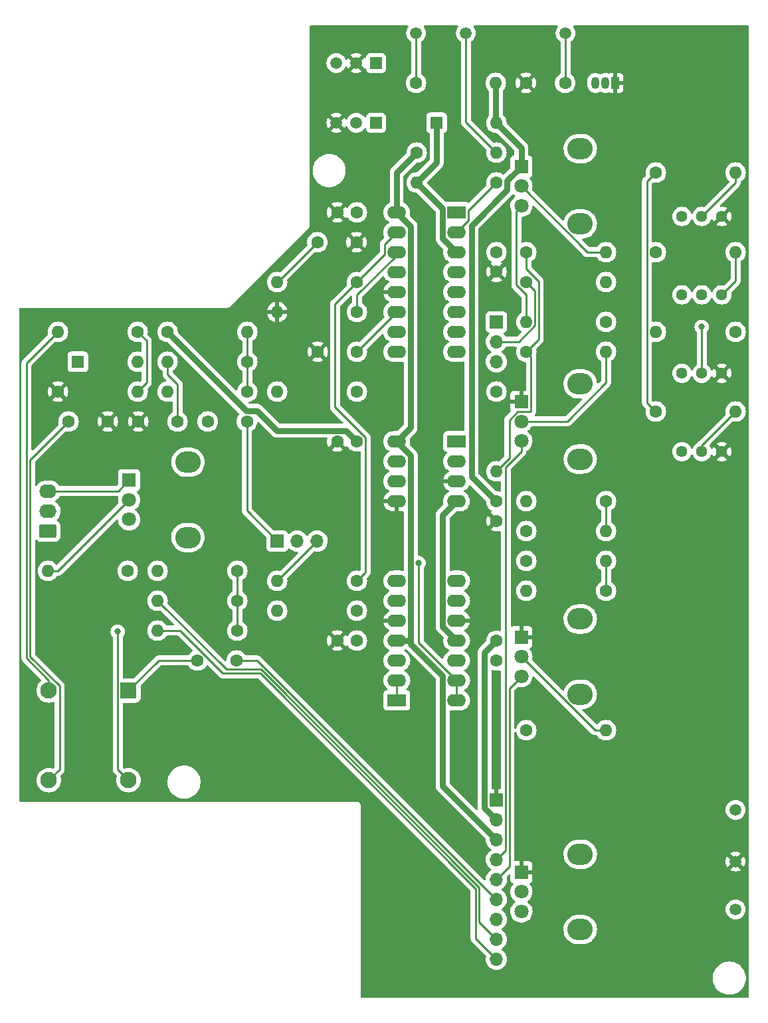
<source format=gtl>
G04 #@! TF.GenerationSoftware,KiCad,Pcbnew,6.0.1-79c1e3a40b~116~ubuntu20.04.1*
G04 #@! TF.CreationDate,2022-01-29T17:03:37-05:00*
G04 #@! TF.ProjectId,herovco_front,6865726f-7663-46f5-9f66-726f6e742e6b,rev?*
G04 #@! TF.SameCoordinates,Original*
G04 #@! TF.FileFunction,Copper,L1,Top*
G04 #@! TF.FilePolarity,Positive*
%FSLAX46Y46*%
G04 Gerber Fmt 4.6, Leading zero omitted, Abs format (unit mm)*
G04 Created by KiCad (PCBNEW 6.0.1-79c1e3a40b~116~ubuntu20.04.1) date 2022-01-29 17:03:37*
%MOMM*%
%LPD*%
G01*
G04 APERTURE LIST*
G04 Aperture macros list*
%AMRoundRect*
0 Rectangle with rounded corners*
0 $1 Rounding radius*
0 $2 $3 $4 $5 $6 $7 $8 $9 X,Y pos of 4 corners*
0 Add a 4 corners polygon primitive as box body*
4,1,4,$2,$3,$4,$5,$6,$7,$8,$9,$2,$3,0*
0 Add four circle primitives for the rounded corners*
1,1,$1+$1,$2,$3*
1,1,$1+$1,$4,$5*
1,1,$1+$1,$6,$7*
1,1,$1+$1,$8,$9*
0 Add four rect primitives between the rounded corners*
20,1,$1+$1,$2,$3,$4,$5,0*
20,1,$1+$1,$4,$5,$6,$7,0*
20,1,$1+$1,$6,$7,$8,$9,0*
20,1,$1+$1,$8,$9,$2,$3,0*%
G04 Aperture macros list end*
G04 #@! TA.AperFunction,ComponentPad*
%ADD10O,3.240000X2.720000*%
G04 #@! TD*
G04 #@! TA.AperFunction,ComponentPad*
%ADD11R,1.800000X1.800000*%
G04 #@! TD*
G04 #@! TA.AperFunction,ComponentPad*
%ADD12C,1.800000*%
G04 #@! TD*
G04 #@! TA.AperFunction,ComponentPad*
%ADD13C,1.500000*%
G04 #@! TD*
G04 #@! TA.AperFunction,ComponentPad*
%ADD14C,2.100000*%
G04 #@! TD*
G04 #@! TA.AperFunction,ComponentPad*
%ADD15RoundRect,0.250001X-0.799999X-0.799999X0.799999X-0.799999X0.799999X0.799999X-0.799999X0.799999X0*%
G04 #@! TD*
G04 #@! TA.AperFunction,ComponentPad*
%ADD16C,1.440000*%
G04 #@! TD*
G04 #@! TA.AperFunction,ComponentPad*
%ADD17C,1.600000*%
G04 #@! TD*
G04 #@! TA.AperFunction,ComponentPad*
%ADD18O,1.600000X1.600000*%
G04 #@! TD*
G04 #@! TA.AperFunction,ComponentPad*
%ADD19R,1.050000X1.500000*%
G04 #@! TD*
G04 #@! TA.AperFunction,ComponentPad*
%ADD20O,1.050000X1.500000*%
G04 #@! TD*
G04 #@! TA.AperFunction,ComponentPad*
%ADD21R,1.700000X1.700000*%
G04 #@! TD*
G04 #@! TA.AperFunction,ComponentPad*
%ADD22O,1.700000X1.700000*%
G04 #@! TD*
G04 #@! TA.AperFunction,ComponentPad*
%ADD23R,2.400000X1.600000*%
G04 #@! TD*
G04 #@! TA.AperFunction,ComponentPad*
%ADD24O,2.400000X1.600000*%
G04 #@! TD*
G04 #@! TA.AperFunction,ComponentPad*
%ADD25R,1.500000X1.500000*%
G04 #@! TD*
G04 #@! TA.AperFunction,ComponentPad*
%ADD26R,1.600000X1.600000*%
G04 #@! TD*
G04 #@! TA.AperFunction,ComponentPad*
%ADD27RoundRect,0.250000X0.850000X-0.620000X0.850000X0.620000X-0.850000X0.620000X-0.850000X-0.620000X0*%
G04 #@! TD*
G04 #@! TA.AperFunction,ComponentPad*
%ADD28O,2.200000X1.740000*%
G04 #@! TD*
G04 #@! TA.AperFunction,ViaPad*
%ADD29C,0.800000*%
G04 #@! TD*
G04 #@! TA.AperFunction,Conductor*
%ADD30C,0.750000*%
G04 #@! TD*
G04 #@! TA.AperFunction,Conductor*
%ADD31C,0.250000*%
G04 #@! TD*
G04 APERTURE END LIST*
D10*
G04 #@! TO.P,RV8,*
G04 #@! TO.N,*
X172300000Y-84700000D03*
X172300000Y-94300000D03*
D11*
G04 #@! TO.P,RV8,1,1*
G04 #@! TO.N,Board_0-GND*
X164800000Y-87000000D03*
D12*
G04 #@! TO.P,RV8,2,2*
G04 #@! TO.N,Board_0-/Front PCB/PWM*
X164800000Y-89500000D03*
G04 #@! TO.P,RV8,3,3*
G04 #@! TO.N,Board_0-/Front PCB/PWMIN*
X164800000Y-92000000D03*
G04 #@! TD*
D13*
G04 #@! TO.P,TP5,1,1*
G04 #@! TO.N,Board_0-GND*
X192090000Y-145630000D03*
G04 #@! TD*
D14*
G04 #@! TO.P,J6,1,Pin_1*
G04 #@! TO.N,Board_0-/Front PCB/SOFT_SYNCA*
X114728200Y-135255400D03*
G04 #@! TD*
D13*
G04 #@! TO.P,TP4,1,1*
G04 #@! TO.N,Board_0-/Front PCB/-5V_REF*
X151370000Y-39980000D03*
G04 #@! TD*
D15*
G04 #@! TO.P,J5,1,Pin_1*
G04 #@! TO.N,Board_0-/Front PCB/SYNCA*
X114728200Y-123825400D03*
G04 #@! TD*
D10*
G04 #@! TO.P,RV4,*
G04 #@! TO.N,*
X172300000Y-144700000D03*
X172300000Y-154300000D03*
D11*
G04 #@! TO.P,RV4,1,1*
G04 #@! TO.N,Board_0-GND*
X164800000Y-147000000D03*
D12*
G04 #@! TO.P,RV4,2,2*
G04 #@! TO.N,Board_0-/Front PCB/LIN_FM_CV*
X164800000Y-149500000D03*
G04 #@! TO.P,RV4,3,3*
G04 #@! TO.N,Board_0-/Front PCB/LIN_FM_IN*
X164800000Y-152000000D03*
G04 #@! TD*
D16*
G04 #@! TO.P,RV5,1,1*
G04 #@! TO.N,Board_0-GND*
X190340000Y-93350000D03*
G04 #@! TO.P,RV5,2,2*
G04 #@! TO.N,Board_0-/Front PCB/HI_FREQ_TRACK*
X187800000Y-93350000D03*
G04 #@! TO.P,RV5,3,3*
G04 #@! TO.N,Board_0-HFT*
X185260000Y-93350000D03*
G04 #@! TD*
G04 #@! TO.P,RV2,1,1*
G04 #@! TO.N,Board_0-Net-(R2-Pad2)*
X190340000Y-73350000D03*
G04 #@! TO.P,RV2,2,2*
G04 #@! TO.N,Board_0--5V*
X187800000Y-73350000D03*
G04 #@! TO.P,RV2,3,3*
X185260000Y-73350000D03*
G04 #@! TD*
D10*
G04 #@! TO.P,RV3,*
G04 #@! TO.N,*
X172300000Y-114700000D03*
X172300000Y-124300000D03*
D11*
G04 #@! TO.P,RV3,1,1*
G04 #@! TO.N,Board_0-GND*
X164800000Y-117000000D03*
D12*
G04 #@! TO.P,RV3,2,2*
G04 #@! TO.N,Board_0-/Front PCB/FREQ_CV*
X164800000Y-119500000D03*
G04 #@! TO.P,RV3,3,3*
G04 #@! TO.N,Board_0-/Front PCB/CV_IN*
X164800000Y-122000000D03*
G04 #@! TD*
D13*
G04 #@! TO.P,TP3,1,1*
G04 #@! TO.N,Board_0--12V*
X192090000Y-151740000D03*
G04 #@! TD*
G04 #@! TO.P,TP1,1,1*
G04 #@! TO.N,Board_0-+12V*
X192090000Y-139040000D03*
G04 #@! TD*
D14*
G04 #@! TO.P,J8,1,Pin_1*
G04 #@! TO.N,Board_0-/Front PCB/HARD_SYNCA*
X104568200Y-123825400D03*
G04 #@! TD*
D16*
G04 #@! TO.P,RV6,1,1*
G04 #@! TO.N,Board_0-GND*
X190340000Y-63350000D03*
G04 #@! TO.P,RV6,2,2*
G04 #@! TO.N,Board_0-/Front PCB/CENTER_FREQ*
X187800000Y-63350000D03*
G04 #@! TO.P,RV6,3,3*
G04 #@! TO.N,Board_0-/Front PCB/+5V_REF*
X185260000Y-63350000D03*
G04 #@! TD*
D13*
G04 #@! TO.P,TP2,1,1*
G04 #@! TO.N,Board_0-/Front PCB/+5V_REF*
X157720000Y-39980000D03*
G04 #@! TD*
D16*
G04 #@! TO.P,RV9,1,1*
G04 #@! TO.N,Board_0-GND*
X190340000Y-83350000D03*
G04 #@! TO.P,RV9,2,2*
G04 #@! TO.N,Board_0-PWM_IN*
X187800000Y-83350000D03*
G04 #@! TO.P,RV9,3,3*
G04 #@! TO.N,Board_0-Net-(R29-Pad1)*
X185260000Y-83350000D03*
G04 #@! TD*
D13*
G04 #@! TO.P,TP6,1,1*
G04 #@! TO.N,Board_0--5V*
X170420000Y-39980000D03*
G04 #@! TD*
D10*
G04 #@! TO.P,RV1,*
G04 #@! TO.N,*
X122300000Y-104300000D03*
X122300000Y-94700000D03*
D11*
G04 #@! TO.P,RV1,1,1*
G04 #@! TO.N,Board_0-/Front PCB/-5V_REF*
X114800000Y-97000000D03*
D12*
G04 #@! TO.P,RV1,2,2*
G04 #@! TO.N,Board_0-/Front PCB/FINE_TUNE*
X114800000Y-99500000D03*
G04 #@! TO.P,RV1,3,3*
G04 #@! TO.N,Board_0-/Front PCB/+5V_REF*
X114800000Y-102000000D03*
G04 #@! TD*
D10*
G04 #@! TO.P,RV7,*
G04 #@! TO.N,*
X172300000Y-54700000D03*
X172300000Y-64300000D03*
D11*
G04 #@! TO.P,RV7,1,1*
G04 #@! TO.N,Board_0--12V*
X164800000Y-57000000D03*
D12*
G04 #@! TO.P,RV7,2,2*
G04 #@! TO.N,Board_0-/Front PCB/PULSE_WIDTH*
X164800000Y-59500000D03*
G04 #@! TO.P,RV7,3,3*
G04 #@! TO.N,Board_0-+12V*
X164800000Y-62000000D03*
G04 #@! TD*
D14*
G04 #@! TO.P,J7,1,Pin_1*
G04 #@! TO.N,Board_0-/Front PCB/SOFT_SYNC_OFF*
X104568200Y-135255400D03*
G04 #@! TD*
D17*
G04 #@! TO.P,R17,1*
G04 #@! TO.N,Board_0-SOFT_SYNC*
X143830000Y-85700000D03*
D18*
G04 #@! TO.P,R17,2*
G04 #@! TO.N,Board_0-/Front PCB/SOFT_SYNCA*
X133670000Y-85700000D03*
G04 #@! TD*
D17*
G04 #@! TO.P,C8,1*
G04 #@! TO.N,Board_0-Net-(C8-Pad1)*
X138790000Y-66650000D03*
G04 #@! TO.P,C8,2*
G04 #@! TO.N,Board_0-GND*
X143790000Y-66650000D03*
G04 #@! TD*
G04 #@! TO.P,R30,1*
G04 #@! TO.N,Board_0-Net-(R29-Pad1)*
X192090000Y-78080000D03*
D18*
G04 #@! TO.P,R30,2*
G04 #@! TO.N,Board_0-Net-(R27-Pad2)*
X181930000Y-78080000D03*
G04 #@! TD*
D17*
G04 #@! TO.P,R28,1*
G04 #@! TO.N,Board_0-Net-(R27-Pad2)*
X161610000Y-85700000D03*
D18*
G04 #@! TO.P,R28,2*
G04 #@! TO.N,Board_0-Net-(R25-Pad1)*
X161610000Y-95860000D03*
G04 #@! TD*
D17*
G04 #@! TO.P,R29,1*
G04 #@! TO.N,Board_0-Net-(R29-Pad1)*
X175580000Y-76810000D03*
D18*
G04 #@! TO.P,R29,2*
G04 #@! TO.N,Board_0-+12V*
X165420000Y-76810000D03*
G04 #@! TD*
D17*
G04 #@! TO.P,R15,1*
G04 #@! TO.N,Board_0-LIN_FM*
X129860000Y-81890000D03*
D18*
G04 #@! TO.P,R15,2*
G04 #@! TO.N,Board_0-Net-(C11-Pad1)*
X119700000Y-81890000D03*
G04 #@! TD*
D17*
G04 #@! TO.P,R10,1*
G04 #@! TO.N,Board_0-Net-(R10-Pad1)*
X143830000Y-113640000D03*
D18*
G04 #@! TO.P,R10,2*
G04 #@! TO.N,Board_0-Net-(R10-Pad2)*
X133670000Y-113640000D03*
G04 #@! TD*
D17*
G04 #@! TO.P,R4,1*
G04 #@! TO.N,Board_0-Net-(R10-Pad2)*
X128590000Y-108560000D03*
D18*
G04 #@! TO.P,R4,2*
G04 #@! TO.N,Board_0-Net-(R4-Pad2)*
X118430000Y-108560000D03*
G04 #@! TD*
D19*
G04 #@! TO.P,U6,1,GND*
G04 #@! TO.N,Board_0-GND*
X176770000Y-46330000D03*
D20*
G04 #@! TO.P,U6,2,VI*
G04 #@! TO.N,Board_0--12V*
X175500000Y-46330000D03*
G04 #@! TO.P,U6,3,VO*
G04 #@! TO.N,Board_0--5V*
X174230000Y-46330000D03*
G04 #@! TD*
D17*
G04 #@! TO.P,R11,1*
G04 #@! TO.N,Board_0-CV_NODE*
X143830000Y-71730000D03*
D18*
G04 #@! TO.P,R11,2*
G04 #@! TO.N,Board_0-Net-(C8-Pad1)*
X133670000Y-71730000D03*
G04 #@! TD*
D17*
G04 #@! TO.P,C4,1*
G04 #@! TO.N,Board_0-+12V*
X143830000Y-117450000D03*
G04 #@! TO.P,C4,2*
G04 #@! TO.N,Board_0-GND*
X141330000Y-117450000D03*
G04 #@! TD*
D21*
G04 #@! TO.P,J2,1,Pin_1*
G04 #@! TO.N,Board_0-/Front PCB/TRIANGLE_OUT*
X161610000Y-76810000D03*
D22*
G04 #@! TO.P,J2,2,Pin_2*
G04 #@! TO.N,Board_0-/Front PCB/PULSE_OUT*
X161610000Y-79350000D03*
G04 #@! TO.P,J2,3,Pin_3*
G04 #@! TO.N,Board_0-/Front PCB/SAW_OUT*
X161610000Y-81890000D03*
G04 #@! TD*
D23*
G04 #@! TO.P,U2,1*
G04 #@! TO.N,Board_0-Net-(R27-Pad2)*
X156520000Y-92050000D03*
D24*
G04 #@! TO.P,U2,2,-*
G04 #@! TO.N,Board_0-Net-(R25-Pad1)*
X156520000Y-94590000D03*
G04 #@! TO.P,U2,3,+*
G04 #@! TO.N,Board_0-GND*
X156520000Y-97130000D03*
G04 #@! TO.P,U2,4,V-*
G04 #@! TO.N,Board_0--12V*
X156520000Y-99670000D03*
G04 #@! TO.P,U2,5,+*
G04 #@! TO.N,Board_0-GND*
X148900000Y-99670000D03*
G04 #@! TO.P,U2,6,-*
G04 #@! TO.N,Board_0-Net-(R27-Pad1)*
X148900000Y-97130000D03*
G04 #@! TO.P,U2,7*
G04 #@! TO.N,Board_0-/Front PCB/LINK_OUT_PW*
X148900000Y-94590000D03*
G04 #@! TO.P,U2,8,V+*
G04 #@! TO.N,Board_0-+12V*
X148900000Y-92050000D03*
G04 #@! TD*
D21*
G04 #@! TO.P,J1,1,Pin_1*
G04 #@! TO.N,Board_0-GND*
X161610000Y-137770000D03*
D22*
G04 #@! TO.P,J1,2,Pin_2*
G04 #@! TO.N,Board_0--12V*
X161610000Y-140310000D03*
G04 #@! TO.P,J1,3,Pin_3*
G04 #@! TO.N,Board_0-+12V*
X161610000Y-142850000D03*
G04 #@! TO.P,J1,4,Pin_4*
G04 #@! TO.N,Board_0-/Front PCB/PWMIN*
X161610000Y-145390000D03*
G04 #@! TO.P,J1,5,Pin_5*
G04 #@! TO.N,Board_0-/Front PCB/CV_IN*
X161610000Y-147930000D03*
G04 #@! TO.P,J1,6,Pin_6*
G04 #@! TO.N,Board_0-/Front PCB/SYNC*
X161610000Y-150470000D03*
G04 #@! TO.P,J1,7,Pin_7*
G04 #@! TO.N,Board_0-/Front PCB/LIN_FM_IN*
X161610000Y-153010000D03*
G04 #@! TO.P,J1,8,Pin_8*
G04 #@! TO.N,Board_0-/Front PCB/V_OCT2*
X161610000Y-155550000D03*
G04 #@! TO.P,J1,9,Pin_9*
G04 #@! TO.N,Board_0-/Front PCB/V_OCT*
X161610000Y-158090000D03*
G04 #@! TD*
D17*
G04 #@! TO.P,R24,1*
G04 #@! TO.N,Board_0-/Front PCB/-5V_REF*
X151370000Y-46330000D03*
D18*
G04 #@! TO.P,R24,2*
G04 #@! TO.N,Board_0--12V*
X161530000Y-46330000D03*
G04 #@! TD*
D23*
G04 #@! TO.P,U1,1*
G04 #@! TO.N,Board_0-Net-(R4-Pad2)*
X148920000Y-125070000D03*
D24*
G04 #@! TO.P,U1,2,-*
X148920000Y-122530000D03*
G04 #@! TO.P,U1,3,+*
G04 #@! TO.N,Board_0-/Front PCB/OCTAVE*
X148920000Y-119990000D03*
G04 #@! TO.P,U1,4,V+*
G04 #@! TO.N,Board_0-+12V*
X148920000Y-117450000D03*
G04 #@! TO.P,U1,5,+*
G04 #@! TO.N,Board_0-GND*
X148920000Y-114910000D03*
G04 #@! TO.P,U1,6,-*
G04 #@! TO.N,Board_0-Net-(R10-Pad2)*
X148920000Y-112370000D03*
G04 #@! TO.P,U1,7*
G04 #@! TO.N,Board_0-Net-(R10-Pad1)*
X148920000Y-109830000D03*
G04 #@! TO.P,U1,8*
G04 #@! TO.N,Board_0-/Front PCB/CV_SUM*
X156540000Y-109830000D03*
G04 #@! TO.P,U1,9,-*
G04 #@! TO.N,Board_0-Net-(R12-Pad2)*
X156540000Y-112370000D03*
G04 #@! TO.P,U1,10,+*
G04 #@! TO.N,Board_0-GND*
X156540000Y-114910000D03*
G04 #@! TO.P,U1,11,V-*
G04 #@! TO.N,Board_0--12V*
X156540000Y-117450000D03*
G04 #@! TO.P,U1,12,+*
G04 #@! TO.N,Board_0-/Front PCB/LIN_FM_CV*
X156540000Y-119990000D03*
G04 #@! TO.P,U1,13,-*
G04 #@! TO.N,Board_0-/Front PCB/LINK_OUT_FM*
X156540000Y-122530000D03*
G04 #@! TO.P,U1,14*
X156540000Y-125070000D03*
G04 #@! TD*
D21*
G04 #@! TO.P,J3,1,Pin_1*
G04 #@! TO.N,Board_0-/Front PCB/LINK_OUT_FM*
X133685000Y-104750000D03*
D22*
G04 #@! TO.P,J3,2,Pin_2*
G04 #@! TO.N,Board_0-/Front PCB/LINK_OUT_PW*
X136225000Y-104750000D03*
G04 #@! TO.P,J3,3,Pin_3*
G04 #@! TO.N,Board_0-/Front PCB/CV_SUM*
X138765000Y-104750000D03*
G04 #@! TD*
D17*
G04 #@! TO.P,R27,1*
G04 #@! TO.N,Board_0-Net-(R27-Pad1)*
X175580000Y-99670000D03*
D18*
G04 #@! TO.P,R27,2*
G04 #@! TO.N,Board_0-Net-(R27-Pad2)*
X165420000Y-99670000D03*
G04 #@! TD*
D17*
G04 #@! TO.P,R14,1*
G04 #@! TO.N,Board_0-+12V*
X119700000Y-78080000D03*
D18*
G04 #@! TO.P,R14,2*
G04 #@! TO.N,Board_0-LIN_FM*
X129860000Y-78080000D03*
G04 #@! TD*
D25*
G04 #@! TO.P,U5,1*
G04 #@! TO.N,N/C*
X146290000Y-43790000D03*
D13*
G04 #@! TO.P,U5,2,K*
G04 #@! TO.N,Board_0-GND*
X143750000Y-43790000D03*
G04 #@! TO.P,U5,3,A*
G04 #@! TO.N,Board_0-/Front PCB/-5V_REF*
X141210000Y-43790000D03*
G04 #@! TD*
D25*
G04 #@! TO.P,U4,1*
G04 #@! TO.N,N/C*
X146290000Y-51410000D03*
D13*
G04 #@! TO.P,U4,2,K*
G04 #@! TO.N,Board_0-/Front PCB/+5V_REF*
X143750000Y-51410000D03*
G04 #@! TO.P,U4,3,A*
G04 #@! TO.N,Board_0-GND*
X141210000Y-51410000D03*
G04 #@! TD*
D23*
G04 #@! TO.P,U3,1,Scale1*
G04 #@! TO.N,Board_0-Net-(R2-Pad1)*
X156520000Y-62830000D03*
D24*
G04 #@! TO.P,U3,2,Scale2*
G04 #@! TO.N,Board_0-Net-(R3-Pad1)*
X156520000Y-65370000D03*
G04 #@! TO.P,U3,3,VEE*
G04 #@! TO.N,Board_0--5V*
X156520000Y-67910000D03*
G04 #@! TO.P,U3,4,Pulse_Output*
G04 #@! TO.N,Board_0-/Front PCB/PULSE_OUT*
X156520000Y-70450000D03*
G04 #@! TO.P,U3,5,PWM_Input*
G04 #@! TO.N,Board_0-PWM_IN*
X156520000Y-72990000D03*
G04 #@! TO.P,U3,6,Hard_Sync*
G04 #@! TO.N,Board_0-HARD_SYNC*
X156520000Y-75530000D03*
G04 #@! TO.P,U3,7,HFT*
G04 #@! TO.N,Board_0-HFT*
X156520000Y-78070000D03*
G04 #@! TO.P,U3,8,Saw_Output*
G04 #@! TO.N,Board_0-/Front PCB/SAW_OUT*
X156520000Y-80610000D03*
G04 #@! TO.P,U3,9,Soft_Sync*
G04 #@! TO.N,Board_0-SOFT_SYNC*
X148900000Y-80610000D03*
G04 #@! TO.P,U3,10,Triangle_Output*
G04 #@! TO.N,Board_0-/Front PCB/TRIANGLE_OUT*
X148900000Y-78070000D03*
G04 #@! TO.P,U3,11,Cap*
G04 #@! TO.N,Board_0-Net-(C9-Pad2)*
X148900000Y-75530000D03*
G04 #@! TO.P,U3,12,GND*
G04 #@! TO.N,Board_0-GND*
X148900000Y-72990000D03*
G04 #@! TO.P,U3,13,Linear_FM*
G04 #@! TO.N,Board_0-LIN_FM*
X148900000Y-70450000D03*
G04 #@! TO.P,U3,14,Scale*
G04 #@! TO.N,Board_0-Net-(R13-Pad1)*
X148900000Y-67910000D03*
G04 #@! TO.P,U3,15,Freq_CV*
G04 #@! TO.N,Board_0-CV_NODE*
X148900000Y-65370000D03*
G04 #@! TO.P,U3,16,VCC*
G04 #@! TO.N,Board_0-+12V*
X148900000Y-62830000D03*
G04 #@! TD*
D17*
G04 #@! TO.P,R26,1*
G04 #@! TO.N,Board_0-Net-(R25-Pad1)*
X165420000Y-80620000D03*
D18*
G04 #@! TO.P,R26,2*
G04 #@! TO.N,Board_0-/Front PCB/PWM*
X175580000Y-80620000D03*
G04 #@! TD*
D17*
G04 #@! TO.P,R25,1*
G04 #@! TO.N,Board_0-Net-(R25-Pad1)*
X165420000Y-67920000D03*
D18*
G04 #@! TO.P,R25,2*
G04 #@! TO.N,Board_0-/Front PCB/PULSE_WIDTH*
X175580000Y-67920000D03*
G04 #@! TD*
D17*
G04 #@! TO.P,C1,1*
G04 #@! TO.N,Board_0--5V*
X161610000Y-67920000D03*
G04 #@! TO.P,C1,2*
G04 #@! TO.N,Board_0-GND*
X161610000Y-70420000D03*
G04 #@! TD*
G04 #@! TO.P,R1,1*
G04 #@! TO.N,Board_0-/Front PCB/PULSE_OUT*
X165420000Y-71730000D03*
D18*
G04 #@! TO.P,R1,2*
G04 #@! TO.N,Board_0-PWM_IN*
X175580000Y-71730000D03*
G04 #@! TD*
D17*
G04 #@! TO.P,R8,1*
G04 #@! TO.N,Board_0-Net-(R10-Pad2)*
X165420000Y-128880000D03*
D18*
G04 #@! TO.P,R8,2*
G04 #@! TO.N,Board_0-/Front PCB/FREQ_CV*
X175580000Y-128880000D03*
G04 #@! TD*
D17*
G04 #@! TO.P,R19,1*
G04 #@! TO.N,Board_0-CV_NODE*
X181930000Y-88240000D03*
D18*
G04 #@! TO.P,R19,2*
G04 #@! TO.N,Board_0-/Front PCB/HI_FREQ_TRACK*
X192090000Y-88240000D03*
G04 #@! TD*
D17*
G04 #@! TO.P,C9,1*
G04 #@! TO.N,Board_0-GND*
X138830000Y-80620000D03*
G04 #@! TO.P,C9,2*
G04 #@! TO.N,Board_0-Net-(C9-Pad2)*
X143830000Y-80620000D03*
G04 #@! TD*
G04 #@! TO.P,R5,1*
G04 #@! TO.N,Board_0-Net-(R10-Pad2)*
X128590000Y-116180000D03*
D18*
G04 #@! TO.P,R5,2*
G04 #@! TO.N,Board_0-/Front PCB/V_OCT*
X118430000Y-116180000D03*
G04 #@! TD*
D17*
G04 #@! TO.P,R23,1*
G04 #@! TO.N,Board_0-+12V*
X151450000Y-55220000D03*
D18*
G04 #@! TO.P,R23,2*
G04 #@! TO.N,Board_0-/Front PCB/+5V_REF*
X161610000Y-55220000D03*
G04 #@! TD*
D17*
G04 #@! TO.P,C12,1*
G04 #@! TO.N,Board_0-GND*
X112080000Y-89510000D03*
G04 #@! TO.P,C12,2*
G04 #@! TO.N,Board_0-/Front PCB/SOFT_SYNC_OFF*
X107080000Y-89510000D03*
G04 #@! TD*
G04 #@! TO.P,R31,1*
G04 #@! TO.N,Board_0-/Front PCB/LINK_OUT_PW*
X165420000Y-103480000D03*
D18*
G04 #@! TO.P,R31,2*
G04 #@! TO.N,Board_0-Net-(R27-Pad1)*
X175580000Y-103480000D03*
G04 #@! TD*
D17*
G04 #@! TO.P,R13,1*
G04 #@! TO.N,Board_0-Net-(R13-Pad1)*
X143830000Y-75540000D03*
D18*
G04 #@! TO.P,R13,2*
G04 #@! TO.N,Board_0-GND*
X133670000Y-75540000D03*
G04 #@! TD*
D17*
G04 #@! TO.P,C10,1*
G04 #@! TO.N,Board_0-Net-(C10-Pad1)*
X124820000Y-89510000D03*
G04 #@! TO.P,C10,2*
G04 #@! TO.N,Board_0-/Front PCB/LINK_OUT_FM*
X129820000Y-89510000D03*
G04 #@! TD*
G04 #@! TO.P,C13,1*
G04 #@! TO.N,Board_0-GND*
X165380000Y-46330000D03*
G04 #@! TO.P,C13,2*
G04 #@! TO.N,Board_0--5V*
X170380000Y-46330000D03*
G04 #@! TD*
G04 #@! TO.P,R12,1*
G04 #@! TO.N,Board_0-/Front PCB/CV_SUM*
X165420000Y-107290000D03*
D18*
G04 #@! TO.P,R12,2*
G04 #@! TO.N,Board_0-Net-(R12-Pad2)*
X175580000Y-107290000D03*
G04 #@! TD*
D26*
G04 #@! TO.P,D1,1,K*
G04 #@! TO.N,Board_0-Net-(D1-Pad1)*
X108270000Y-81890000D03*
D18*
G04 #@! TO.P,D1,2,A*
G04 #@! TO.N,Board_0-HARD_SYNC*
X115890000Y-81890000D03*
G04 #@! TD*
D17*
G04 #@! TO.P,R7,1*
G04 #@! TO.N,Board_0-Net-(R10-Pad2)*
X114620000Y-108560000D03*
D18*
G04 #@! TO.P,R7,2*
G04 #@! TO.N,Board_0-/Front PCB/FINE_TUNE*
X104460000Y-108560000D03*
G04 #@! TD*
D17*
G04 #@! TO.P,R20,1*
G04 #@! TO.N,Board_0-CV_NODE*
X181930000Y-57760000D03*
D18*
G04 #@! TO.P,R20,2*
G04 #@! TO.N,Board_0-/Front PCB/CENTER_FREQ*
X192090000Y-57760000D03*
G04 #@! TD*
D17*
G04 #@! TO.P,R6,1*
G04 #@! TO.N,Board_0-Net-(R10-Pad2)*
X128590000Y-112370000D03*
D18*
G04 #@! TO.P,R6,2*
G04 #@! TO.N,Board_0-/Front PCB/V_OCT2*
X118430000Y-112370000D03*
G04 #@! TD*
D17*
G04 #@! TO.P,C3,1*
G04 #@! TO.N,Board_0-GND*
X161610000Y-102210000D03*
G04 #@! TO.P,C3,2*
G04 #@! TO.N,Board_0--12V*
X161610000Y-99710000D03*
G04 #@! TD*
G04 #@! TO.P,C2,1*
G04 #@! TO.N,Board_0-+12V*
X143830000Y-92050000D03*
G04 #@! TO.P,C2,2*
G04 #@! TO.N,Board_0-GND*
X141330000Y-92050000D03*
G04 #@! TD*
G04 #@! TO.P,R9,1*
G04 #@! TO.N,Board_0-Net-(R12-Pad2)*
X175580000Y-111100000D03*
D18*
G04 #@! TO.P,R9,2*
G04 #@! TO.N,Board_0-Net-(R10-Pad1)*
X165420000Y-111100000D03*
G04 #@! TD*
D17*
G04 #@! TO.P,C6,1*
G04 #@! TO.N,Board_0-+12V*
X143830000Y-62840000D03*
G04 #@! TO.P,C6,2*
G04 #@! TO.N,Board_0-GND*
X141330000Y-62840000D03*
G04 #@! TD*
G04 #@! TO.P,R21,1*
G04 #@! TO.N,Board_0-CV_NODE*
X143830000Y-109830000D03*
D18*
G04 #@! TO.P,R21,2*
G04 #@! TO.N,Board_0-/Front PCB/CV_SUM*
X133670000Y-109830000D03*
G04 #@! TD*
D17*
G04 #@! TO.P,C5,1*
G04 #@! TO.N,Board_0-GND*
X161610000Y-119990000D03*
G04 #@! TO.P,C5,2*
G04 #@! TO.N,Board_0--12V*
X161610000Y-117490000D03*
G04 #@! TD*
D26*
G04 #@! TO.P,D2,1,K*
G04 #@! TO.N,Board_0--5V*
X153990000Y-51410000D03*
D18*
G04 #@! TO.P,D2,2,A*
G04 #@! TO.N,Board_0--12V*
X161610000Y-51410000D03*
G04 #@! TD*
D17*
G04 #@! TO.P,R3,1*
G04 #@! TO.N,Board_0-Net-(R3-Pad1)*
X161610000Y-59030000D03*
D18*
G04 #@! TO.P,R3,2*
G04 #@! TO.N,Board_0--5V*
X151450000Y-59030000D03*
G04 #@! TD*
D17*
G04 #@! TO.P,R22,1*
G04 #@! TO.N,Board_0-GND*
X105730000Y-85700000D03*
D18*
G04 #@! TO.P,R22,2*
G04 #@! TO.N,Board_0-Net-(D1-Pad1)*
X115890000Y-85700000D03*
G04 #@! TD*
D17*
G04 #@! TO.P,C11,1*
G04 #@! TO.N,Board_0-Net-(C11-Pad1)*
X120970000Y-89510000D03*
G04 #@! TO.P,C11,2*
G04 #@! TO.N,Board_0-GND*
X115970000Y-89510000D03*
G04 #@! TD*
G04 #@! TO.P,C7,1*
G04 #@! TO.N,Board_0-/Front PCB/SYNCA*
X123510000Y-119990000D03*
G04 #@! TO.P,C7,2*
G04 #@! TO.N,Board_0-/Front PCB/SYNC*
X128510000Y-119990000D03*
G04 #@! TD*
G04 #@! TO.P,R16,1*
G04 #@! TO.N,Board_0-Net-(D1-Pad1)*
X115890000Y-78080000D03*
D18*
G04 #@! TO.P,R16,2*
G04 #@! TO.N,Board_0-/Front PCB/HARD_SYNCA*
X105730000Y-78080000D03*
G04 #@! TD*
D27*
G04 #@! TO.P,J4,1,Pin_1*
G04 #@! TO.N,Board_0-/Front PCB/+5V_REF*
X104460000Y-103480000D03*
D28*
G04 #@! TO.P,J4,2,Pin_2*
G04 #@! TO.N,Board_0-/Front PCB/OCTAVE*
X104460000Y-100940000D03*
G04 #@! TO.P,J4,3,Pin_3*
G04 #@! TO.N,Board_0-/Front PCB/-5V_REF*
X104460000Y-98400000D03*
G04 #@! TD*
D17*
G04 #@! TO.P,R18,1*
G04 #@! TO.N,Board_0-LIN_FM*
X129860000Y-85700000D03*
D18*
G04 #@! TO.P,R18,2*
G04 #@! TO.N,Board_0-Net-(C10-Pad1)*
X119700000Y-85700000D03*
G04 #@! TD*
D17*
G04 #@! TO.P,R2,1*
G04 #@! TO.N,Board_0-Net-(R2-Pad1)*
X181930000Y-67920000D03*
D18*
G04 #@! TO.P,R2,2*
G04 #@! TO.N,Board_0-Net-(R2-Pad2)*
X192090000Y-67920000D03*
G04 #@! TD*
D29*
G04 #@! TO.N,Board_0-/Front PCB/LINK_OUT_FM*
X151704000Y-107544000D03*
G04 #@! TO.N,Board_0-/Front PCB/SOFT_SYNCA*
X113350000Y-116307000D03*
G04 #@! TO.N,Board_0-PWM_IN*
X187772000Y-77445000D03*
G04 #@! TD*
D30*
G04 #@! TO.N,Board_0-+12V*
X148900000Y-92050000D02*
X150674520Y-90275480D01*
D31*
X164150000Y-72111000D02*
X165420000Y-73381000D01*
D30*
X148900000Y-62830000D02*
X148900000Y-57770000D01*
X154765480Y-136005480D02*
X161610000Y-142850000D01*
X129755489Y-88135489D02*
X119700000Y-78080000D01*
X150434000Y-117450000D02*
X150694520Y-117189480D01*
D31*
X164800000Y-62000000D02*
X164150000Y-62650000D01*
D30*
X133630000Y-90675489D02*
X131090000Y-88135489D01*
X148900000Y-92050000D02*
X150694520Y-93844520D01*
X150694520Y-117837520D02*
X154765480Y-121908480D01*
X154765480Y-121908480D02*
X154765480Y-136005480D01*
D31*
X164150000Y-62650000D02*
X164150000Y-72111000D01*
X165420000Y-73381000D02*
X165420000Y-76810000D01*
D30*
X150674520Y-64604520D02*
X148900000Y-62830000D01*
X148920000Y-117450000D02*
X150434000Y-117450000D01*
X131090000Y-88135489D02*
X129755489Y-88135489D01*
X148900000Y-57770000D02*
X151450000Y-55220000D01*
X143830000Y-92050000D02*
X142455489Y-90675489D01*
X150674520Y-90275480D02*
X150674520Y-64604520D01*
X150694520Y-93844520D02*
X150694520Y-117189480D01*
X142455489Y-90675489D02*
X133630000Y-90675489D01*
X150694520Y-117189480D02*
X150694520Y-117837520D01*
G04 #@! TO.N,Board_0--12V*
X164800000Y-54600000D02*
X164800000Y-57000000D01*
X160086000Y-138786000D02*
X161610000Y-140310000D01*
X161530000Y-46330000D02*
X161530000Y-51330000D01*
X162984511Y-60003768D02*
X158435000Y-64553279D01*
X154765480Y-115675480D02*
X156540000Y-117450000D01*
X160086000Y-119014000D02*
X160086000Y-138786000D01*
X162984511Y-58815489D02*
X162984511Y-60003768D01*
X154765480Y-101424520D02*
X154765480Y-115675480D01*
X161610000Y-117490000D02*
X160086000Y-119014000D01*
X156520000Y-99670000D02*
X154765480Y-101424520D01*
X158435000Y-64553279D02*
X158435000Y-96535000D01*
X164800000Y-57000000D02*
X162984511Y-58815489D01*
X158435000Y-96535000D02*
X161610000Y-99710000D01*
X161610000Y-51410000D02*
X164800000Y-54600000D01*
G04 #@! TO.N,Board_0--5V*
X151450000Y-59030000D02*
X154745489Y-62325489D01*
X153990000Y-56490000D02*
X151450000Y-59030000D01*
D31*
X170420000Y-39980000D02*
X170420000Y-46290000D01*
X170420000Y-46290000D02*
X170380000Y-46330000D01*
D30*
X154745489Y-62325489D02*
X154745489Y-66135489D01*
X153990000Y-51410000D02*
X153990000Y-56490000D01*
X154745489Y-66135489D02*
X156520000Y-67910000D01*
D31*
G04 #@! TO.N,Board_0-/Front PCB/+5V_REF*
X161610000Y-55220000D02*
X157720000Y-51330000D01*
X157720000Y-51330000D02*
X157720000Y-39980000D01*
G04 #@! TO.N,Board_0-/Front PCB/-5V_REF*
X151370000Y-46330000D02*
X151370000Y-39980000D01*
X113400000Y-98400000D02*
X114800000Y-97000000D01*
X104460000Y-98400000D02*
X113400000Y-98400000D01*
G04 #@! TO.N,Board_0-/Front PCB/CENTER_FREQ*
X192090000Y-57760000D02*
X192090000Y-59060000D01*
X192090000Y-59060000D02*
X187800000Y-63350000D01*
G04 #@! TO.N,Board_0-/Front PCB/CV_IN*
X163261000Y-123539000D02*
X164800000Y-122000000D01*
X161610000Y-147930000D02*
X163261000Y-146279000D01*
X163261000Y-146279000D02*
X163261000Y-123539000D01*
G04 #@! TO.N,Board_0-/Front PCB/CV_SUM*
X138765000Y-104750000D02*
X133685000Y-109830000D01*
G04 #@! TO.N,Board_0-/Front PCB/FINE_TUNE*
X104460000Y-108560000D02*
X105740000Y-108560000D01*
X105740000Y-108560000D02*
X114800000Y-99500000D01*
G04 #@! TO.N,Board_0-/Front PCB/FREQ_CV*
X174180000Y-128880000D02*
X164800000Y-119500000D01*
X175580000Y-128880000D02*
X174180000Y-128880000D01*
G04 #@! TO.N,Board_0-/Front PCB/HARD_SYNCA*
X101724489Y-119667489D02*
X104568200Y-122511200D01*
X105730000Y-78080000D02*
X101724489Y-82085511D01*
X104568200Y-122511200D02*
X104568200Y-123825400D01*
X101724489Y-82085511D02*
X101724489Y-119667489D01*
G04 #@! TO.N,Board_0-/Front PCB/HI_FREQ_TRACK*
X187800000Y-92530000D02*
X187800000Y-93350000D01*
X192090000Y-88240000D02*
X187800000Y-92530000D01*
G04 #@! TO.N,Board_0-/Front PCB/LINK_OUT_FM*
X156540000Y-122530000D02*
X151704000Y-117694000D01*
X129820000Y-89510000D02*
X129820000Y-100885000D01*
X151704000Y-117694000D02*
X151704000Y-107544000D01*
X156540000Y-125070000D02*
X156540000Y-122530000D01*
X129820000Y-100885000D02*
X133685000Y-104750000D01*
G04 #@! TO.N,Board_0-/Front PCB/PULSE_OUT*
X166544511Y-77275789D02*
X164470300Y-79350000D01*
X165420000Y-71730000D02*
X166544511Y-72854511D01*
X166544511Y-72854511D02*
X166544511Y-77275789D01*
X164470300Y-79350000D02*
X161610000Y-79350000D01*
G04 #@! TO.N,Board_0-/Front PCB/PULSE_WIDTH*
X173220000Y-67920000D02*
X164800000Y-59500000D01*
X175580000Y-67920000D02*
X173220000Y-67920000D01*
G04 #@! TO.N,Board_0-/Front PCB/PWM*
X175580000Y-80620000D02*
X175580000Y-84557000D01*
X175580000Y-84557000D02*
X170637000Y-89500000D01*
X170637000Y-89500000D02*
X164800000Y-89500000D01*
G04 #@! TO.N,Board_0-/Front PCB/PWMIN*
X162784511Y-95321193D02*
X164800000Y-93305704D01*
X161610000Y-145390000D02*
X162784511Y-144215489D01*
X164800000Y-93305704D02*
X164800000Y-92000000D01*
X162784511Y-144215489D02*
X162784511Y-95321193D01*
G04 #@! TO.N,Board_0-/Front PCB/SOFT_SYNCA*
X114728200Y-135255400D02*
X113350000Y-133877200D01*
X113350000Y-133877200D02*
X113350000Y-116307000D01*
G04 #@! TO.N,Board_0-/Front PCB/SOFT_SYNC_OFF*
X107080000Y-89510000D02*
X102174000Y-94416000D01*
X102174000Y-94416000D02*
X102174000Y-119481296D01*
X102174000Y-119481296D02*
X105942711Y-123250007D01*
X105942711Y-133880889D02*
X104568200Y-135255400D01*
X105942711Y-123250007D02*
X105942711Y-133880889D01*
G04 #@! TO.N,Board_0-/Front PCB/SYNC*
X131130000Y-119990000D02*
X161610000Y-150470000D01*
X128510000Y-119990000D02*
X131130000Y-119990000D01*
G04 #@! TO.N,Board_0-/Front PCB/SYNCA*
X114728200Y-123825400D02*
X118563600Y-119990000D01*
X118563600Y-119990000D02*
X123510000Y-119990000D01*
G04 #@! TO.N,Board_0-/Front PCB/V_OCT*
X131509592Y-121641000D02*
X126751300Y-121641000D01*
X158967500Y-155447500D02*
X158967500Y-149098908D01*
X121290300Y-116180000D02*
X118430000Y-116180000D01*
X158967500Y-149098908D02*
X131509592Y-121641000D01*
X161610000Y-158090000D02*
X158967500Y-155447500D01*
X126751300Y-121641000D02*
X121290300Y-116180000D01*
G04 #@! TO.N,Board_0-/Front PCB/V_OCT2*
X161610000Y-155550000D02*
X159417011Y-153357011D01*
X131637296Y-121133000D02*
X127193000Y-121133000D01*
X127193000Y-121133000D02*
X118430000Y-112370000D01*
X159417011Y-153357011D02*
X159417010Y-148912714D01*
X159417010Y-148912714D02*
X131637296Y-121133000D01*
G04 #@! TO.N,Board_0-CV_NODE*
X147375480Y-68184520D02*
X143830000Y-71730000D01*
X180805489Y-58884511D02*
X180805489Y-87115489D01*
X141036000Y-87665700D02*
X144954511Y-91584211D01*
X141036000Y-74524000D02*
X141036000Y-87665700D01*
X180805489Y-87115489D02*
X181930000Y-88240000D01*
X148900000Y-65370000D02*
X147375480Y-66894520D01*
X143830000Y-71730000D02*
X141036000Y-74524000D01*
X144954511Y-108705489D02*
X143830000Y-109830000D01*
X181930000Y-57760000D02*
X180805489Y-58884511D01*
X144954511Y-91584211D02*
X144954511Y-108705489D01*
X147375480Y-66894520D02*
X147375480Y-68184520D01*
G04 #@! TO.N,Board_0-LIN_FM*
X129860000Y-81890000D02*
X129860000Y-85700000D01*
X129860000Y-78080000D02*
X129860000Y-81890000D01*
G04 #@! TO.N,Board_0-Net-(C11-Pad1)*
X120970000Y-84750300D02*
X120970000Y-89510000D01*
X119700000Y-81890000D02*
X119700000Y-83480300D01*
X119700000Y-83480300D02*
X120970000Y-84750300D01*
G04 #@! TO.N,Board_0-Net-(C8-Pad1)*
X138790000Y-66650000D02*
X133710000Y-71730000D01*
G04 #@! TO.N,Board_0-Net-(C9-Pad2)*
X148900000Y-75550000D02*
X143830000Y-80620000D01*
G04 #@! TO.N,Board_0-Net-(D1-Pad1)*
X117033000Y-79223000D02*
X117033000Y-84557000D01*
X117033000Y-84557000D02*
X115890000Y-85700000D01*
X115890000Y-78080000D02*
X117033000Y-79223000D01*
G04 #@! TO.N,Board_0-Net-(R10-Pad2)*
X128590000Y-112370000D02*
X128590000Y-116180000D01*
X128590000Y-108560000D02*
X128590000Y-112370000D01*
G04 #@! TO.N,Board_0-Net-(R12-Pad2)*
X175580000Y-107290000D02*
X175580000Y-111100000D01*
G04 #@! TO.N,Board_0-Net-(R13-Pad1)*
X148900000Y-68310000D02*
X143830000Y-73380000D01*
X143830000Y-73380000D02*
X143830000Y-75540000D01*
G04 #@! TO.N,Board_0-Net-(R2-Pad2)*
X192090000Y-71600000D02*
X190340000Y-73350000D01*
X192090000Y-67920000D02*
X192090000Y-71600000D01*
G04 #@! TO.N,Board_0-Net-(R25-Pad1)*
X164343768Y-88224511D02*
X163261000Y-89307279D01*
X165420000Y-70079000D02*
X166994021Y-71653021D01*
X166024511Y-81224511D02*
X166024511Y-88224511D01*
X166994021Y-79045979D02*
X165420000Y-80620000D01*
X165420000Y-80620000D02*
X166024511Y-81224511D01*
X166024511Y-88224511D02*
X164343768Y-88224511D01*
X163261000Y-94209000D02*
X161610000Y-95860000D01*
X165420000Y-67920000D02*
X165420000Y-70079000D01*
X166994021Y-71653021D02*
X166994021Y-79045979D01*
X163261000Y-89307279D02*
X163261000Y-94209000D01*
G04 #@! TO.N,Board_0-Net-(R27-Pad1)*
X175580000Y-99670000D02*
X175580000Y-103480000D01*
G04 #@! TO.N,Board_0-Net-(R3-Pad1)*
X161610000Y-59030000D02*
X158044511Y-62595489D01*
X158044511Y-62595489D02*
X158044511Y-63845489D01*
X158044511Y-63845489D02*
X156520000Y-65370000D01*
G04 #@! TO.N,Board_0-Net-(R4-Pad2)*
X148920000Y-125070000D02*
X148920000Y-122530000D01*
G04 #@! TO.N,Board_0-PWM_IN*
X187800000Y-83350000D02*
X187800000Y-77473000D01*
X187800000Y-77473000D02*
X187772000Y-77445000D01*
G04 #@! TD*
G04 #@! TA.AperFunction,Conductor*
G04 #@! TO.N,Board_0-GND*
G36*
X150340335Y-39028002D02*
G01*
X150386828Y-39081658D01*
X150396932Y-39151932D01*
X150375427Y-39206270D01*
X150275944Y-39348347D01*
X150273621Y-39353329D01*
X150273618Y-39353334D01*
X150226415Y-39454562D01*
X150182880Y-39547924D01*
X150125885Y-39760629D01*
X150106693Y-39980000D01*
X150125885Y-40199371D01*
X150182880Y-40412076D01*
X150185205Y-40417061D01*
X150273618Y-40606666D01*
X150273621Y-40606671D01*
X150275944Y-40611653D01*
X150402251Y-40792038D01*
X150557962Y-40947749D01*
X150562470Y-40950906D01*
X150562473Y-40950908D01*
X150615866Y-40988294D01*
X150682772Y-41035142D01*
X150727099Y-41090598D01*
X150736500Y-41138354D01*
X150736500Y-45110606D01*
X150716498Y-45178727D01*
X150682771Y-45213819D01*
X150530211Y-45320643D01*
X150530208Y-45320645D01*
X150525700Y-45323802D01*
X150363802Y-45485700D01*
X150232477Y-45673251D01*
X150230154Y-45678233D01*
X150230151Y-45678238D01*
X150138039Y-45875775D01*
X150135716Y-45880757D01*
X150134294Y-45886065D01*
X150134293Y-45886067D01*
X150084972Y-46070135D01*
X150076457Y-46101913D01*
X150056502Y-46330000D01*
X150076457Y-46558087D01*
X150077881Y-46563400D01*
X150077881Y-46563402D01*
X150131261Y-46762615D01*
X150135716Y-46779243D01*
X150138039Y-46784224D01*
X150138039Y-46784225D01*
X150230151Y-46981762D01*
X150230154Y-46981767D01*
X150232477Y-46986749D01*
X150363802Y-47174300D01*
X150525700Y-47336198D01*
X150530208Y-47339355D01*
X150530211Y-47339357D01*
X150575172Y-47370839D01*
X150713251Y-47467523D01*
X150718233Y-47469846D01*
X150718238Y-47469849D01*
X150914765Y-47561490D01*
X150920757Y-47564284D01*
X150926065Y-47565706D01*
X150926067Y-47565707D01*
X151136598Y-47622119D01*
X151136600Y-47622119D01*
X151141913Y-47623543D01*
X151370000Y-47643498D01*
X151598087Y-47623543D01*
X151603400Y-47622119D01*
X151603402Y-47622119D01*
X151813933Y-47565707D01*
X151813935Y-47565706D01*
X151819243Y-47564284D01*
X151825235Y-47561490D01*
X152021762Y-47469849D01*
X152021767Y-47469846D01*
X152026749Y-47467523D01*
X152164828Y-47370839D01*
X152209789Y-47339357D01*
X152209792Y-47339355D01*
X152214300Y-47336198D01*
X152376198Y-47174300D01*
X152507523Y-46986749D01*
X152509846Y-46981767D01*
X152509849Y-46981762D01*
X152601961Y-46784225D01*
X152601961Y-46784224D01*
X152604284Y-46779243D01*
X152608740Y-46762615D01*
X152662119Y-46563402D01*
X152662119Y-46563400D01*
X152663543Y-46558087D01*
X152683498Y-46330000D01*
X152663543Y-46101913D01*
X152655028Y-46070135D01*
X152605707Y-45886067D01*
X152605706Y-45886065D01*
X152604284Y-45880757D01*
X152601961Y-45875775D01*
X152509849Y-45678238D01*
X152509846Y-45678233D01*
X152507523Y-45673251D01*
X152376198Y-45485700D01*
X152214300Y-45323802D01*
X152209792Y-45320645D01*
X152209789Y-45320643D01*
X152057229Y-45213819D01*
X152012901Y-45158362D01*
X152003500Y-45110606D01*
X152003500Y-41138354D01*
X152023502Y-41070233D01*
X152057228Y-41035142D01*
X152124134Y-40988294D01*
X152177527Y-40950908D01*
X152177530Y-40950906D01*
X152182038Y-40947749D01*
X152337749Y-40792038D01*
X152464056Y-40611653D01*
X152466379Y-40606671D01*
X152466382Y-40606666D01*
X152554795Y-40417061D01*
X152557120Y-40412076D01*
X152614115Y-40199371D01*
X152633307Y-39980000D01*
X152614115Y-39760629D01*
X152557120Y-39547924D01*
X152513585Y-39454562D01*
X152466382Y-39353334D01*
X152466379Y-39353329D01*
X152464056Y-39348347D01*
X152364573Y-39206270D01*
X152341885Y-39138997D01*
X152359170Y-39070136D01*
X152410940Y-39021552D01*
X152467786Y-39008000D01*
X156622214Y-39008000D01*
X156690335Y-39028002D01*
X156736828Y-39081658D01*
X156746932Y-39151932D01*
X156725427Y-39206270D01*
X156625944Y-39348347D01*
X156623621Y-39353329D01*
X156623618Y-39353334D01*
X156576415Y-39454562D01*
X156532880Y-39547924D01*
X156475885Y-39760629D01*
X156456693Y-39980000D01*
X156475885Y-40199371D01*
X156532880Y-40412076D01*
X156535205Y-40417061D01*
X156623618Y-40606666D01*
X156623621Y-40606671D01*
X156625944Y-40611653D01*
X156752251Y-40792038D01*
X156907962Y-40947749D01*
X156912470Y-40950906D01*
X156912473Y-40950908D01*
X156965866Y-40988294D01*
X157032772Y-41035142D01*
X157077099Y-41090598D01*
X157086500Y-41138354D01*
X157086500Y-51251233D01*
X157085973Y-51262416D01*
X157084298Y-51269909D01*
X157084547Y-51277835D01*
X157084547Y-51277836D01*
X157086438Y-51337986D01*
X157086500Y-51341945D01*
X157086500Y-51369856D01*
X157086997Y-51373790D01*
X157086997Y-51373791D01*
X157087005Y-51373856D01*
X157087938Y-51385693D01*
X157089327Y-51429889D01*
X157094978Y-51449339D01*
X157098987Y-51468700D01*
X157101526Y-51488797D01*
X157104445Y-51496168D01*
X157104445Y-51496170D01*
X157117804Y-51529912D01*
X157121649Y-51541142D01*
X157133982Y-51583593D01*
X157138015Y-51590412D01*
X157138017Y-51590417D01*
X157144293Y-51601028D01*
X157152988Y-51618776D01*
X157160448Y-51637617D01*
X157165110Y-51644033D01*
X157165110Y-51644034D01*
X157186436Y-51673387D01*
X157192952Y-51683307D01*
X157215458Y-51721362D01*
X157229779Y-51735683D01*
X157242619Y-51750716D01*
X157254528Y-51767107D01*
X157272556Y-51782021D01*
X157288605Y-51795298D01*
X157297384Y-51803288D01*
X160300848Y-54806752D01*
X160334874Y-54869064D01*
X160333459Y-54928459D01*
X160317882Y-54986591D01*
X160317881Y-54986598D01*
X160316457Y-54991913D01*
X160296502Y-55220000D01*
X160316457Y-55448087D01*
X160317881Y-55453400D01*
X160317881Y-55453402D01*
X160346550Y-55560393D01*
X160375716Y-55669243D01*
X160378039Y-55674224D01*
X160378039Y-55674225D01*
X160470151Y-55871762D01*
X160470154Y-55871767D01*
X160472477Y-55876749D01*
X160497532Y-55912531D01*
X160598396Y-56056579D01*
X160603802Y-56064300D01*
X160765700Y-56226198D01*
X160770208Y-56229355D01*
X160770211Y-56229357D01*
X160828104Y-56269894D01*
X160953251Y-56357523D01*
X160958233Y-56359846D01*
X160958238Y-56359849D01*
X161151782Y-56450099D01*
X161160757Y-56454284D01*
X161166065Y-56455706D01*
X161166067Y-56455707D01*
X161376598Y-56512119D01*
X161376600Y-56512119D01*
X161381913Y-56513543D01*
X161610000Y-56533498D01*
X161838087Y-56513543D01*
X161843400Y-56512119D01*
X161843402Y-56512119D01*
X162053933Y-56455707D01*
X162053935Y-56455706D01*
X162059243Y-56454284D01*
X162068218Y-56450099D01*
X162261762Y-56359849D01*
X162261767Y-56359846D01*
X162266749Y-56357523D01*
X162391896Y-56269894D01*
X162449789Y-56229357D01*
X162449792Y-56229355D01*
X162454300Y-56226198D01*
X162616198Y-56064300D01*
X162621605Y-56056579D01*
X162722468Y-55912531D01*
X162747523Y-55876749D01*
X162749846Y-55871767D01*
X162749849Y-55871762D01*
X162841961Y-55674225D01*
X162841961Y-55674224D01*
X162844284Y-55669243D01*
X162873451Y-55560393D01*
X162902119Y-55453402D01*
X162902119Y-55453400D01*
X162903543Y-55448087D01*
X162923498Y-55220000D01*
X162903543Y-54991913D01*
X162886700Y-54929053D01*
X162845707Y-54776067D01*
X162845706Y-54776065D01*
X162844284Y-54770757D01*
X162841961Y-54765775D01*
X162749849Y-54568238D01*
X162749846Y-54568233D01*
X162747523Y-54563251D01*
X162643925Y-54415298D01*
X162619357Y-54380211D01*
X162619355Y-54380208D01*
X162616198Y-54375700D01*
X162454300Y-54213802D01*
X162449792Y-54210645D01*
X162449789Y-54210643D01*
X162371611Y-54155902D01*
X162266749Y-54082477D01*
X162261767Y-54080154D01*
X162261762Y-54080151D01*
X162064225Y-53988039D01*
X162064224Y-53988039D01*
X162059243Y-53985716D01*
X162053935Y-53984294D01*
X162053933Y-53984293D01*
X161843402Y-53927881D01*
X161843400Y-53927881D01*
X161838087Y-53926457D01*
X161610000Y-53906502D01*
X161381913Y-53926457D01*
X161376602Y-53927880D01*
X161376591Y-53927882D01*
X161318459Y-53943459D01*
X161247483Y-53941770D01*
X161196752Y-53910848D01*
X158390405Y-51104500D01*
X158356379Y-51042188D01*
X158353500Y-51015405D01*
X158353500Y-41138354D01*
X158373502Y-41070233D01*
X158407228Y-41035142D01*
X158474134Y-40988294D01*
X158527527Y-40950908D01*
X158527530Y-40950906D01*
X158532038Y-40947749D01*
X158687749Y-40792038D01*
X158814056Y-40611653D01*
X158816379Y-40606671D01*
X158816382Y-40606666D01*
X158904795Y-40417061D01*
X158907120Y-40412076D01*
X158964115Y-40199371D01*
X158983307Y-39980000D01*
X158964115Y-39760629D01*
X158907120Y-39547924D01*
X158863585Y-39454562D01*
X158816382Y-39353334D01*
X158816379Y-39353329D01*
X158814056Y-39348347D01*
X158714573Y-39206270D01*
X158691885Y-39138997D01*
X158709170Y-39070136D01*
X158760940Y-39021552D01*
X158817786Y-39008000D01*
X169322214Y-39008000D01*
X169390335Y-39028002D01*
X169436828Y-39081658D01*
X169446932Y-39151932D01*
X169425427Y-39206270D01*
X169325944Y-39348347D01*
X169323621Y-39353329D01*
X169323618Y-39353334D01*
X169276415Y-39454562D01*
X169232880Y-39547924D01*
X169175885Y-39760629D01*
X169156693Y-39980000D01*
X169175885Y-40199371D01*
X169232880Y-40412076D01*
X169235205Y-40417061D01*
X169323618Y-40606666D01*
X169323621Y-40606671D01*
X169325944Y-40611653D01*
X169452251Y-40792038D01*
X169607962Y-40947749D01*
X169612470Y-40950906D01*
X169612473Y-40950908D01*
X169665866Y-40988294D01*
X169732772Y-41035142D01*
X169777099Y-41090598D01*
X169786500Y-41138354D01*
X169786500Y-45083768D01*
X169766498Y-45151889D01*
X169724578Y-45191858D01*
X169723251Y-45192477D01*
X169718747Y-45195630D01*
X169718743Y-45195633D01*
X169540211Y-45320643D01*
X169540208Y-45320645D01*
X169535700Y-45323802D01*
X169373802Y-45485700D01*
X169242477Y-45673251D01*
X169240154Y-45678233D01*
X169240151Y-45678238D01*
X169148039Y-45875775D01*
X169145716Y-45880757D01*
X169144294Y-45886065D01*
X169144293Y-45886067D01*
X169094972Y-46070135D01*
X169086457Y-46101913D01*
X169066502Y-46330000D01*
X169086457Y-46558087D01*
X169087881Y-46563400D01*
X169087881Y-46563402D01*
X169141261Y-46762615D01*
X169145716Y-46779243D01*
X169148039Y-46784224D01*
X169148039Y-46784225D01*
X169240151Y-46981762D01*
X169240154Y-46981767D01*
X169242477Y-46986749D01*
X169373802Y-47174300D01*
X169535700Y-47336198D01*
X169540208Y-47339355D01*
X169540211Y-47339357D01*
X169585172Y-47370839D01*
X169723251Y-47467523D01*
X169728233Y-47469846D01*
X169728238Y-47469849D01*
X169924765Y-47561490D01*
X169930757Y-47564284D01*
X169936065Y-47565706D01*
X169936067Y-47565707D01*
X170146598Y-47622119D01*
X170146600Y-47622119D01*
X170151913Y-47623543D01*
X170380000Y-47643498D01*
X170608087Y-47623543D01*
X170613400Y-47622119D01*
X170613402Y-47622119D01*
X170823933Y-47565707D01*
X170823935Y-47565706D01*
X170829243Y-47564284D01*
X170835235Y-47561490D01*
X171031762Y-47469849D01*
X171031767Y-47469846D01*
X171036749Y-47467523D01*
X171174828Y-47370839D01*
X171219789Y-47339357D01*
X171219792Y-47339355D01*
X171224300Y-47336198D01*
X171386198Y-47174300D01*
X171517523Y-46986749D01*
X171519846Y-46981767D01*
X171519849Y-46981762D01*
X171611961Y-46784225D01*
X171611961Y-46784224D01*
X171614284Y-46779243D01*
X171618740Y-46762615D01*
X171660704Y-46606004D01*
X173196500Y-46606004D01*
X173211277Y-46756713D01*
X173269858Y-46950742D01*
X173365010Y-47129698D01*
X173493110Y-47286763D01*
X173497857Y-47290690D01*
X173497859Y-47290692D01*
X173644528Y-47412027D01*
X173644531Y-47412029D01*
X173649278Y-47415956D01*
X173827565Y-47512356D01*
X173924373Y-47542323D01*
X174015293Y-47570468D01*
X174015296Y-47570469D01*
X174021180Y-47572290D01*
X174027305Y-47572934D01*
X174027306Y-47572934D01*
X174216622Y-47592832D01*
X174216623Y-47592832D01*
X174222750Y-47593476D01*
X174332090Y-47583525D01*
X174418457Y-47575665D01*
X174418460Y-47575664D01*
X174424596Y-47575106D01*
X174430502Y-47573368D01*
X174430506Y-47573367D01*
X174571909Y-47531749D01*
X174619029Y-47517881D01*
X174624486Y-47515028D01*
X174624489Y-47515027D01*
X174776182Y-47435724D01*
X174798460Y-47424077D01*
X174798462Y-47424077D01*
X174798645Y-47423981D01*
X174798663Y-47424016D01*
X174864441Y-47404111D01*
X174925409Y-47419271D01*
X175097565Y-47512356D01*
X175194373Y-47542323D01*
X175285293Y-47570468D01*
X175285296Y-47570469D01*
X175291180Y-47572290D01*
X175297305Y-47572934D01*
X175297306Y-47572934D01*
X175486622Y-47592832D01*
X175486623Y-47592832D01*
X175492750Y-47593476D01*
X175602090Y-47583525D01*
X175688457Y-47575665D01*
X175688460Y-47575664D01*
X175694596Y-47575106D01*
X175700502Y-47573368D01*
X175700506Y-47573367D01*
X175836558Y-47533324D01*
X175889029Y-47517881D01*
X175889229Y-47518559D01*
X175955273Y-47512044D01*
X175992323Y-47525320D01*
X176006937Y-47533321D01*
X176127394Y-47578478D01*
X176142649Y-47582105D01*
X176193514Y-47587631D01*
X176200328Y-47588000D01*
X176497885Y-47588000D01*
X176513124Y-47583525D01*
X176514329Y-47582135D01*
X176516000Y-47574452D01*
X176516000Y-47569884D01*
X177024000Y-47569884D01*
X177028475Y-47585123D01*
X177029865Y-47586328D01*
X177037548Y-47587999D01*
X177339669Y-47587999D01*
X177346490Y-47587629D01*
X177397352Y-47582105D01*
X177412604Y-47578479D01*
X177533054Y-47533324D01*
X177548649Y-47524786D01*
X177650724Y-47448285D01*
X177663285Y-47435724D01*
X177739786Y-47333649D01*
X177748324Y-47318054D01*
X177793478Y-47197606D01*
X177797105Y-47182351D01*
X177802631Y-47131486D01*
X177803000Y-47124672D01*
X177803000Y-46602115D01*
X177798525Y-46586876D01*
X177797135Y-46585671D01*
X177789452Y-46584000D01*
X177042115Y-46584000D01*
X177026876Y-46588475D01*
X177025671Y-46589865D01*
X177024000Y-46597548D01*
X177024000Y-47569884D01*
X176516000Y-47569884D01*
X176516000Y-46776242D01*
X176516785Y-46762197D01*
X176533107Y-46616683D01*
X176533500Y-46613183D01*
X176533500Y-46057885D01*
X177024000Y-46057885D01*
X177028475Y-46073124D01*
X177029865Y-46074329D01*
X177037548Y-46076000D01*
X177784884Y-46076000D01*
X177800123Y-46071525D01*
X177801328Y-46070135D01*
X177802999Y-46062452D01*
X177802999Y-45535331D01*
X177802629Y-45528510D01*
X177797105Y-45477648D01*
X177793479Y-45462396D01*
X177748324Y-45341946D01*
X177739786Y-45326351D01*
X177663285Y-45224276D01*
X177650724Y-45211715D01*
X177548649Y-45135214D01*
X177533054Y-45126676D01*
X177412606Y-45081522D01*
X177397351Y-45077895D01*
X177346486Y-45072369D01*
X177339672Y-45072000D01*
X177042115Y-45072000D01*
X177026876Y-45076475D01*
X177025671Y-45077865D01*
X177024000Y-45085548D01*
X177024000Y-46057885D01*
X176533500Y-46057885D01*
X176533500Y-46053996D01*
X176518723Y-45903287D01*
X176518032Y-45900998D01*
X176516000Y-45880276D01*
X176516000Y-45090116D01*
X176511525Y-45074877D01*
X176510135Y-45073672D01*
X176502452Y-45072001D01*
X176200331Y-45072001D01*
X176193510Y-45072371D01*
X176142648Y-45077895D01*
X176127396Y-45081521D01*
X176006944Y-45126677D01*
X175991534Y-45135114D01*
X175922177Y-45150284D01*
X175893764Y-45144960D01*
X175884587Y-45142119D01*
X175708820Y-45087710D01*
X175702695Y-45087066D01*
X175702694Y-45087066D01*
X175513378Y-45067168D01*
X175513377Y-45067168D01*
X175507250Y-45066524D01*
X175428709Y-45073672D01*
X175311543Y-45084335D01*
X175311540Y-45084336D01*
X175305404Y-45084894D01*
X175299498Y-45086632D01*
X175299494Y-45086633D01*
X175163442Y-45126676D01*
X175110971Y-45142119D01*
X175105514Y-45144972D01*
X175105511Y-45144973D01*
X175035381Y-45181636D01*
X174931540Y-45235923D01*
X174931538Y-45235923D01*
X174931355Y-45236019D01*
X174931337Y-45235984D01*
X174865559Y-45255889D01*
X174804591Y-45240729D01*
X174795815Y-45235984D01*
X174632435Y-45147644D01*
X174512785Y-45110606D01*
X174444707Y-45089532D01*
X174444704Y-45089531D01*
X174438820Y-45087710D01*
X174432695Y-45087066D01*
X174432694Y-45087066D01*
X174243378Y-45067168D01*
X174243377Y-45067168D01*
X174237250Y-45066524D01*
X174158709Y-45073672D01*
X174041543Y-45084335D01*
X174041540Y-45084336D01*
X174035404Y-45084894D01*
X174029498Y-45086632D01*
X174029494Y-45086633D01*
X173893442Y-45126676D01*
X173840971Y-45142119D01*
X173835514Y-45144972D01*
X173835511Y-45144973D01*
X173765381Y-45181636D01*
X173661355Y-45236019D01*
X173503399Y-45363019D01*
X173373119Y-45518281D01*
X173370155Y-45523673D01*
X173370152Y-45523677D01*
X173319593Y-45615644D01*
X173275477Y-45695891D01*
X173214193Y-45889084D01*
X173213507Y-45895201D01*
X173213506Y-45895205D01*
X173211912Y-45909418D01*
X173196500Y-46046817D01*
X173196500Y-46606004D01*
X171660704Y-46606004D01*
X171672119Y-46563402D01*
X171672119Y-46563400D01*
X171673543Y-46558087D01*
X171693498Y-46330000D01*
X171673543Y-46101913D01*
X171665028Y-46070135D01*
X171615707Y-45886067D01*
X171615706Y-45886065D01*
X171614284Y-45880757D01*
X171611961Y-45875775D01*
X171519849Y-45678238D01*
X171519846Y-45678233D01*
X171517523Y-45673251D01*
X171386198Y-45485700D01*
X171224300Y-45323802D01*
X171107228Y-45241827D01*
X171062901Y-45186371D01*
X171053500Y-45138615D01*
X171053500Y-41138354D01*
X171073502Y-41070233D01*
X171107228Y-41035142D01*
X171174134Y-40988294D01*
X171227527Y-40950908D01*
X171227530Y-40950906D01*
X171232038Y-40947749D01*
X171387749Y-40792038D01*
X171514056Y-40611653D01*
X171516379Y-40606671D01*
X171516382Y-40606666D01*
X171604795Y-40417061D01*
X171607120Y-40412076D01*
X171664115Y-40199371D01*
X171683307Y-39980000D01*
X171664115Y-39760629D01*
X171607120Y-39547924D01*
X171563585Y-39454562D01*
X171516382Y-39353334D01*
X171516379Y-39353329D01*
X171514056Y-39348347D01*
X171414573Y-39206270D01*
X171391885Y-39138997D01*
X171409170Y-39070136D01*
X171460940Y-39021552D01*
X171517786Y-39008000D01*
X193666000Y-39008000D01*
X193734121Y-39028002D01*
X193780614Y-39081658D01*
X193792000Y-39134000D01*
X193792000Y-162866000D01*
X193771998Y-162934121D01*
X193718342Y-162980614D01*
X193666000Y-162992000D01*
X144434000Y-162992000D01*
X144365879Y-162971998D01*
X144319386Y-162918342D01*
X144308000Y-162866000D01*
X144308000Y-160632703D01*
X189190743Y-160632703D01*
X189228268Y-160917734D01*
X189304129Y-161195036D01*
X189416923Y-161459476D01*
X189564561Y-161706161D01*
X189744313Y-161930528D01*
X189952851Y-162128423D01*
X190186317Y-162296186D01*
X190190112Y-162298195D01*
X190190113Y-162298196D01*
X190211869Y-162309715D01*
X190440392Y-162430712D01*
X190710373Y-162529511D01*
X190991264Y-162590755D01*
X191019841Y-162593004D01*
X191214282Y-162608307D01*
X191214291Y-162608307D01*
X191216739Y-162608500D01*
X191372271Y-162608500D01*
X191374407Y-162608354D01*
X191374418Y-162608354D01*
X191582548Y-162594165D01*
X191582554Y-162594164D01*
X191586825Y-162593873D01*
X191591020Y-162593004D01*
X191591022Y-162593004D01*
X191727584Y-162564723D01*
X191868342Y-162535574D01*
X192139343Y-162439607D01*
X192394812Y-162307750D01*
X192398313Y-162305289D01*
X192398317Y-162305287D01*
X192512418Y-162225095D01*
X192630023Y-162142441D01*
X192840622Y-161946740D01*
X193022713Y-161724268D01*
X193172927Y-161479142D01*
X193288483Y-161215898D01*
X193367244Y-160939406D01*
X193407751Y-160654784D01*
X193407845Y-160636951D01*
X193409235Y-160371583D01*
X193409235Y-160371576D01*
X193409257Y-160367297D01*
X193371732Y-160082266D01*
X193295871Y-159804964D01*
X193183077Y-159540524D01*
X193035439Y-159293839D01*
X192855687Y-159069472D01*
X192732289Y-158952372D01*
X192650258Y-158874527D01*
X192650255Y-158874525D01*
X192647149Y-158871577D01*
X192413683Y-158703814D01*
X192391843Y-158692250D01*
X192368654Y-158679972D01*
X192159608Y-158569288D01*
X191889627Y-158470489D01*
X191608736Y-158409245D01*
X191577685Y-158406801D01*
X191385718Y-158391693D01*
X191385709Y-158391693D01*
X191383261Y-158391500D01*
X191227729Y-158391500D01*
X191225593Y-158391646D01*
X191225582Y-158391646D01*
X191017452Y-158405835D01*
X191017446Y-158405836D01*
X191013175Y-158406127D01*
X191008980Y-158406996D01*
X191008978Y-158406996D01*
X190872416Y-158435277D01*
X190731658Y-158464426D01*
X190460657Y-158560393D01*
X190205188Y-158692250D01*
X190201687Y-158694711D01*
X190201683Y-158694713D01*
X190087583Y-158774904D01*
X189969977Y-158857559D01*
X189759378Y-159053260D01*
X189577287Y-159275732D01*
X189427073Y-159520858D01*
X189311517Y-159784102D01*
X189232756Y-160060594D01*
X189192249Y-160345216D01*
X189192227Y-160349505D01*
X189192226Y-160349512D01*
X189190765Y-160628417D01*
X189190743Y-160632703D01*
X144308000Y-160632703D01*
X144308000Y-138508702D01*
X144308002Y-138507932D01*
X144308421Y-138439322D01*
X144308476Y-138430348D01*
X144306010Y-138421719D01*
X144306009Y-138421714D01*
X144300361Y-138401952D01*
X144296783Y-138385191D01*
X144293870Y-138364848D01*
X144293867Y-138364838D01*
X144292595Y-138355955D01*
X144281979Y-138332605D01*
X144275536Y-138315093D01*
X144270954Y-138299063D01*
X144268488Y-138290435D01*
X144252726Y-138265452D01*
X144244596Y-138250386D01*
X144232367Y-138223490D01*
X144215626Y-138204061D01*
X144204521Y-138189053D01*
X144195630Y-138174961D01*
X144190840Y-138167369D01*
X144168703Y-138147818D01*
X144156659Y-138135626D01*
X144143239Y-138120051D01*
X144143237Y-138120050D01*
X144137381Y-138113253D01*
X144129853Y-138108374D01*
X144129850Y-138108371D01*
X144115861Y-138099304D01*
X144100987Y-138088014D01*
X144088502Y-138076988D01*
X144081772Y-138071044D01*
X144073646Y-138067229D01*
X144073645Y-138067228D01*
X144067979Y-138064568D01*
X144055034Y-138058490D01*
X144040065Y-138050176D01*
X144015273Y-138034107D01*
X143990709Y-138026761D01*
X143973264Y-138020099D01*
X143950052Y-138009201D01*
X143920870Y-138004657D01*
X143904151Y-138000874D01*
X143884464Y-137994986D01*
X143884461Y-137994985D01*
X143875859Y-137992413D01*
X143866884Y-137992358D01*
X143866883Y-137992358D01*
X143860190Y-137992317D01*
X143841444Y-137992203D01*
X143840672Y-137992170D01*
X143839577Y-137992000D01*
X143808702Y-137992000D01*
X143807932Y-137991998D01*
X143734284Y-137991548D01*
X143734283Y-137991548D01*
X143730348Y-137991524D01*
X143729004Y-137991908D01*
X143727659Y-137992000D01*
X100934000Y-137992000D01*
X100865879Y-137971998D01*
X100819386Y-137918342D01*
X100808000Y-137866000D01*
X100808000Y-82065454D01*
X101086269Y-82065454D01*
X101087015Y-82073346D01*
X101090430Y-82109472D01*
X101090989Y-82121330D01*
X101090989Y-119588722D01*
X101090462Y-119599905D01*
X101088787Y-119607398D01*
X101089036Y-119615324D01*
X101089036Y-119615325D01*
X101090927Y-119675475D01*
X101090989Y-119679434D01*
X101090989Y-119707345D01*
X101091486Y-119711279D01*
X101091486Y-119711280D01*
X101091494Y-119711345D01*
X101092427Y-119723182D01*
X101093816Y-119767378D01*
X101098542Y-119783645D01*
X101099467Y-119786828D01*
X101103476Y-119806189D01*
X101106015Y-119826286D01*
X101108934Y-119833657D01*
X101108934Y-119833659D01*
X101122293Y-119867401D01*
X101126138Y-119878631D01*
X101138471Y-119921082D01*
X101142504Y-119927901D01*
X101142506Y-119927906D01*
X101148782Y-119938517D01*
X101157477Y-119956265D01*
X101164937Y-119975106D01*
X101169599Y-119981522D01*
X101169599Y-119981523D01*
X101190925Y-120010876D01*
X101197441Y-120020796D01*
X101219947Y-120058851D01*
X101234268Y-120073172D01*
X101247108Y-120088205D01*
X101259017Y-120104596D01*
X101265123Y-120109647D01*
X101293094Y-120132787D01*
X101301873Y-120140777D01*
X103591992Y-122430896D01*
X103626018Y-122493208D01*
X103620953Y-122564023D01*
X103584729Y-122615801D01*
X103462767Y-122719967D01*
X103459559Y-122723723D01*
X103308917Y-122900101D01*
X103303448Y-122906504D01*
X103300860Y-122910727D01*
X103300858Y-122910730D01*
X103297626Y-122916005D01*
X103175273Y-123115668D01*
X103115336Y-123260367D01*
X103091914Y-123316914D01*
X103081395Y-123342308D01*
X103066979Y-123402355D01*
X103030512Y-123554253D01*
X103024128Y-123580843D01*
X103004881Y-123825400D01*
X103024128Y-124069957D01*
X103025282Y-124074764D01*
X103025283Y-124074770D01*
X103059782Y-124218469D01*
X103081395Y-124308492D01*
X103175273Y-124535132D01*
X103303448Y-124744296D01*
X103306663Y-124748060D01*
X103306665Y-124748063D01*
X103391502Y-124847393D01*
X103462767Y-124930833D01*
X103466523Y-124934041D01*
X103632120Y-125075475D01*
X103649304Y-125090152D01*
X103653527Y-125092740D01*
X103653530Y-125092742D01*
X103663258Y-125098703D01*
X103858468Y-125218327D01*
X104001408Y-125277535D01*
X104080535Y-125310311D01*
X104080537Y-125310312D01*
X104085108Y-125312205D01*
X104114528Y-125319268D01*
X104318830Y-125368317D01*
X104318836Y-125368318D01*
X104323643Y-125369472D01*
X104568200Y-125388719D01*
X104812757Y-125369472D01*
X104817564Y-125368318D01*
X104817570Y-125368317D01*
X105021872Y-125319268D01*
X105051292Y-125312205D01*
X105055863Y-125310312D01*
X105055865Y-125310311D01*
X105134993Y-125277535D01*
X105205583Y-125269946D01*
X105269070Y-125301725D01*
X105305297Y-125362783D01*
X105309211Y-125393944D01*
X105309211Y-133566295D01*
X105289209Y-133634416D01*
X105272306Y-133655390D01*
X105186952Y-133740744D01*
X105124640Y-133774770D01*
X105058919Y-133771482D01*
X105055870Y-133770491D01*
X105051292Y-133768595D01*
X104935284Y-133740744D01*
X104817570Y-133712483D01*
X104817564Y-133712482D01*
X104812757Y-133711328D01*
X104568200Y-133692081D01*
X104323643Y-133711328D01*
X104318836Y-133712482D01*
X104318830Y-133712483D01*
X104201116Y-133740744D01*
X104085108Y-133768595D01*
X104080537Y-133770488D01*
X104080535Y-133770489D01*
X104070200Y-133774770D01*
X103858468Y-133862473D01*
X103730869Y-133940665D01*
X103653530Y-133988058D01*
X103653527Y-133988060D01*
X103649304Y-133990648D01*
X103645540Y-133993863D01*
X103645537Y-133993865D01*
X103494470Y-134122890D01*
X103462767Y-134149967D01*
X103459559Y-134153723D01*
X103317206Y-134320396D01*
X103303448Y-134336504D01*
X103300860Y-134340727D01*
X103300858Y-134340730D01*
X103281151Y-134372889D01*
X103175273Y-134545668D01*
X103081395Y-134772308D01*
X103024128Y-135010843D01*
X103004881Y-135255400D01*
X103024128Y-135499957D01*
X103081395Y-135738492D01*
X103175273Y-135965132D01*
X103303448Y-136174296D01*
X103306663Y-136178060D01*
X103306665Y-136178063D01*
X103448926Y-136344627D01*
X103462767Y-136360833D01*
X103466523Y-136364041D01*
X103625404Y-136499739D01*
X103649304Y-136520152D01*
X103653527Y-136522740D01*
X103653530Y-136522742D01*
X103661538Y-136527649D01*
X103858468Y-136648327D01*
X103989202Y-136702479D01*
X104080535Y-136740311D01*
X104080537Y-136740312D01*
X104085108Y-136742205D01*
X104167763Y-136762049D01*
X104318830Y-136798317D01*
X104318836Y-136798318D01*
X104323643Y-136799472D01*
X104568200Y-136818719D01*
X104812757Y-136799472D01*
X104817564Y-136798318D01*
X104817570Y-136798317D01*
X104968637Y-136762049D01*
X105051292Y-136742205D01*
X105055863Y-136740312D01*
X105055865Y-136740311D01*
X105147198Y-136702479D01*
X105277932Y-136648327D01*
X105474862Y-136527649D01*
X105482870Y-136522742D01*
X105482873Y-136522740D01*
X105487096Y-136520152D01*
X105510997Y-136499739D01*
X105669877Y-136364041D01*
X105673633Y-136360833D01*
X105687474Y-136344627D01*
X105829735Y-136178063D01*
X105829737Y-136178060D01*
X105832952Y-136174296D01*
X105961127Y-135965132D01*
X106055005Y-135738492D01*
X106112272Y-135499957D01*
X106131519Y-135255400D01*
X106112272Y-135010843D01*
X106062845Y-134804964D01*
X106056161Y-134777121D01*
X106056159Y-134777115D01*
X106055005Y-134772308D01*
X106053110Y-134767732D01*
X106052119Y-134764684D01*
X106050089Y-134693717D01*
X106082856Y-134636649D01*
X106334964Y-134384541D01*
X106343250Y-134377001D01*
X106349729Y-134372889D01*
X106396355Y-134323237D01*
X106399109Y-134320396D01*
X106418846Y-134300659D01*
X106421326Y-134297462D01*
X106429031Y-134288440D01*
X106459297Y-134256210D01*
X106463116Y-134249264D01*
X106463118Y-134249261D01*
X106469059Y-134238455D01*
X106479910Y-134221936D01*
X106487469Y-134212190D01*
X106492325Y-134205930D01*
X106495470Y-134198661D01*
X106495473Y-134198657D01*
X106509885Y-134165352D01*
X106515102Y-134154702D01*
X106536406Y-134115949D01*
X106541444Y-134096326D01*
X106547848Y-134077623D01*
X106552744Y-134066309D01*
X106552744Y-134066308D01*
X106555892Y-134059034D01*
X106557131Y-134051211D01*
X106557134Y-134051201D01*
X106562810Y-134015365D01*
X106565216Y-134003745D01*
X106574239Y-133968600D01*
X106574239Y-133968599D01*
X106576211Y-133960919D01*
X106576211Y-133940665D01*
X106577762Y-133920954D01*
X106579691Y-133908775D01*
X106580931Y-133900946D01*
X106576770Y-133856927D01*
X106576211Y-133845070D01*
X106576211Y-123328774D01*
X106576738Y-123317591D01*
X106578413Y-123310098D01*
X106576273Y-123242021D01*
X106576211Y-123238062D01*
X106576211Y-123210151D01*
X106575706Y-123206151D01*
X106574773Y-123194308D01*
X106574536Y-123186749D01*
X106573384Y-123150117D01*
X106567733Y-123130665D01*
X106563725Y-123111313D01*
X106562178Y-123099070D01*
X106561185Y-123091210D01*
X106558267Y-123083839D01*
X106544911Y-123050104D01*
X106541066Y-123038877D01*
X106536728Y-123023947D01*
X106528729Y-122996414D01*
X106524695Y-122989592D01*
X106524692Y-122989586D01*
X106518417Y-122978975D01*
X106509721Y-122961225D01*
X106505183Y-122949763D01*
X106505180Y-122949758D01*
X106502263Y-122942390D01*
X106485744Y-122919653D01*
X106476284Y-122906632D01*
X106469768Y-122896714D01*
X106451286Y-122865464D01*
X106447253Y-122858644D01*
X106432929Y-122844320D01*
X106420087Y-122829285D01*
X106408183Y-122812900D01*
X106374117Y-122784718D01*
X106365338Y-122776729D01*
X102844405Y-119255796D01*
X102810379Y-119193484D01*
X102807500Y-119166701D01*
X102807500Y-116307000D01*
X112436496Y-116307000D01*
X112437186Y-116313565D01*
X112447121Y-116408087D01*
X112456458Y-116496928D01*
X112515473Y-116678556D01*
X112610960Y-116843944D01*
X112684137Y-116925215D01*
X112714853Y-116989221D01*
X112716500Y-117009524D01*
X112716500Y-133798433D01*
X112715973Y-133809616D01*
X112714298Y-133817109D01*
X112714547Y-133825035D01*
X112714547Y-133825036D01*
X112716438Y-133885186D01*
X112716500Y-133889145D01*
X112716500Y-133917056D01*
X112716997Y-133920990D01*
X112716997Y-133920991D01*
X112717005Y-133921056D01*
X112717938Y-133932893D01*
X112719327Y-133977089D01*
X112724201Y-133993865D01*
X112724978Y-133996539D01*
X112728987Y-134015900D01*
X112731526Y-134035997D01*
X112734445Y-134043368D01*
X112734445Y-134043370D01*
X112747804Y-134077112D01*
X112751649Y-134088342D01*
X112761686Y-134122890D01*
X112763982Y-134130793D01*
X112768015Y-134137612D01*
X112768017Y-134137617D01*
X112774293Y-134148228D01*
X112782988Y-134165976D01*
X112790448Y-134184817D01*
X112795110Y-134191233D01*
X112795110Y-134191234D01*
X112816436Y-134220587D01*
X112822952Y-134230507D01*
X112827653Y-134238455D01*
X112845458Y-134268562D01*
X112859779Y-134282883D01*
X112872619Y-134297916D01*
X112884528Y-134314307D01*
X112893598Y-134321810D01*
X112918605Y-134342498D01*
X112927384Y-134350488D01*
X113213544Y-134636648D01*
X113247570Y-134698960D01*
X113244282Y-134764681D01*
X113243291Y-134767730D01*
X113241395Y-134772308D01*
X113184128Y-135010843D01*
X113164881Y-135255400D01*
X113184128Y-135499957D01*
X113241395Y-135738492D01*
X113335273Y-135965132D01*
X113463448Y-136174296D01*
X113466663Y-136178060D01*
X113466665Y-136178063D01*
X113608926Y-136344627D01*
X113622767Y-136360833D01*
X113626523Y-136364041D01*
X113785404Y-136499739D01*
X113809304Y-136520152D01*
X113813527Y-136522740D01*
X113813530Y-136522742D01*
X113821538Y-136527649D01*
X114018468Y-136648327D01*
X114149202Y-136702479D01*
X114240535Y-136740311D01*
X114240537Y-136740312D01*
X114245108Y-136742205D01*
X114327763Y-136762049D01*
X114478830Y-136798317D01*
X114478836Y-136798318D01*
X114483643Y-136799472D01*
X114728200Y-136818719D01*
X114972757Y-136799472D01*
X114977564Y-136798318D01*
X114977570Y-136798317D01*
X115128637Y-136762049D01*
X115211292Y-136742205D01*
X115215863Y-136740312D01*
X115215865Y-136740311D01*
X115307198Y-136702479D01*
X115437932Y-136648327D01*
X115634862Y-136527649D01*
X115642870Y-136522742D01*
X115642873Y-136522740D01*
X115647096Y-136520152D01*
X115670997Y-136499739D01*
X115829877Y-136364041D01*
X115833633Y-136360833D01*
X115847474Y-136344627D01*
X115989735Y-136178063D01*
X115989737Y-136178060D01*
X115992952Y-136174296D01*
X116121127Y-135965132D01*
X116215005Y-135738492D01*
X116240403Y-135632703D01*
X119690743Y-135632703D01*
X119691302Y-135636947D01*
X119691302Y-135636951D01*
X119693084Y-135650488D01*
X119728268Y-135917734D01*
X119729401Y-135921874D01*
X119729401Y-135921876D01*
X119739984Y-135960561D01*
X119804129Y-136195036D01*
X119805813Y-136198984D01*
X119904412Y-136430144D01*
X119916923Y-136459476D01*
X119950771Y-136516032D01*
X120040325Y-136665665D01*
X120064561Y-136706161D01*
X120244313Y-136930528D01*
X120452851Y-137128423D01*
X120686317Y-137296186D01*
X120690112Y-137298195D01*
X120690113Y-137298196D01*
X120711869Y-137309715D01*
X120940392Y-137430712D01*
X121210373Y-137529511D01*
X121491264Y-137590755D01*
X121519841Y-137593004D01*
X121714282Y-137608307D01*
X121714291Y-137608307D01*
X121716739Y-137608500D01*
X121872271Y-137608500D01*
X121874407Y-137608354D01*
X121874418Y-137608354D01*
X122082548Y-137594165D01*
X122082554Y-137594164D01*
X122086825Y-137593873D01*
X122091020Y-137593004D01*
X122091022Y-137593004D01*
X122227584Y-137564723D01*
X122368342Y-137535574D01*
X122639343Y-137439607D01*
X122894812Y-137307750D01*
X122898313Y-137305289D01*
X122898317Y-137305287D01*
X123012417Y-137225096D01*
X123130023Y-137142441D01*
X123340622Y-136946740D01*
X123522713Y-136724268D01*
X123672927Y-136479142D01*
X123741099Y-136323843D01*
X123786757Y-136219830D01*
X123788483Y-136215898D01*
X123794022Y-136196455D01*
X123840889Y-136031925D01*
X123867244Y-135939406D01*
X123907751Y-135654784D01*
X123907845Y-135636951D01*
X123909235Y-135371583D01*
X123909235Y-135371576D01*
X123909257Y-135367297D01*
X123894526Y-135255400D01*
X123872292Y-135086522D01*
X123871732Y-135082266D01*
X123795871Y-134804964D01*
X123683077Y-134540524D01*
X123589723Y-134384541D01*
X123537643Y-134297521D01*
X123537640Y-134297517D01*
X123535439Y-134293839D01*
X123355687Y-134069472D01*
X123186348Y-133908775D01*
X123150258Y-133874527D01*
X123150255Y-133874525D01*
X123147149Y-133871577D01*
X122913683Y-133703814D01*
X122891843Y-133692250D01*
X122782613Y-133634416D01*
X122659608Y-133569288D01*
X122389627Y-133470489D01*
X122108736Y-133409245D01*
X122077685Y-133406801D01*
X121885718Y-133391693D01*
X121885709Y-133391693D01*
X121883261Y-133391500D01*
X121727729Y-133391500D01*
X121725593Y-133391646D01*
X121725582Y-133391646D01*
X121517452Y-133405835D01*
X121517446Y-133405836D01*
X121513175Y-133406127D01*
X121508980Y-133406996D01*
X121508978Y-133406996D01*
X121372417Y-133435276D01*
X121231658Y-133464426D01*
X120960657Y-133560393D01*
X120705188Y-133692250D01*
X120701687Y-133694711D01*
X120701683Y-133694713D01*
X120676399Y-133712483D01*
X120469977Y-133857559D01*
X120405951Y-133917056D01*
X120323295Y-133993865D01*
X120259378Y-134053260D01*
X120077287Y-134275732D01*
X119927073Y-134520858D01*
X119811517Y-134784102D01*
X119732756Y-135060594D01*
X119692249Y-135345216D01*
X119692227Y-135349505D01*
X119692226Y-135349512D01*
X119690840Y-135614115D01*
X119690743Y-135632703D01*
X116240403Y-135632703D01*
X116272272Y-135499957D01*
X116291519Y-135255400D01*
X116272272Y-135010843D01*
X116215005Y-134772308D01*
X116121127Y-134545668D01*
X116015249Y-134372889D01*
X115995542Y-134340730D01*
X115995540Y-134340727D01*
X115992952Y-134336504D01*
X115979195Y-134320396D01*
X115836841Y-134153723D01*
X115833633Y-134149967D01*
X115801930Y-134122890D01*
X115650863Y-133993865D01*
X115650860Y-133993863D01*
X115647096Y-133990648D01*
X115642873Y-133988060D01*
X115642870Y-133988058D01*
X115565531Y-133940665D01*
X115437932Y-133862473D01*
X115226200Y-133774770D01*
X115215865Y-133770489D01*
X115215863Y-133770488D01*
X115211292Y-133768595D01*
X115095284Y-133740744D01*
X114977570Y-133712483D01*
X114977564Y-133712482D01*
X114972757Y-133711328D01*
X114728200Y-133692081D01*
X114483643Y-133711328D01*
X114478836Y-133712482D01*
X114478830Y-133712483D01*
X114249921Y-133767439D01*
X114249915Y-133767441D01*
X114245108Y-133768595D01*
X114240532Y-133770490D01*
X114237484Y-133771481D01*
X114166517Y-133773511D01*
X114109449Y-133740744D01*
X114020405Y-133651700D01*
X113986379Y-133589388D01*
X113983500Y-133562605D01*
X113983500Y-125509900D01*
X114003502Y-125441779D01*
X114057158Y-125395286D01*
X114109500Y-125383900D01*
X115578600Y-125383900D01*
X115581846Y-125383563D01*
X115581850Y-125383563D01*
X115677507Y-125373638D01*
X115677511Y-125373637D01*
X115684365Y-125372926D01*
X115690901Y-125370745D01*
X115690903Y-125370745D01*
X115845197Y-125319268D01*
X115852145Y-125316950D01*
X116002548Y-125223878D01*
X116127505Y-125098703D01*
X116154998Y-125054101D01*
X116216475Y-124954368D01*
X116216476Y-124954366D01*
X116220315Y-124948138D01*
X116275997Y-124780261D01*
X116286700Y-124675800D01*
X116286700Y-123214994D01*
X116306702Y-123146873D01*
X116323605Y-123125899D01*
X118789099Y-120660405D01*
X118851411Y-120626379D01*
X118878194Y-120623500D01*
X122290606Y-120623500D01*
X122358727Y-120643502D01*
X122393819Y-120677229D01*
X122503802Y-120834300D01*
X122665700Y-120996198D01*
X122670208Y-120999355D01*
X122670211Y-120999357D01*
X122748389Y-121054098D01*
X122853251Y-121127523D01*
X122858233Y-121129846D01*
X122858238Y-121129849D01*
X123047568Y-121218134D01*
X123060757Y-121224284D01*
X123066065Y-121225706D01*
X123066067Y-121225707D01*
X123276598Y-121282119D01*
X123276600Y-121282119D01*
X123281913Y-121283543D01*
X123510000Y-121303498D01*
X123738087Y-121283543D01*
X123743400Y-121282119D01*
X123743402Y-121282119D01*
X123953933Y-121225707D01*
X123953935Y-121225706D01*
X123959243Y-121224284D01*
X123972432Y-121218134D01*
X124161762Y-121129849D01*
X124161767Y-121129846D01*
X124166749Y-121127523D01*
X124271611Y-121054098D01*
X124349789Y-120999357D01*
X124349792Y-120999355D01*
X124354300Y-120996198D01*
X124516198Y-120834300D01*
X124647523Y-120646749D01*
X124648954Y-120647751D01*
X124694621Y-120604191D01*
X124764332Y-120590741D01*
X124830248Y-120617116D01*
X124841474Y-120627078D01*
X126247643Y-122033247D01*
X126255187Y-122041537D01*
X126259300Y-122048018D01*
X126265077Y-122053443D01*
X126308967Y-122094658D01*
X126311809Y-122097413D01*
X126331530Y-122117134D01*
X126334725Y-122119612D01*
X126343747Y-122127318D01*
X126375979Y-122157586D01*
X126382928Y-122161406D01*
X126393732Y-122167346D01*
X126410256Y-122178199D01*
X126426259Y-122190613D01*
X126466843Y-122208176D01*
X126477473Y-122213383D01*
X126516240Y-122234695D01*
X126523917Y-122236666D01*
X126523922Y-122236668D01*
X126535858Y-122239732D01*
X126554566Y-122246137D01*
X126573155Y-122254181D01*
X126580983Y-122255421D01*
X126580990Y-122255423D01*
X126616824Y-122261099D01*
X126628444Y-122263505D01*
X126663589Y-122272528D01*
X126671270Y-122274500D01*
X126691524Y-122274500D01*
X126711234Y-122276051D01*
X126731243Y-122279220D01*
X126739135Y-122278474D01*
X126775261Y-122275059D01*
X126787119Y-122274500D01*
X131194998Y-122274500D01*
X131263119Y-122294502D01*
X131284093Y-122311405D01*
X158297095Y-149324408D01*
X158331121Y-149386720D01*
X158334000Y-149413503D01*
X158334000Y-155368733D01*
X158333473Y-155379916D01*
X158331798Y-155387409D01*
X158332047Y-155395335D01*
X158332047Y-155395336D01*
X158333938Y-155455486D01*
X158334000Y-155459445D01*
X158334000Y-155487356D01*
X158334497Y-155491290D01*
X158334497Y-155491291D01*
X158334505Y-155491356D01*
X158335438Y-155503193D01*
X158336827Y-155547389D01*
X158342478Y-155566839D01*
X158346487Y-155586200D01*
X158349026Y-155606297D01*
X158351945Y-155613668D01*
X158351945Y-155613670D01*
X158365304Y-155647412D01*
X158369149Y-155658642D01*
X158381482Y-155701093D01*
X158385515Y-155707912D01*
X158385517Y-155707917D01*
X158391793Y-155718528D01*
X158400488Y-155736276D01*
X158407948Y-155755117D01*
X158412610Y-155761533D01*
X158412610Y-155761534D01*
X158433936Y-155790887D01*
X158440452Y-155800807D01*
X158462958Y-155838862D01*
X158477279Y-155853183D01*
X158490119Y-155868216D01*
X158502028Y-155884607D01*
X158508134Y-155889658D01*
X158536105Y-155912798D01*
X158544884Y-155920788D01*
X160259778Y-157635682D01*
X160293804Y-157697994D01*
X160292100Y-157758448D01*
X160270989Y-157834570D01*
X160270441Y-157839700D01*
X160270440Y-157839704D01*
X160266933Y-157872522D01*
X160247251Y-158056695D01*
X160247548Y-158061848D01*
X160247548Y-158061851D01*
X160253011Y-158156590D01*
X160260110Y-158279715D01*
X160261247Y-158284761D01*
X160261248Y-158284767D01*
X160281119Y-158372939D01*
X160309222Y-158497639D01*
X160393266Y-158704616D01*
X160395965Y-158709020D01*
X160494046Y-158869074D01*
X160509987Y-158895088D01*
X160656250Y-159063938D01*
X160828126Y-159206632D01*
X161021000Y-159319338D01*
X161229692Y-159399030D01*
X161234760Y-159400061D01*
X161234763Y-159400062D01*
X161342017Y-159421883D01*
X161448597Y-159443567D01*
X161453772Y-159443757D01*
X161453774Y-159443757D01*
X161666673Y-159451564D01*
X161666677Y-159451564D01*
X161671837Y-159451753D01*
X161676957Y-159451097D01*
X161676959Y-159451097D01*
X161888288Y-159424025D01*
X161888289Y-159424025D01*
X161893416Y-159423368D01*
X161898366Y-159421883D01*
X162102429Y-159360661D01*
X162102434Y-159360659D01*
X162107384Y-159359174D01*
X162307994Y-159260896D01*
X162489860Y-159131173D01*
X162648096Y-158973489D01*
X162707594Y-158890689D01*
X162775435Y-158796277D01*
X162778453Y-158792077D01*
X162823069Y-158701804D01*
X162875136Y-158596453D01*
X162875137Y-158596451D01*
X162877430Y-158591811D01*
X162942370Y-158378069D01*
X162971529Y-158156590D01*
X162973156Y-158090000D01*
X162954852Y-157867361D01*
X162900431Y-157650702D01*
X162811354Y-157445840D01*
X162690014Y-157258277D01*
X162539670Y-157093051D01*
X162535619Y-157089852D01*
X162535615Y-157089848D01*
X162368414Y-156957800D01*
X162368410Y-156957798D01*
X162364359Y-156954598D01*
X162323053Y-156931796D01*
X162273084Y-156881364D01*
X162258312Y-156811921D01*
X162283428Y-156745516D01*
X162310780Y-156718909D01*
X162354603Y-156687650D01*
X162489860Y-156591173D01*
X162648096Y-156433489D01*
X162778453Y-156252077D01*
X162827474Y-156152891D01*
X162875136Y-156056453D01*
X162875137Y-156056451D01*
X162877430Y-156051811D01*
X162942370Y-155838069D01*
X162971529Y-155616590D01*
X162971611Y-155613240D01*
X162973074Y-155553365D01*
X162973074Y-155553361D01*
X162973156Y-155550000D01*
X162954852Y-155327361D01*
X162900431Y-155110702D01*
X162811354Y-154905840D01*
X162690014Y-154718277D01*
X162539670Y-154553051D01*
X162535619Y-154549852D01*
X162535615Y-154549848D01*
X162368414Y-154417800D01*
X162368410Y-154417798D01*
X162364359Y-154414598D01*
X162323053Y-154391796D01*
X162274215Y-154342505D01*
X170166984Y-154342505D01*
X170192738Y-154612441D01*
X170193822Y-154616870D01*
X170193823Y-154616877D01*
X170200918Y-154645871D01*
X170257190Y-154875832D01*
X170258905Y-154880067D01*
X170258906Y-154880069D01*
X170350399Y-155105954D01*
X170358988Y-155127160D01*
X170496001Y-155361161D01*
X170665359Y-155572932D01*
X170668700Y-155576053D01*
X170852496Y-155747746D01*
X170863512Y-155758037D01*
X171086312Y-155912598D01*
X171090388Y-155914626D01*
X171090390Y-155914627D01*
X171325003Y-156031346D01*
X171325006Y-156031347D01*
X171329090Y-156033379D01*
X171586760Y-156117847D01*
X171591251Y-156118627D01*
X171591252Y-156118627D01*
X171850144Y-156163579D01*
X171850152Y-156163580D01*
X171853925Y-156164235D01*
X171857762Y-156164426D01*
X171938029Y-156168422D01*
X171938037Y-156168422D01*
X171939600Y-156168500D01*
X172628884Y-156168500D01*
X172631152Y-156168335D01*
X172631164Y-156168335D01*
X172762978Y-156158771D01*
X172830451Y-156153875D01*
X172834906Y-156152891D01*
X172834909Y-156152891D01*
X173090777Y-156096400D01*
X173090781Y-156096399D01*
X173095237Y-156095415D01*
X173264345Y-156031346D01*
X173344540Y-156000963D01*
X173344543Y-156000962D01*
X173348810Y-155999345D01*
X173546284Y-155889658D01*
X173581866Y-155869894D01*
X173581867Y-155869893D01*
X173585859Y-155867676D01*
X173753528Y-155739715D01*
X173797785Y-155705939D01*
X173797786Y-155705938D01*
X173801417Y-155703167D01*
X173990970Y-155509264D01*
X173999708Y-155497260D01*
X174147859Y-155293721D01*
X174150547Y-155290028D01*
X174276804Y-155050053D01*
X174367096Y-154794366D01*
X174402079Y-154616877D01*
X174418652Y-154532794D01*
X174418653Y-154532788D01*
X174419533Y-154528322D01*
X174424084Y-154436904D01*
X174432789Y-154262064D01*
X174432789Y-154262058D01*
X174433016Y-154257495D01*
X174407262Y-153987559D01*
X174342810Y-153724168D01*
X174272244Y-153549947D01*
X174242725Y-153477069D01*
X174242725Y-153477068D01*
X174241012Y-153472840D01*
X174103999Y-153238839D01*
X173934641Y-153027068D01*
X173825159Y-152924795D01*
X173739824Y-152845079D01*
X173739821Y-152845077D01*
X173736488Y-152841963D01*
X173513688Y-152687402D01*
X173509610Y-152685373D01*
X173274997Y-152568654D01*
X173274994Y-152568653D01*
X173270910Y-152566621D01*
X173013240Y-152482153D01*
X173008748Y-152481373D01*
X172749856Y-152436421D01*
X172749848Y-152436420D01*
X172746075Y-152435765D01*
X172738429Y-152435384D01*
X172661971Y-152431578D01*
X172661963Y-152431578D01*
X172660400Y-152431500D01*
X171971116Y-152431500D01*
X171968848Y-152431665D01*
X171968836Y-152431665D01*
X171837022Y-152441229D01*
X171769549Y-152446125D01*
X171765094Y-152447109D01*
X171765091Y-152447109D01*
X171509223Y-152503600D01*
X171509219Y-152503601D01*
X171504763Y-152504585D01*
X171425513Y-152534610D01*
X171255460Y-152599037D01*
X171255457Y-152599038D01*
X171251190Y-152600655D01*
X171014141Y-152732324D01*
X170984992Y-152754570D01*
X170874858Y-152838622D01*
X170798583Y-152896833D01*
X170609030Y-153090736D01*
X170606343Y-153094428D01*
X170606341Y-153094430D01*
X170519315Y-153213991D01*
X170449453Y-153309972D01*
X170323196Y-153549947D01*
X170232904Y-153805634D01*
X170232024Y-153810100D01*
X170183918Y-154054171D01*
X170180467Y-154071678D01*
X170180240Y-154076232D01*
X170180240Y-154076234D01*
X170168770Y-154306638D01*
X170166984Y-154342505D01*
X162274215Y-154342505D01*
X162273084Y-154341364D01*
X162258312Y-154271921D01*
X162283428Y-154205516D01*
X162310780Y-154178909D01*
X162354603Y-154147650D01*
X162489860Y-154051173D01*
X162648096Y-153893489D01*
X162778453Y-153712077D01*
X162877430Y-153511811D01*
X162937525Y-153314017D01*
X162940865Y-153303023D01*
X162940865Y-153303021D01*
X162942370Y-153298069D01*
X162971529Y-153076590D01*
X162973156Y-153010000D01*
X162954852Y-152787361D01*
X162900431Y-152570702D01*
X162811354Y-152365840D01*
X162705199Y-152201749D01*
X162692822Y-152182617D01*
X162692820Y-152182614D01*
X162690014Y-152178277D01*
X162539670Y-152013051D01*
X162535619Y-152009852D01*
X162535615Y-152009848D01*
X162368414Y-151877800D01*
X162368410Y-151877798D01*
X162364359Y-151874598D01*
X162323053Y-151851796D01*
X162273084Y-151801364D01*
X162258312Y-151731921D01*
X162283428Y-151665516D01*
X162310780Y-151638909D01*
X162354603Y-151607650D01*
X162489860Y-151511173D01*
X162648096Y-151353489D01*
X162707594Y-151270689D01*
X162775435Y-151176277D01*
X162778453Y-151172077D01*
X162793314Y-151142009D01*
X162875136Y-150976453D01*
X162875137Y-150976451D01*
X162877430Y-150971811D01*
X162919247Y-150834176D01*
X162940865Y-150763023D01*
X162940865Y-150763021D01*
X162942370Y-150758069D01*
X162971529Y-150536590D01*
X162972184Y-150509784D01*
X162973074Y-150473365D01*
X162973074Y-150473361D01*
X162973156Y-150470000D01*
X162954852Y-150247361D01*
X162900431Y-150030702D01*
X162811354Y-149825840D01*
X162690014Y-149638277D01*
X162539670Y-149473051D01*
X162535619Y-149469852D01*
X162535615Y-149469848D01*
X162368414Y-149337800D01*
X162368410Y-149337798D01*
X162364359Y-149334598D01*
X162323053Y-149311796D01*
X162273084Y-149261364D01*
X162258312Y-149191921D01*
X162283428Y-149125516D01*
X162310780Y-149098909D01*
X162425677Y-149016954D01*
X162489860Y-148971173D01*
X162648096Y-148813489D01*
X162778453Y-148632077D01*
X162786974Y-148614837D01*
X162875136Y-148436453D01*
X162875137Y-148436451D01*
X162877430Y-148431811D01*
X162927113Y-148268285D01*
X162940865Y-148223023D01*
X162940865Y-148223021D01*
X162942370Y-148218069D01*
X162971529Y-147996590D01*
X162971611Y-147993240D01*
X162973074Y-147933365D01*
X162973074Y-147933361D01*
X162973156Y-147930000D01*
X162954852Y-147707361D01*
X162926821Y-147595765D01*
X162929625Y-147524823D01*
X162959930Y-147475974D01*
X163176906Y-147258998D01*
X163239218Y-147224972D01*
X163310033Y-147230037D01*
X163366869Y-147272584D01*
X163391680Y-147339104D01*
X163392001Y-147348093D01*
X163392001Y-147944669D01*
X163392371Y-147951490D01*
X163397895Y-148002352D01*
X163401521Y-148017604D01*
X163446676Y-148138054D01*
X163455214Y-148153649D01*
X163531715Y-148255724D01*
X163544276Y-148268285D01*
X163646351Y-148344786D01*
X163661946Y-148353324D01*
X163693398Y-148365115D01*
X163750162Y-148407757D01*
X163774862Y-148474318D01*
X163759654Y-148543667D01*
X163740263Y-148570147D01*
X163701639Y-148610564D01*
X163698725Y-148614836D01*
X163698724Y-148614837D01*
X163684099Y-148636277D01*
X163571119Y-148801899D01*
X163473602Y-149011981D01*
X163411707Y-149235169D01*
X163387095Y-149465469D01*
X163387392Y-149470622D01*
X163387392Y-149470625D01*
X163393067Y-149569041D01*
X163400427Y-149696697D01*
X163401564Y-149701743D01*
X163401565Y-149701749D01*
X163425153Y-149806414D01*
X163451346Y-149922642D01*
X163453288Y-149927424D01*
X163453289Y-149927428D01*
X163497262Y-150035720D01*
X163538484Y-150137237D01*
X163659501Y-150334719D01*
X163811147Y-150509784D01*
X163986462Y-150655333D01*
X164026097Y-150714235D01*
X164027595Y-150785216D01*
X163990481Y-150845739D01*
X163981630Y-150853037D01*
X163881840Y-150927962D01*
X163861655Y-150943117D01*
X163858083Y-150946855D01*
X163708067Y-151103838D01*
X163701639Y-151110564D01*
X163698725Y-151114836D01*
X163698724Y-151114837D01*
X163683152Y-151137665D01*
X163571119Y-151301899D01*
X163473602Y-151511981D01*
X163411707Y-151735169D01*
X163387095Y-151965469D01*
X163387392Y-151970622D01*
X163387392Y-151970625D01*
X163393067Y-152069041D01*
X163400427Y-152196697D01*
X163401564Y-152201743D01*
X163401565Y-152201749D01*
X163431009Y-152332401D01*
X163451346Y-152422642D01*
X163453288Y-152427424D01*
X163453289Y-152427428D01*
X163524530Y-152602872D01*
X163538484Y-152637237D01*
X163659501Y-152834719D01*
X163811147Y-153009784D01*
X163989349Y-153157730D01*
X164189322Y-153274584D01*
X164405694Y-153357209D01*
X164410760Y-153358240D01*
X164410761Y-153358240D01*
X164463846Y-153369040D01*
X164632656Y-153403385D01*
X164763324Y-153408176D01*
X164858949Y-153411683D01*
X164858953Y-153411683D01*
X164864113Y-153411872D01*
X164869233Y-153411216D01*
X164869235Y-153411216D01*
X164942270Y-153401860D01*
X165093847Y-153382442D01*
X165098795Y-153380957D01*
X165098802Y-153380956D01*
X165310747Y-153317369D01*
X165315690Y-153315886D01*
X165327762Y-153309972D01*
X165519049Y-153216262D01*
X165519052Y-153216260D01*
X165523684Y-153213991D01*
X165712243Y-153079494D01*
X165876303Y-152916005D01*
X165890080Y-152896833D01*
X165901588Y-152880817D01*
X166011458Y-152727917D01*
X166019865Y-152710908D01*
X166111784Y-152524922D01*
X166111785Y-152524920D01*
X166114078Y-152520280D01*
X166181408Y-152298671D01*
X166211640Y-152069041D01*
X166213008Y-152013051D01*
X166213245Y-152003365D01*
X166213245Y-152003361D01*
X166213327Y-152000000D01*
X166201530Y-151856507D01*
X166194773Y-151774318D01*
X166194772Y-151774312D01*
X166194349Y-151769167D01*
X166187023Y-151740000D01*
X190826693Y-151740000D01*
X190845885Y-151959371D01*
X190902880Y-152172076D01*
X190911951Y-152191529D01*
X190993618Y-152366666D01*
X190993621Y-152366671D01*
X190995944Y-152371653D01*
X190999100Y-152376160D01*
X190999101Y-152376162D01*
X191116831Y-152544297D01*
X191122251Y-152552038D01*
X191277962Y-152707749D01*
X191282471Y-152710906D01*
X191282473Y-152710908D01*
X191317017Y-152735096D01*
X191458346Y-152834056D01*
X191657924Y-152927120D01*
X191870629Y-152984115D01*
X192090000Y-153003307D01*
X192309371Y-152984115D01*
X192522076Y-152927120D01*
X192721654Y-152834056D01*
X192862983Y-152735096D01*
X192897527Y-152710908D01*
X192897529Y-152710906D01*
X192902038Y-152707749D01*
X193057749Y-152552038D01*
X193063170Y-152544297D01*
X193180899Y-152376162D01*
X193180900Y-152376160D01*
X193184056Y-152371653D01*
X193186379Y-152366671D01*
X193186382Y-152366666D01*
X193268049Y-152191529D01*
X193277120Y-152172076D01*
X193334115Y-151959371D01*
X193353307Y-151740000D01*
X193334115Y-151520629D01*
X193277120Y-151307924D01*
X193199753Y-151142009D01*
X193186382Y-151113334D01*
X193186379Y-151113329D01*
X193184056Y-151108347D01*
X193170523Y-151089020D01*
X193060908Y-150932473D01*
X193060906Y-150932470D01*
X193057749Y-150927962D01*
X192902038Y-150772251D01*
X192888860Y-150763023D01*
X192818835Y-150713991D01*
X192721654Y-150645944D01*
X192522076Y-150552880D01*
X192309371Y-150495885D01*
X192090000Y-150476693D01*
X191870629Y-150495885D01*
X191657924Y-150552880D01*
X191564562Y-150596415D01*
X191463334Y-150643618D01*
X191463329Y-150643621D01*
X191458347Y-150645944D01*
X191453840Y-150649100D01*
X191453838Y-150649101D01*
X191282473Y-150769092D01*
X191282470Y-150769094D01*
X191277962Y-150772251D01*
X191122251Y-150927962D01*
X191119094Y-150932470D01*
X191119092Y-150932473D01*
X191009477Y-151089020D01*
X190995944Y-151108347D01*
X190993621Y-151113329D01*
X190993618Y-151113334D01*
X190980247Y-151142009D01*
X190902880Y-151307924D01*
X190845885Y-151520629D01*
X190826693Y-151740000D01*
X166187023Y-151740000D01*
X166148500Y-151586632D01*
X166139184Y-151549544D01*
X166139183Y-151549540D01*
X166137925Y-151544533D01*
X166129913Y-151526106D01*
X166047630Y-151336868D01*
X166047628Y-151336865D01*
X166045570Y-151332131D01*
X165919764Y-151137665D01*
X165763887Y-150966358D01*
X165759836Y-150963159D01*
X165759832Y-150963155D01*
X165613690Y-150847740D01*
X165572627Y-150789823D01*
X165569395Y-150718900D01*
X165605020Y-150657489D01*
X165618613Y-150646279D01*
X165619083Y-150645944D01*
X165712243Y-150579494D01*
X165876303Y-150416005D01*
X166011458Y-150227917D01*
X166018055Y-150214570D01*
X166111784Y-150024922D01*
X166111785Y-150024920D01*
X166114078Y-150020280D01*
X166181408Y-149798671D01*
X166211640Y-149569041D01*
X166213327Y-149500000D01*
X166199992Y-149337800D01*
X166194773Y-149274318D01*
X166194772Y-149274312D01*
X166194349Y-149269167D01*
X166166137Y-149156850D01*
X166139184Y-149049544D01*
X166139183Y-149049540D01*
X166137925Y-149044533D01*
X166135866Y-149039797D01*
X166047630Y-148836868D01*
X166047628Y-148836865D01*
X166045570Y-148832131D01*
X165919764Y-148637665D01*
X165914680Y-148632077D01*
X165856625Y-148568276D01*
X165825573Y-148504431D01*
X165833969Y-148433932D01*
X165879145Y-148379164D01*
X165905589Y-148365495D01*
X165938054Y-148353324D01*
X165953649Y-148344786D01*
X166055724Y-148268285D01*
X166068285Y-148255724D01*
X166144786Y-148153649D01*
X166153324Y-148138054D01*
X166198478Y-148017606D01*
X166202105Y-148002351D01*
X166207631Y-147951486D01*
X166208000Y-147944672D01*
X166208000Y-147272115D01*
X166203525Y-147256876D01*
X166202135Y-147255671D01*
X166194452Y-147254000D01*
X164672000Y-147254000D01*
X164603879Y-147233998D01*
X164557386Y-147180342D01*
X164546000Y-147128000D01*
X164546000Y-146727885D01*
X165054000Y-146727885D01*
X165058475Y-146743124D01*
X165059865Y-146744329D01*
X165067548Y-146746000D01*
X166189884Y-146746000D01*
X166205123Y-146741525D01*
X166206328Y-146740135D01*
X166207999Y-146732452D01*
X166207999Y-146680161D01*
X191404393Y-146680161D01*
X191413687Y-146692175D01*
X191454088Y-146720464D01*
X191463584Y-146725947D01*
X191653113Y-146814326D01*
X191663405Y-146818072D01*
X191865401Y-146872196D01*
X191876196Y-146874099D01*
X192084525Y-146892326D01*
X192095475Y-146892326D01*
X192303804Y-146874099D01*
X192314599Y-146872196D01*
X192516595Y-146818072D01*
X192526887Y-146814326D01*
X192716416Y-146725947D01*
X192725912Y-146720464D01*
X192767148Y-146691590D01*
X192775523Y-146681112D01*
X192768457Y-146667668D01*
X192102811Y-146002021D01*
X192088868Y-145994408D01*
X192087034Y-145994539D01*
X192080420Y-145998790D01*
X191410820Y-146668391D01*
X191404393Y-146680161D01*
X166207999Y-146680161D01*
X166207999Y-146055331D01*
X166207629Y-146048510D01*
X166202105Y-145997648D01*
X166198479Y-145982396D01*
X166153324Y-145861946D01*
X166144786Y-145846351D01*
X166068285Y-145744276D01*
X166055724Y-145731715D01*
X165953649Y-145655214D01*
X165938054Y-145646676D01*
X165817606Y-145601522D01*
X165802351Y-145597895D01*
X165751486Y-145592369D01*
X165744672Y-145592000D01*
X165072115Y-145592000D01*
X165056876Y-145596475D01*
X165055671Y-145597865D01*
X165054000Y-145605548D01*
X165054000Y-146727885D01*
X164546000Y-146727885D01*
X164546000Y-145610116D01*
X164541525Y-145594877D01*
X164540135Y-145593672D01*
X164532452Y-145592001D01*
X164020500Y-145592001D01*
X163952379Y-145571999D01*
X163905886Y-145518343D01*
X163894500Y-145466001D01*
X163894500Y-144742505D01*
X170166984Y-144742505D01*
X170192738Y-145012441D01*
X170257190Y-145275832D01*
X170258905Y-145280067D01*
X170258906Y-145280069D01*
X170329396Y-145454101D01*
X170358988Y-145527160D01*
X170496001Y-145761161D01*
X170665359Y-145972932D01*
X170668700Y-145976053D01*
X170807742Y-146105939D01*
X170863512Y-146158037D01*
X171086312Y-146312598D01*
X171090388Y-146314626D01*
X171090390Y-146314627D01*
X171325003Y-146431346D01*
X171325006Y-146431347D01*
X171329090Y-146433379D01*
X171586760Y-146517847D01*
X171591251Y-146518627D01*
X171591252Y-146518627D01*
X171850144Y-146563579D01*
X171850152Y-146563580D01*
X171853925Y-146564235D01*
X171857762Y-146564426D01*
X171938029Y-146568422D01*
X171938037Y-146568422D01*
X171939600Y-146568500D01*
X172628884Y-146568500D01*
X172631152Y-146568335D01*
X172631164Y-146568335D01*
X172762978Y-146558771D01*
X172830451Y-146553875D01*
X172834906Y-146552891D01*
X172834909Y-146552891D01*
X173090777Y-146496400D01*
X173090781Y-146496399D01*
X173095237Y-146495415D01*
X173264345Y-146431346D01*
X173344540Y-146400963D01*
X173344543Y-146400962D01*
X173348810Y-146399345D01*
X173585859Y-146267676D01*
X173801417Y-146103167D01*
X173990970Y-145909264D01*
X174030760Y-145854599D01*
X174147859Y-145693721D01*
X174150547Y-145690028D01*
X174179249Y-145635475D01*
X190827674Y-145635475D01*
X190845901Y-145843804D01*
X190847804Y-145854599D01*
X190901928Y-146056595D01*
X190905674Y-146066887D01*
X190994054Y-146256417D01*
X190999534Y-146265907D01*
X191028411Y-146307149D01*
X191038887Y-146315523D01*
X191052334Y-146308455D01*
X191717979Y-145642811D01*
X191724356Y-145631132D01*
X192454408Y-145631132D01*
X192454539Y-145632966D01*
X192458790Y-145639580D01*
X193128391Y-146309180D01*
X193140161Y-146315607D01*
X193152176Y-146306311D01*
X193180466Y-146265907D01*
X193185946Y-146256417D01*
X193274326Y-146066887D01*
X193278072Y-146056595D01*
X193332196Y-145854599D01*
X193334099Y-145843804D01*
X193352326Y-145635475D01*
X193352326Y-145624525D01*
X193334099Y-145416196D01*
X193332196Y-145405401D01*
X193278072Y-145203405D01*
X193274326Y-145193113D01*
X193185946Y-145003583D01*
X193180466Y-144994093D01*
X193151589Y-144952851D01*
X193141113Y-144944477D01*
X193127666Y-144951545D01*
X192462021Y-145617189D01*
X192454408Y-145631132D01*
X191724356Y-145631132D01*
X191725592Y-145628868D01*
X191725461Y-145627034D01*
X191721210Y-145620420D01*
X191051609Y-144950820D01*
X191039839Y-144944393D01*
X191027824Y-144953689D01*
X190999534Y-144994093D01*
X190994054Y-145003583D01*
X190905674Y-145193113D01*
X190901928Y-145203405D01*
X190847804Y-145405401D01*
X190845901Y-145416196D01*
X190827674Y-145624525D01*
X190827674Y-145635475D01*
X174179249Y-145635475D01*
X174276804Y-145450053D01*
X174367096Y-145194366D01*
X174406570Y-144994093D01*
X174418652Y-144932794D01*
X174418653Y-144932788D01*
X174419533Y-144928322D01*
X174428784Y-144742505D01*
X174432789Y-144662064D01*
X174432789Y-144662058D01*
X174433016Y-144657495D01*
X174425516Y-144578887D01*
X191404477Y-144578887D01*
X191411545Y-144592334D01*
X192077189Y-145257979D01*
X192091132Y-145265592D01*
X192092966Y-145265461D01*
X192099580Y-145261210D01*
X192769180Y-144591609D01*
X192775607Y-144579839D01*
X192766313Y-144567825D01*
X192725912Y-144539536D01*
X192716416Y-144534053D01*
X192526887Y-144445674D01*
X192516595Y-144441928D01*
X192314599Y-144387804D01*
X192303804Y-144385901D01*
X192095475Y-144367674D01*
X192084525Y-144367674D01*
X191876196Y-144385901D01*
X191865401Y-144387804D01*
X191663405Y-144441928D01*
X191653113Y-144445674D01*
X191463583Y-144534054D01*
X191454093Y-144539534D01*
X191412851Y-144568411D01*
X191404477Y-144578887D01*
X174425516Y-144578887D01*
X174407262Y-144387559D01*
X174404036Y-144374373D01*
X174368714Y-144230027D01*
X174342810Y-144124168D01*
X174272244Y-143949947D01*
X174242725Y-143877069D01*
X174242725Y-143877068D01*
X174241012Y-143872840D01*
X174113513Y-143655088D01*
X174106309Y-143642784D01*
X174106308Y-143642783D01*
X174103999Y-143638839D01*
X173934641Y-143427068D01*
X173795226Y-143296833D01*
X173739824Y-143245079D01*
X173739821Y-143245077D01*
X173736488Y-143241963D01*
X173513688Y-143087402D01*
X173339321Y-143000655D01*
X173274997Y-142968654D01*
X173274994Y-142968653D01*
X173270910Y-142966621D01*
X173013240Y-142882153D01*
X173008748Y-142881373D01*
X172749856Y-142836421D01*
X172749848Y-142836420D01*
X172746075Y-142835765D01*
X172738429Y-142835384D01*
X172661971Y-142831578D01*
X172661963Y-142831578D01*
X172660400Y-142831500D01*
X171971116Y-142831500D01*
X171968848Y-142831665D01*
X171968836Y-142831665D01*
X171837022Y-142841229D01*
X171769549Y-142846125D01*
X171765094Y-142847109D01*
X171765091Y-142847109D01*
X171509223Y-142903600D01*
X171509219Y-142903601D01*
X171504763Y-142904585D01*
X171377977Y-142952620D01*
X171255460Y-142999037D01*
X171255457Y-142999038D01*
X171251190Y-143000655D01*
X171014141Y-143132324D01*
X170798583Y-143296833D01*
X170609030Y-143490736D01*
X170449453Y-143709972D01*
X170323196Y-143949947D01*
X170232904Y-144205634D01*
X170232024Y-144210100D01*
X170186331Y-144441928D01*
X170180467Y-144471678D01*
X170180240Y-144476232D01*
X170180240Y-144476234D01*
X170168036Y-144721375D01*
X170166984Y-144742505D01*
X163894500Y-144742505D01*
X163894500Y-139040000D01*
X190826693Y-139040000D01*
X190845885Y-139259371D01*
X190902880Y-139472076D01*
X190905205Y-139477061D01*
X190993618Y-139666666D01*
X190993621Y-139666671D01*
X190995944Y-139671653D01*
X191122251Y-139852038D01*
X191277962Y-140007749D01*
X191458346Y-140134056D01*
X191657924Y-140227120D01*
X191870629Y-140284115D01*
X192090000Y-140303307D01*
X192309371Y-140284115D01*
X192522076Y-140227120D01*
X192721654Y-140134056D01*
X192902038Y-140007749D01*
X193057749Y-139852038D01*
X193184056Y-139671653D01*
X193186379Y-139666671D01*
X193186382Y-139666666D01*
X193274795Y-139477061D01*
X193277120Y-139472076D01*
X193334115Y-139259371D01*
X193353307Y-139040000D01*
X193334115Y-138820629D01*
X193277120Y-138607924D01*
X193198500Y-138439322D01*
X193186382Y-138413334D01*
X193186379Y-138413329D01*
X193184056Y-138408347D01*
X193118759Y-138315093D01*
X193060908Y-138232473D01*
X193060906Y-138232470D01*
X193057749Y-138227962D01*
X192902038Y-138072251D01*
X192894865Y-138067228D01*
X192811994Y-138009201D01*
X192721654Y-137945944D01*
X192522076Y-137852880D01*
X192309371Y-137795885D01*
X192090000Y-137776693D01*
X191870629Y-137795885D01*
X191657924Y-137852880D01*
X191564562Y-137896415D01*
X191463334Y-137943618D01*
X191463329Y-137943621D01*
X191458347Y-137945944D01*
X191453840Y-137949100D01*
X191453838Y-137949101D01*
X191282473Y-138069092D01*
X191282470Y-138069094D01*
X191277962Y-138072251D01*
X191122251Y-138227962D01*
X191119094Y-138232470D01*
X191119092Y-138232473D01*
X191061241Y-138315093D01*
X190995944Y-138408347D01*
X190993621Y-138413329D01*
X190993618Y-138413334D01*
X190981500Y-138439322D01*
X190902880Y-138607924D01*
X190845885Y-138820629D01*
X190826693Y-139040000D01*
X163894500Y-139040000D01*
X163894500Y-129199477D01*
X163914502Y-129131356D01*
X163968158Y-129084863D01*
X164038432Y-129074759D01*
X164103012Y-129104253D01*
X164142207Y-129166866D01*
X164185716Y-129329243D01*
X164188039Y-129334224D01*
X164188039Y-129334225D01*
X164280151Y-129531762D01*
X164280154Y-129531767D01*
X164282477Y-129536749D01*
X164413802Y-129724300D01*
X164575700Y-129886198D01*
X164580208Y-129889355D01*
X164580211Y-129889357D01*
X164658389Y-129944098D01*
X164763251Y-130017523D01*
X164768233Y-130019846D01*
X164768238Y-130019849D01*
X164965775Y-130111961D01*
X164970757Y-130114284D01*
X164976065Y-130115706D01*
X164976067Y-130115707D01*
X165186598Y-130172119D01*
X165186600Y-130172119D01*
X165191913Y-130173543D01*
X165420000Y-130193498D01*
X165648087Y-130173543D01*
X165653400Y-130172119D01*
X165653402Y-130172119D01*
X165863933Y-130115707D01*
X165863935Y-130115706D01*
X165869243Y-130114284D01*
X165874225Y-130111961D01*
X166071762Y-130019849D01*
X166071767Y-130019846D01*
X166076749Y-130017523D01*
X166181611Y-129944098D01*
X166259789Y-129889357D01*
X166259792Y-129889355D01*
X166264300Y-129886198D01*
X166426198Y-129724300D01*
X166557523Y-129536749D01*
X166559846Y-129531767D01*
X166559849Y-129531762D01*
X166651961Y-129334225D01*
X166651961Y-129334224D01*
X166654284Y-129329243D01*
X166713543Y-129108087D01*
X166733498Y-128880000D01*
X166713543Y-128651913D01*
X166654284Y-128430757D01*
X166564940Y-128239156D01*
X166559849Y-128228238D01*
X166559846Y-128228233D01*
X166557523Y-128223251D01*
X166426198Y-128035700D01*
X166264300Y-127873802D01*
X166259792Y-127870645D01*
X166259789Y-127870643D01*
X166181611Y-127815902D01*
X166076749Y-127742477D01*
X166071767Y-127740154D01*
X166071762Y-127740151D01*
X165874225Y-127648039D01*
X165874224Y-127648039D01*
X165869243Y-127645716D01*
X165863935Y-127644294D01*
X165863933Y-127644293D01*
X165653402Y-127587881D01*
X165653400Y-127587881D01*
X165648087Y-127586457D01*
X165420000Y-127566502D01*
X165191913Y-127586457D01*
X165186600Y-127587881D01*
X165186598Y-127587881D01*
X164976067Y-127644293D01*
X164976065Y-127644294D01*
X164970757Y-127645716D01*
X164965776Y-127648039D01*
X164965775Y-127648039D01*
X164768238Y-127740151D01*
X164768233Y-127740154D01*
X164763251Y-127742477D01*
X164658389Y-127815902D01*
X164580211Y-127870643D01*
X164580208Y-127870645D01*
X164575700Y-127873802D01*
X164413802Y-128035700D01*
X164282477Y-128223251D01*
X164280154Y-128228233D01*
X164280151Y-128228238D01*
X164275060Y-128239156D01*
X164185716Y-128430757D01*
X164184294Y-128436065D01*
X164184293Y-128436067D01*
X164142207Y-128593134D01*
X164105255Y-128653757D01*
X164041394Y-128684778D01*
X163970900Y-128676350D01*
X163916153Y-128631147D01*
X163894500Y-128560523D01*
X163894500Y-123853594D01*
X163914502Y-123785473D01*
X163931405Y-123764499D01*
X164302148Y-123393756D01*
X164364460Y-123359730D01*
X164416363Y-123359380D01*
X164508853Y-123378197D01*
X164632656Y-123403385D01*
X164763324Y-123408176D01*
X164858949Y-123411683D01*
X164858953Y-123411683D01*
X164864113Y-123411872D01*
X164869233Y-123411216D01*
X164869235Y-123411216D01*
X164942270Y-123401860D01*
X165093847Y-123382442D01*
X165098795Y-123380957D01*
X165098802Y-123380956D01*
X165310747Y-123317369D01*
X165315690Y-123315886D01*
X165327762Y-123309972D01*
X165519049Y-123216262D01*
X165519052Y-123216260D01*
X165523684Y-123213991D01*
X165712243Y-123079494D01*
X165876303Y-122916005D01*
X165880094Y-122910730D01*
X165921549Y-122853038D01*
X166011458Y-122727917D01*
X166032485Y-122685373D01*
X166111784Y-122524922D01*
X166111785Y-122524920D01*
X166114078Y-122520280D01*
X166181408Y-122298671D01*
X166208712Y-122091281D01*
X166237435Y-122026354D01*
X166296700Y-121987263D01*
X166367692Y-121986418D01*
X166422729Y-122018633D01*
X173676343Y-129272247D01*
X173683887Y-129280537D01*
X173688000Y-129287018D01*
X173693777Y-129292443D01*
X173737667Y-129333658D01*
X173740509Y-129336413D01*
X173760230Y-129356134D01*
X173763425Y-129358612D01*
X173772447Y-129366318D01*
X173804679Y-129396586D01*
X173811628Y-129400406D01*
X173822432Y-129406346D01*
X173838956Y-129417199D01*
X173854959Y-129429613D01*
X173895543Y-129447176D01*
X173906173Y-129452383D01*
X173944940Y-129473695D01*
X173952617Y-129475666D01*
X173952622Y-129475668D01*
X173964558Y-129478732D01*
X173983266Y-129485137D01*
X174001855Y-129493181D01*
X174009683Y-129494421D01*
X174009690Y-129494423D01*
X174045524Y-129500099D01*
X174057144Y-129502505D01*
X174092289Y-129511528D01*
X174099970Y-129513500D01*
X174120224Y-129513500D01*
X174139934Y-129515051D01*
X174159943Y-129518220D01*
X174167835Y-129517474D01*
X174203961Y-129514059D01*
X174215819Y-129513500D01*
X174360606Y-129513500D01*
X174428727Y-129533502D01*
X174463819Y-129567229D01*
X174573802Y-129724300D01*
X174735700Y-129886198D01*
X174740208Y-129889355D01*
X174740211Y-129889357D01*
X174818389Y-129944098D01*
X174923251Y-130017523D01*
X174928233Y-130019846D01*
X174928238Y-130019849D01*
X175125775Y-130111961D01*
X175130757Y-130114284D01*
X175136065Y-130115706D01*
X175136067Y-130115707D01*
X175346598Y-130172119D01*
X175346600Y-130172119D01*
X175351913Y-130173543D01*
X175580000Y-130193498D01*
X175808087Y-130173543D01*
X175813400Y-130172119D01*
X175813402Y-130172119D01*
X176023933Y-130115707D01*
X176023935Y-130115706D01*
X176029243Y-130114284D01*
X176034225Y-130111961D01*
X176231762Y-130019849D01*
X176231767Y-130019846D01*
X176236749Y-130017523D01*
X176341611Y-129944098D01*
X176419789Y-129889357D01*
X176419792Y-129889355D01*
X176424300Y-129886198D01*
X176586198Y-129724300D01*
X176717523Y-129536749D01*
X176719846Y-129531767D01*
X176719849Y-129531762D01*
X176811961Y-129334225D01*
X176811961Y-129334224D01*
X176814284Y-129329243D01*
X176873543Y-129108087D01*
X176893498Y-128880000D01*
X176873543Y-128651913D01*
X176814284Y-128430757D01*
X176724940Y-128239156D01*
X176719849Y-128228238D01*
X176719846Y-128228233D01*
X176717523Y-128223251D01*
X176586198Y-128035700D01*
X176424300Y-127873802D01*
X176419792Y-127870645D01*
X176419789Y-127870643D01*
X176341611Y-127815902D01*
X176236749Y-127742477D01*
X176231767Y-127740154D01*
X176231762Y-127740151D01*
X176034225Y-127648039D01*
X176034224Y-127648039D01*
X176029243Y-127645716D01*
X176023935Y-127644294D01*
X176023933Y-127644293D01*
X175813402Y-127587881D01*
X175813400Y-127587881D01*
X175808087Y-127586457D01*
X175580000Y-127566502D01*
X175351913Y-127586457D01*
X175346600Y-127587881D01*
X175346598Y-127587881D01*
X175136067Y-127644293D01*
X175136065Y-127644294D01*
X175130757Y-127645716D01*
X175125776Y-127648039D01*
X175125775Y-127648039D01*
X174928238Y-127740151D01*
X174928233Y-127740154D01*
X174923251Y-127742477D01*
X174818389Y-127815902D01*
X174740211Y-127870643D01*
X174740208Y-127870645D01*
X174735700Y-127873802D01*
X174573802Y-128035700D01*
X174570645Y-128040208D01*
X174570643Y-128040211D01*
X174519001Y-128113964D01*
X174463544Y-128158292D01*
X174392925Y-128165601D01*
X174326693Y-128130788D01*
X172577123Y-126381218D01*
X172543097Y-126318906D01*
X172548162Y-126248091D01*
X172590709Y-126191255D01*
X172657100Y-126166453D01*
X172750691Y-126159662D01*
X172830451Y-126153875D01*
X172834906Y-126152891D01*
X172834909Y-126152891D01*
X173090777Y-126096400D01*
X173090781Y-126096399D01*
X173095237Y-126095415D01*
X173222024Y-126047380D01*
X173344540Y-126000963D01*
X173344543Y-126000962D01*
X173348810Y-125999345D01*
X173585859Y-125867676D01*
X173801417Y-125703167D01*
X173990970Y-125509264D01*
X174078995Y-125388331D01*
X174147859Y-125293721D01*
X174150547Y-125290028D01*
X174276804Y-125050053D01*
X174367096Y-124794366D01*
X174402296Y-124615775D01*
X174418652Y-124532794D01*
X174418653Y-124532788D01*
X174419533Y-124528322D01*
X174419760Y-124523766D01*
X174432789Y-124262064D01*
X174432789Y-124262058D01*
X174433016Y-124257495D01*
X174407262Y-123987559D01*
X174393784Y-123932477D01*
X174368788Y-123830330D01*
X174342810Y-123724168D01*
X174327272Y-123685805D01*
X174242725Y-123477069D01*
X174242725Y-123477068D01*
X174241012Y-123472840D01*
X174103999Y-123238839D01*
X173973653Y-123075850D01*
X173937493Y-123030634D01*
X173937492Y-123030632D01*
X173934641Y-123027068D01*
X173837127Y-122935975D01*
X173739824Y-122845079D01*
X173739821Y-122845077D01*
X173736488Y-122841963D01*
X173513688Y-122687402D01*
X173509610Y-122685373D01*
X173274997Y-122568654D01*
X173274994Y-122568653D01*
X173270910Y-122566621D01*
X173013240Y-122482153D01*
X173008748Y-122481373D01*
X172749856Y-122436421D01*
X172749848Y-122436420D01*
X172746075Y-122435765D01*
X172738429Y-122435384D01*
X172661971Y-122431578D01*
X172661963Y-122431578D01*
X172660400Y-122431500D01*
X171971116Y-122431500D01*
X171968848Y-122431665D01*
X171968836Y-122431665D01*
X171837022Y-122441229D01*
X171769549Y-122446125D01*
X171765094Y-122447109D01*
X171765091Y-122447109D01*
X171509223Y-122503600D01*
X171509219Y-122503601D01*
X171504763Y-122504585D01*
X171423230Y-122535475D01*
X171255460Y-122599037D01*
X171255457Y-122599038D01*
X171251190Y-122600655D01*
X171014141Y-122732324D01*
X170798583Y-122896833D01*
X170795390Y-122900099D01*
X170795388Y-122900101D01*
X170726624Y-122970443D01*
X170609030Y-123090736D01*
X170606343Y-123094428D01*
X170606341Y-123094430D01*
X170519315Y-123213991D01*
X170449453Y-123309972D01*
X170323196Y-123549947D01*
X170321677Y-123554248D01*
X170321675Y-123554253D01*
X170310543Y-123585777D01*
X170245125Y-123771029D01*
X170239084Y-123788135D01*
X170197540Y-123845708D01*
X170131465Y-123871681D01*
X170061837Y-123857808D01*
X170031179Y-123835274D01*
X166191299Y-119995394D01*
X166157273Y-119933082D01*
X166159836Y-119869672D01*
X166181408Y-119798671D01*
X166211640Y-119569041D01*
X166211722Y-119565691D01*
X166213245Y-119503365D01*
X166213245Y-119503361D01*
X166213327Y-119500000D01*
X166204419Y-119391646D01*
X166194773Y-119274318D01*
X166194772Y-119274312D01*
X166194349Y-119269167D01*
X166163336Y-119145700D01*
X166139184Y-119049544D01*
X166139183Y-119049540D01*
X166137925Y-119044533D01*
X166113213Y-118987699D01*
X166047630Y-118836868D01*
X166047628Y-118836865D01*
X166045570Y-118832131D01*
X165919764Y-118637665D01*
X165856625Y-118568276D01*
X165825573Y-118504431D01*
X165833969Y-118433932D01*
X165879145Y-118379164D01*
X165905589Y-118365495D01*
X165938054Y-118353324D01*
X165953649Y-118344786D01*
X166055724Y-118268285D01*
X166068285Y-118255724D01*
X166144786Y-118153649D01*
X166153324Y-118138054D01*
X166198478Y-118017606D01*
X166202105Y-118002351D01*
X166207631Y-117951486D01*
X166208000Y-117944672D01*
X166208000Y-117272115D01*
X166203525Y-117256876D01*
X166202135Y-117255671D01*
X166194452Y-117254000D01*
X164672000Y-117254000D01*
X164603879Y-117233998D01*
X164557386Y-117180342D01*
X164546000Y-117128000D01*
X164546000Y-116727885D01*
X165054000Y-116727885D01*
X165058475Y-116743124D01*
X165059865Y-116744329D01*
X165067548Y-116746000D01*
X166189884Y-116746000D01*
X166205123Y-116741525D01*
X166206328Y-116740135D01*
X166207999Y-116732452D01*
X166207999Y-116055331D01*
X166207629Y-116048510D01*
X166202105Y-115997648D01*
X166198479Y-115982396D01*
X166153324Y-115861946D01*
X166144786Y-115846351D01*
X166068285Y-115744276D01*
X166055724Y-115731715D01*
X165953649Y-115655214D01*
X165938054Y-115646676D01*
X165817606Y-115601522D01*
X165802351Y-115597895D01*
X165751486Y-115592369D01*
X165744672Y-115592000D01*
X165072115Y-115592000D01*
X165056876Y-115596475D01*
X165055671Y-115597865D01*
X165054000Y-115605548D01*
X165054000Y-116727885D01*
X164546000Y-116727885D01*
X164546000Y-115610116D01*
X164541525Y-115594877D01*
X164540135Y-115593672D01*
X164532452Y-115592001D01*
X163855331Y-115592001D01*
X163848510Y-115592371D01*
X163797648Y-115597895D01*
X163782396Y-115601521D01*
X163661946Y-115646676D01*
X163646351Y-115655214D01*
X163619576Y-115675281D01*
X163553069Y-115700129D01*
X163483687Y-115685076D01*
X163433457Y-115634902D01*
X163418011Y-115574455D01*
X163418011Y-114742505D01*
X170166984Y-114742505D01*
X170192738Y-115012441D01*
X170193822Y-115016870D01*
X170193823Y-115016877D01*
X170224930Y-115143998D01*
X170257190Y-115275832D01*
X170258905Y-115280067D01*
X170258906Y-115280069D01*
X170329396Y-115454101D01*
X170358988Y-115527160D01*
X170496001Y-115761161D01*
X170564530Y-115846852D01*
X170648550Y-115951913D01*
X170665359Y-115972932D01*
X170668700Y-115976053D01*
X170858588Y-116153437D01*
X170863512Y-116158037D01*
X171086312Y-116312598D01*
X171090388Y-116314626D01*
X171090390Y-116314627D01*
X171325003Y-116431346D01*
X171325006Y-116431347D01*
X171329090Y-116433379D01*
X171586760Y-116517847D01*
X171591251Y-116518627D01*
X171591252Y-116518627D01*
X171850144Y-116563579D01*
X171850152Y-116563580D01*
X171853925Y-116564235D01*
X171857762Y-116564426D01*
X171938029Y-116568422D01*
X171938037Y-116568422D01*
X171939600Y-116568500D01*
X172628884Y-116568500D01*
X172631152Y-116568335D01*
X172631164Y-116568335D01*
X172762978Y-116558771D01*
X172830451Y-116553875D01*
X172834906Y-116552891D01*
X172834909Y-116552891D01*
X173090777Y-116496400D01*
X173090781Y-116496399D01*
X173095237Y-116495415D01*
X173222024Y-116447380D01*
X173344540Y-116400963D01*
X173344543Y-116400962D01*
X173348810Y-116399345D01*
X173552337Y-116286296D01*
X173581866Y-116269894D01*
X173581867Y-116269893D01*
X173585859Y-116267676D01*
X173695214Y-116184219D01*
X173797785Y-116105939D01*
X173797786Y-116105938D01*
X173801417Y-116103167D01*
X173990970Y-115909264D01*
X174031477Y-115853614D01*
X174147859Y-115693721D01*
X174150547Y-115690028D01*
X174276804Y-115450053D01*
X174280040Y-115440891D01*
X174336831Y-115280069D01*
X174367096Y-115194366D01*
X174414571Y-114953498D01*
X174418652Y-114932794D01*
X174418653Y-114932788D01*
X174419533Y-114928322D01*
X174419760Y-114923766D01*
X174432789Y-114662064D01*
X174432789Y-114662058D01*
X174433016Y-114657495D01*
X174407262Y-114387559D01*
X174383821Y-114291762D01*
X174373355Y-114248993D01*
X174342810Y-114124168D01*
X174272244Y-113949947D01*
X174242725Y-113877069D01*
X174242725Y-113877068D01*
X174241012Y-113872840D01*
X174103999Y-113638839D01*
X173934641Y-113427068D01*
X173880185Y-113376198D01*
X173739824Y-113245079D01*
X173739821Y-113245077D01*
X173736488Y-113241963D01*
X173513688Y-113087402D01*
X173400833Y-113031257D01*
X173274997Y-112968654D01*
X173274994Y-112968653D01*
X173270910Y-112966621D01*
X173013240Y-112882153D01*
X173008748Y-112881373D01*
X172749856Y-112836421D01*
X172749848Y-112836420D01*
X172746075Y-112835765D01*
X172738429Y-112835384D01*
X172661971Y-112831578D01*
X172661963Y-112831578D01*
X172660400Y-112831500D01*
X171971116Y-112831500D01*
X171968848Y-112831665D01*
X171968836Y-112831665D01*
X171837022Y-112841229D01*
X171769549Y-112846125D01*
X171765094Y-112847109D01*
X171765091Y-112847109D01*
X171509223Y-112903600D01*
X171509219Y-112903601D01*
X171504763Y-112904585D01*
X171377977Y-112952620D01*
X171255460Y-112999037D01*
X171255457Y-112999038D01*
X171251190Y-113000655D01*
X171014141Y-113132324D01*
X170798583Y-113296833D01*
X170609030Y-113490736D01*
X170606343Y-113494428D01*
X170606341Y-113494430D01*
X170550377Y-113571317D01*
X170449453Y-113709972D01*
X170323196Y-113949947D01*
X170232904Y-114205634D01*
X170232024Y-114210100D01*
X170183568Y-114455947D01*
X170180467Y-114471678D01*
X170180240Y-114476232D01*
X170180240Y-114476234D01*
X170167624Y-114729658D01*
X170166984Y-114742505D01*
X163418011Y-114742505D01*
X163418011Y-111100000D01*
X164106502Y-111100000D01*
X164126457Y-111328087D01*
X164127881Y-111333400D01*
X164127881Y-111333402D01*
X164179408Y-111525700D01*
X164185716Y-111549243D01*
X164188039Y-111554224D01*
X164188039Y-111554225D01*
X164280151Y-111751762D01*
X164280154Y-111751767D01*
X164282477Y-111756749D01*
X164285634Y-111761257D01*
X164393829Y-111915775D01*
X164413802Y-111944300D01*
X164575700Y-112106198D01*
X164580208Y-112109355D01*
X164580211Y-112109357D01*
X164626706Y-112141913D01*
X164763251Y-112237523D01*
X164768233Y-112239846D01*
X164768238Y-112239849D01*
X164965775Y-112331961D01*
X164970757Y-112334284D01*
X164976065Y-112335706D01*
X164976067Y-112335707D01*
X165186598Y-112392119D01*
X165186600Y-112392119D01*
X165191913Y-112393543D01*
X165420000Y-112413498D01*
X165648087Y-112393543D01*
X165653400Y-112392119D01*
X165653402Y-112392119D01*
X165863933Y-112335707D01*
X165863935Y-112335706D01*
X165869243Y-112334284D01*
X165874225Y-112331961D01*
X166071762Y-112239849D01*
X166071767Y-112239846D01*
X166076749Y-112237523D01*
X166213294Y-112141913D01*
X166259789Y-112109357D01*
X166259792Y-112109355D01*
X166264300Y-112106198D01*
X166426198Y-111944300D01*
X166446172Y-111915775D01*
X166554366Y-111761257D01*
X166557523Y-111756749D01*
X166559846Y-111751767D01*
X166559849Y-111751762D01*
X166651961Y-111554225D01*
X166651961Y-111554224D01*
X166654284Y-111549243D01*
X166660593Y-111525700D01*
X166712119Y-111333402D01*
X166712119Y-111333400D01*
X166713543Y-111328087D01*
X166733498Y-111100000D01*
X174266502Y-111100000D01*
X174286457Y-111328087D01*
X174287881Y-111333400D01*
X174287881Y-111333402D01*
X174339408Y-111525700D01*
X174345716Y-111549243D01*
X174348039Y-111554224D01*
X174348039Y-111554225D01*
X174440151Y-111751762D01*
X174440154Y-111751767D01*
X174442477Y-111756749D01*
X174445634Y-111761257D01*
X174553829Y-111915775D01*
X174573802Y-111944300D01*
X174735700Y-112106198D01*
X174740208Y-112109355D01*
X174740211Y-112109357D01*
X174786706Y-112141913D01*
X174923251Y-112237523D01*
X174928233Y-112239846D01*
X174928238Y-112239849D01*
X175125775Y-112331961D01*
X175130757Y-112334284D01*
X175136065Y-112335706D01*
X175136067Y-112335707D01*
X175346598Y-112392119D01*
X175346600Y-112392119D01*
X175351913Y-112393543D01*
X175580000Y-112413498D01*
X175808087Y-112393543D01*
X175813400Y-112392119D01*
X175813402Y-112392119D01*
X176023933Y-112335707D01*
X176023935Y-112335706D01*
X176029243Y-112334284D01*
X176034225Y-112331961D01*
X176231762Y-112239849D01*
X176231767Y-112239846D01*
X176236749Y-112237523D01*
X176373294Y-112141913D01*
X176419789Y-112109357D01*
X176419792Y-112109355D01*
X176424300Y-112106198D01*
X176586198Y-111944300D01*
X176606172Y-111915775D01*
X176714366Y-111761257D01*
X176717523Y-111756749D01*
X176719846Y-111751767D01*
X176719849Y-111751762D01*
X176811961Y-111554225D01*
X176811961Y-111554224D01*
X176814284Y-111549243D01*
X176820593Y-111525700D01*
X176872119Y-111333402D01*
X176872119Y-111333400D01*
X176873543Y-111328087D01*
X176893498Y-111100000D01*
X176873543Y-110871913D01*
X176821637Y-110678197D01*
X176815707Y-110656067D01*
X176815706Y-110656065D01*
X176814284Y-110650757D01*
X176811961Y-110645775D01*
X176719849Y-110448238D01*
X176719846Y-110448233D01*
X176717523Y-110443251D01*
X176644098Y-110338389D01*
X176589357Y-110260211D01*
X176589355Y-110260208D01*
X176586198Y-110255700D01*
X176424300Y-110093802D01*
X176419792Y-110090645D01*
X176419789Y-110090643D01*
X176267229Y-109983819D01*
X176222901Y-109928362D01*
X176213500Y-109880606D01*
X176213500Y-108509394D01*
X176233502Y-108441273D01*
X176267229Y-108406181D01*
X176419789Y-108299357D01*
X176419792Y-108299355D01*
X176424300Y-108296198D01*
X176586198Y-108134300D01*
X176606172Y-108105775D01*
X176714366Y-107951257D01*
X176717523Y-107946749D01*
X176719846Y-107941767D01*
X176719849Y-107941762D01*
X176811961Y-107744225D01*
X176811961Y-107744224D01*
X176814284Y-107739243D01*
X176820593Y-107715700D01*
X176872119Y-107523402D01*
X176872119Y-107523400D01*
X176873543Y-107518087D01*
X176893498Y-107290000D01*
X176873543Y-107061913D01*
X176820816Y-106865134D01*
X176815707Y-106846067D01*
X176815706Y-106846065D01*
X176814284Y-106840757D01*
X176811961Y-106835775D01*
X176719849Y-106638238D01*
X176719846Y-106638233D01*
X176717523Y-106633251D01*
X176586198Y-106445700D01*
X176424300Y-106283802D01*
X176419792Y-106280645D01*
X176419789Y-106280643D01*
X176259632Y-106168500D01*
X176236749Y-106152477D01*
X176231767Y-106150154D01*
X176231762Y-106150151D01*
X176034225Y-106058039D01*
X176034224Y-106058039D01*
X176029243Y-106055716D01*
X176023935Y-106054294D01*
X176023933Y-106054293D01*
X175813402Y-105997881D01*
X175813400Y-105997881D01*
X175808087Y-105996457D01*
X175580000Y-105976502D01*
X175351913Y-105996457D01*
X175346600Y-105997881D01*
X175346598Y-105997881D01*
X175136067Y-106054293D01*
X175136065Y-106054294D01*
X175130757Y-106055716D01*
X175125776Y-106058039D01*
X175125775Y-106058039D01*
X174928238Y-106150151D01*
X174928233Y-106150154D01*
X174923251Y-106152477D01*
X174900368Y-106168500D01*
X174740211Y-106280643D01*
X174740208Y-106280645D01*
X174735700Y-106283802D01*
X174573802Y-106445700D01*
X174442477Y-106633251D01*
X174440154Y-106638233D01*
X174440151Y-106638238D01*
X174348039Y-106835775D01*
X174345716Y-106840757D01*
X174344294Y-106846065D01*
X174344293Y-106846067D01*
X174339184Y-106865134D01*
X174286457Y-107061913D01*
X174266502Y-107290000D01*
X174286457Y-107518087D01*
X174287881Y-107523400D01*
X174287881Y-107523402D01*
X174339408Y-107715700D01*
X174345716Y-107739243D01*
X174348039Y-107744224D01*
X174348039Y-107744225D01*
X174440151Y-107941762D01*
X174440154Y-107941767D01*
X174442477Y-107946749D01*
X174445634Y-107951257D01*
X174553829Y-108105775D01*
X174573802Y-108134300D01*
X174735700Y-108296198D01*
X174740208Y-108299355D01*
X174740211Y-108299357D01*
X174892771Y-108406181D01*
X174937099Y-108461638D01*
X174946500Y-108509394D01*
X174946500Y-109880606D01*
X174926498Y-109948727D01*
X174892771Y-109983819D01*
X174740211Y-110090643D01*
X174740208Y-110090645D01*
X174735700Y-110093802D01*
X174573802Y-110255700D01*
X174570645Y-110260208D01*
X174570643Y-110260211D01*
X174515902Y-110338389D01*
X174442477Y-110443251D01*
X174440154Y-110448233D01*
X174440151Y-110448238D01*
X174348039Y-110645775D01*
X174345716Y-110650757D01*
X174344294Y-110656065D01*
X174344293Y-110656067D01*
X174338363Y-110678197D01*
X174286457Y-110871913D01*
X174266502Y-111100000D01*
X166733498Y-111100000D01*
X166713543Y-110871913D01*
X166661637Y-110678197D01*
X166655707Y-110656067D01*
X166655706Y-110656065D01*
X166654284Y-110650757D01*
X166651961Y-110645775D01*
X166559849Y-110448238D01*
X166559846Y-110448233D01*
X166557523Y-110443251D01*
X166484098Y-110338389D01*
X166429357Y-110260211D01*
X166429355Y-110260208D01*
X166426198Y-110255700D01*
X166264300Y-110093802D01*
X166259792Y-110090645D01*
X166259789Y-110090643D01*
X166107228Y-109983819D01*
X166076749Y-109962477D01*
X166071767Y-109960154D01*
X166071762Y-109960151D01*
X165874225Y-109868039D01*
X165874224Y-109868039D01*
X165869243Y-109865716D01*
X165863935Y-109864294D01*
X165863933Y-109864293D01*
X165653402Y-109807881D01*
X165653400Y-109807881D01*
X165648087Y-109806457D01*
X165420000Y-109786502D01*
X165191913Y-109806457D01*
X165186600Y-109807881D01*
X165186598Y-109807881D01*
X164976067Y-109864293D01*
X164976065Y-109864294D01*
X164970757Y-109865716D01*
X164965776Y-109868039D01*
X164965775Y-109868039D01*
X164768238Y-109960151D01*
X164768233Y-109960154D01*
X164763251Y-109962477D01*
X164732772Y-109983819D01*
X164580211Y-110090643D01*
X164580208Y-110090645D01*
X164575700Y-110093802D01*
X164413802Y-110255700D01*
X164410645Y-110260208D01*
X164410643Y-110260211D01*
X164355902Y-110338389D01*
X164282477Y-110443251D01*
X164280154Y-110448233D01*
X164280151Y-110448238D01*
X164188039Y-110645775D01*
X164185716Y-110650757D01*
X164184294Y-110656065D01*
X164184293Y-110656067D01*
X164178363Y-110678197D01*
X164126457Y-110871913D01*
X164106502Y-111100000D01*
X163418011Y-111100000D01*
X163418011Y-107290000D01*
X164106502Y-107290000D01*
X164126457Y-107518087D01*
X164127881Y-107523400D01*
X164127881Y-107523402D01*
X164179408Y-107715700D01*
X164185716Y-107739243D01*
X164188039Y-107744224D01*
X164188039Y-107744225D01*
X164280151Y-107941762D01*
X164280154Y-107941767D01*
X164282477Y-107946749D01*
X164285634Y-107951257D01*
X164393829Y-108105775D01*
X164413802Y-108134300D01*
X164575700Y-108296198D01*
X164580208Y-108299355D01*
X164580211Y-108299357D01*
X164626706Y-108331913D01*
X164763251Y-108427523D01*
X164768233Y-108429846D01*
X164768238Y-108429849D01*
X164965297Y-108521738D01*
X164970757Y-108524284D01*
X164976065Y-108525706D01*
X164976067Y-108525707D01*
X165186598Y-108582119D01*
X165186600Y-108582119D01*
X165191913Y-108583543D01*
X165420000Y-108603498D01*
X165648087Y-108583543D01*
X165653400Y-108582119D01*
X165653402Y-108582119D01*
X165863933Y-108525707D01*
X165863935Y-108525706D01*
X165869243Y-108524284D01*
X165874703Y-108521738D01*
X166071762Y-108429849D01*
X166071767Y-108429846D01*
X166076749Y-108427523D01*
X166213294Y-108331913D01*
X166259789Y-108299357D01*
X166259792Y-108299355D01*
X166264300Y-108296198D01*
X166426198Y-108134300D01*
X166446172Y-108105775D01*
X166554366Y-107951257D01*
X166557523Y-107946749D01*
X166559846Y-107941767D01*
X166559849Y-107941762D01*
X166651961Y-107744225D01*
X166651961Y-107744224D01*
X166654284Y-107739243D01*
X166660593Y-107715700D01*
X166712119Y-107523402D01*
X166712119Y-107523400D01*
X166713543Y-107518087D01*
X166733498Y-107290000D01*
X166713543Y-107061913D01*
X166660816Y-106865134D01*
X166655707Y-106846067D01*
X166655706Y-106846065D01*
X166654284Y-106840757D01*
X166651961Y-106835775D01*
X166559849Y-106638238D01*
X166559846Y-106638233D01*
X166557523Y-106633251D01*
X166426198Y-106445700D01*
X166264300Y-106283802D01*
X166259792Y-106280645D01*
X166259789Y-106280643D01*
X166099632Y-106168500D01*
X166076749Y-106152477D01*
X166071767Y-106150154D01*
X166071762Y-106150151D01*
X165874225Y-106058039D01*
X165874224Y-106058039D01*
X165869243Y-106055716D01*
X165863935Y-106054294D01*
X165863933Y-106054293D01*
X165653402Y-105997881D01*
X165653400Y-105997881D01*
X165648087Y-105996457D01*
X165420000Y-105976502D01*
X165191913Y-105996457D01*
X165186600Y-105997881D01*
X165186598Y-105997881D01*
X164976067Y-106054293D01*
X164976065Y-106054294D01*
X164970757Y-106055716D01*
X164965776Y-106058039D01*
X164965775Y-106058039D01*
X164768238Y-106150151D01*
X164768233Y-106150154D01*
X164763251Y-106152477D01*
X164740368Y-106168500D01*
X164580211Y-106280643D01*
X164580208Y-106280645D01*
X164575700Y-106283802D01*
X164413802Y-106445700D01*
X164282477Y-106633251D01*
X164280154Y-106638233D01*
X164280151Y-106638238D01*
X164188039Y-106835775D01*
X164185716Y-106840757D01*
X164184294Y-106846065D01*
X164184293Y-106846067D01*
X164179184Y-106865134D01*
X164126457Y-107061913D01*
X164106502Y-107290000D01*
X163418011Y-107290000D01*
X163418011Y-103480000D01*
X164106502Y-103480000D01*
X164126457Y-103708087D01*
X164127881Y-103713400D01*
X164127881Y-103713402D01*
X164183941Y-103922617D01*
X164185716Y-103929243D01*
X164188039Y-103934224D01*
X164188039Y-103934225D01*
X164280151Y-104131762D01*
X164280154Y-104131767D01*
X164282477Y-104136749D01*
X164285634Y-104141257D01*
X164404281Y-104310702D01*
X164413802Y-104324300D01*
X164575700Y-104486198D01*
X164580208Y-104489355D01*
X164580211Y-104489357D01*
X164634487Y-104527361D01*
X164763251Y-104617523D01*
X164768233Y-104619846D01*
X164768238Y-104619849D01*
X164946871Y-104703146D01*
X164970757Y-104714284D01*
X164976065Y-104715706D01*
X164976067Y-104715707D01*
X165186598Y-104772119D01*
X165186600Y-104772119D01*
X165191913Y-104773543D01*
X165420000Y-104793498D01*
X165648087Y-104773543D01*
X165653400Y-104772119D01*
X165653402Y-104772119D01*
X165863933Y-104715707D01*
X165863935Y-104715706D01*
X165869243Y-104714284D01*
X165893129Y-104703146D01*
X166071762Y-104619849D01*
X166071767Y-104619846D01*
X166076749Y-104617523D01*
X166205513Y-104527361D01*
X166259789Y-104489357D01*
X166259792Y-104489355D01*
X166264300Y-104486198D01*
X166426198Y-104324300D01*
X166435720Y-104310702D01*
X166554366Y-104141257D01*
X166557523Y-104136749D01*
X166559846Y-104131767D01*
X166559849Y-104131762D01*
X166651961Y-103934225D01*
X166651961Y-103934224D01*
X166654284Y-103929243D01*
X166656060Y-103922617D01*
X166712119Y-103713402D01*
X166712119Y-103713400D01*
X166713543Y-103708087D01*
X166733498Y-103480000D01*
X174266502Y-103480000D01*
X174286457Y-103708087D01*
X174287881Y-103713400D01*
X174287881Y-103713402D01*
X174343941Y-103922617D01*
X174345716Y-103929243D01*
X174348039Y-103934224D01*
X174348039Y-103934225D01*
X174440151Y-104131762D01*
X174440154Y-104131767D01*
X174442477Y-104136749D01*
X174445634Y-104141257D01*
X174564281Y-104310702D01*
X174573802Y-104324300D01*
X174735700Y-104486198D01*
X174740208Y-104489355D01*
X174740211Y-104489357D01*
X174794487Y-104527361D01*
X174923251Y-104617523D01*
X174928233Y-104619846D01*
X174928238Y-104619849D01*
X175106871Y-104703146D01*
X175130757Y-104714284D01*
X175136065Y-104715706D01*
X175136067Y-104715707D01*
X175346598Y-104772119D01*
X175346600Y-104772119D01*
X175351913Y-104773543D01*
X175580000Y-104793498D01*
X175808087Y-104773543D01*
X175813400Y-104772119D01*
X175813402Y-104772119D01*
X176023933Y-104715707D01*
X176023935Y-104715706D01*
X176029243Y-104714284D01*
X176053129Y-104703146D01*
X176231762Y-104619849D01*
X176231767Y-104619846D01*
X176236749Y-104617523D01*
X176365513Y-104527361D01*
X176419789Y-104489357D01*
X176419792Y-104489355D01*
X176424300Y-104486198D01*
X176586198Y-104324300D01*
X176595720Y-104310702D01*
X176714366Y-104141257D01*
X176717523Y-104136749D01*
X176719846Y-104131767D01*
X176719849Y-104131762D01*
X176811961Y-103934225D01*
X176811961Y-103934224D01*
X176814284Y-103929243D01*
X176816060Y-103922617D01*
X176872119Y-103713402D01*
X176872119Y-103713400D01*
X176873543Y-103708087D01*
X176893498Y-103480000D01*
X176873543Y-103251913D01*
X176863382Y-103213991D01*
X176815707Y-103036067D01*
X176815706Y-103036065D01*
X176814284Y-103030757D01*
X176811961Y-103025775D01*
X176719849Y-102828238D01*
X176719846Y-102828233D01*
X176717523Y-102823251D01*
X176629328Y-102697296D01*
X176589357Y-102640211D01*
X176589355Y-102640208D01*
X176586198Y-102635700D01*
X176424300Y-102473802D01*
X176419792Y-102470645D01*
X176419789Y-102470643D01*
X176267229Y-102363819D01*
X176222901Y-102308362D01*
X176213500Y-102260606D01*
X176213500Y-100889394D01*
X176233502Y-100821273D01*
X176267229Y-100786181D01*
X176419789Y-100679357D01*
X176419792Y-100679355D01*
X176424300Y-100676198D01*
X176586198Y-100514300D01*
X176717523Y-100326749D01*
X176719846Y-100321767D01*
X176719849Y-100321762D01*
X176811961Y-100124225D01*
X176811961Y-100124224D01*
X176814284Y-100119243D01*
X176839558Y-100024922D01*
X176872119Y-99903402D01*
X176872119Y-99903400D01*
X176873543Y-99898087D01*
X176893498Y-99670000D01*
X176873543Y-99441913D01*
X176840984Y-99320403D01*
X176815707Y-99226067D01*
X176815706Y-99226065D01*
X176814284Y-99220757D01*
X176809540Y-99210583D01*
X176719849Y-99018238D01*
X176719846Y-99018233D01*
X176717523Y-99013251D01*
X176586198Y-98825700D01*
X176424300Y-98663802D01*
X176419792Y-98660645D01*
X176419789Y-98660643D01*
X176288445Y-98568675D01*
X176236749Y-98532477D01*
X176231767Y-98530154D01*
X176231762Y-98530151D01*
X176034225Y-98438039D01*
X176034224Y-98438039D01*
X176029243Y-98435716D01*
X176023935Y-98434294D01*
X176023933Y-98434293D01*
X175813402Y-98377881D01*
X175813400Y-98377881D01*
X175808087Y-98376457D01*
X175580000Y-98356502D01*
X175351913Y-98376457D01*
X175346600Y-98377881D01*
X175346598Y-98377881D01*
X175136067Y-98434293D01*
X175136065Y-98434294D01*
X175130757Y-98435716D01*
X175125776Y-98438039D01*
X175125775Y-98438039D01*
X174928238Y-98530151D01*
X174928233Y-98530154D01*
X174923251Y-98532477D01*
X174871555Y-98568675D01*
X174740211Y-98660643D01*
X174740208Y-98660645D01*
X174735700Y-98663802D01*
X174573802Y-98825700D01*
X174442477Y-99013251D01*
X174440154Y-99018233D01*
X174440151Y-99018238D01*
X174350460Y-99210583D01*
X174345716Y-99220757D01*
X174344294Y-99226065D01*
X174344293Y-99226067D01*
X174319016Y-99320403D01*
X174286457Y-99441913D01*
X174266502Y-99670000D01*
X174286457Y-99898087D01*
X174287881Y-99903400D01*
X174287881Y-99903402D01*
X174320443Y-100024922D01*
X174345716Y-100119243D01*
X174348039Y-100124224D01*
X174348039Y-100124225D01*
X174440151Y-100321762D01*
X174440154Y-100321767D01*
X174442477Y-100326749D01*
X174573802Y-100514300D01*
X174735700Y-100676198D01*
X174740208Y-100679355D01*
X174740211Y-100679357D01*
X174892771Y-100786181D01*
X174937099Y-100841638D01*
X174946500Y-100889394D01*
X174946500Y-102260606D01*
X174926498Y-102328727D01*
X174892771Y-102363819D01*
X174740211Y-102470643D01*
X174740208Y-102470645D01*
X174735700Y-102473802D01*
X174573802Y-102635700D01*
X174570645Y-102640208D01*
X174570643Y-102640211D01*
X174530672Y-102697296D01*
X174442477Y-102823251D01*
X174440154Y-102828233D01*
X174440151Y-102828238D01*
X174348039Y-103025775D01*
X174345716Y-103030757D01*
X174344294Y-103036065D01*
X174344293Y-103036067D01*
X174296618Y-103213991D01*
X174286457Y-103251913D01*
X174266502Y-103480000D01*
X166733498Y-103480000D01*
X166713543Y-103251913D01*
X166703382Y-103213991D01*
X166655707Y-103036067D01*
X166655706Y-103036065D01*
X166654284Y-103030757D01*
X166651961Y-103025775D01*
X166559849Y-102828238D01*
X166559846Y-102828233D01*
X166557523Y-102823251D01*
X166469328Y-102697296D01*
X166429357Y-102640211D01*
X166429355Y-102640208D01*
X166426198Y-102635700D01*
X166264300Y-102473802D01*
X166259792Y-102470645D01*
X166259789Y-102470643D01*
X166164290Y-102403774D01*
X166076749Y-102342477D01*
X166071767Y-102340154D01*
X166071762Y-102340151D01*
X165874225Y-102248039D01*
X165874224Y-102248039D01*
X165869243Y-102245716D01*
X165863935Y-102244294D01*
X165863933Y-102244293D01*
X165653402Y-102187881D01*
X165653400Y-102187881D01*
X165648087Y-102186457D01*
X165420000Y-102166502D01*
X165191913Y-102186457D01*
X165186600Y-102187881D01*
X165186598Y-102187881D01*
X164976067Y-102244293D01*
X164976065Y-102244294D01*
X164970757Y-102245716D01*
X164965776Y-102248039D01*
X164965775Y-102248039D01*
X164768238Y-102340151D01*
X164768233Y-102340154D01*
X164763251Y-102342477D01*
X164675710Y-102403774D01*
X164580211Y-102470643D01*
X164580208Y-102470645D01*
X164575700Y-102473802D01*
X164413802Y-102635700D01*
X164410645Y-102640208D01*
X164410643Y-102640211D01*
X164370672Y-102697296D01*
X164282477Y-102823251D01*
X164280154Y-102828233D01*
X164280151Y-102828238D01*
X164188039Y-103025775D01*
X164185716Y-103030757D01*
X164184294Y-103036065D01*
X164184293Y-103036067D01*
X164136618Y-103213991D01*
X164126457Y-103251913D01*
X164106502Y-103480000D01*
X163418011Y-103480000D01*
X163418011Y-99670000D01*
X164106502Y-99670000D01*
X164126457Y-99898087D01*
X164127881Y-99903400D01*
X164127881Y-99903402D01*
X164160443Y-100024922D01*
X164185716Y-100119243D01*
X164188039Y-100124224D01*
X164188039Y-100124225D01*
X164280151Y-100321762D01*
X164280154Y-100321767D01*
X164282477Y-100326749D01*
X164413802Y-100514300D01*
X164575700Y-100676198D01*
X164580208Y-100679355D01*
X164580211Y-100679357D01*
X164637337Y-100719357D01*
X164763251Y-100807523D01*
X164768233Y-100809846D01*
X164768238Y-100809849D01*
X164907590Y-100874829D01*
X164970757Y-100904284D01*
X164976065Y-100905706D01*
X164976067Y-100905707D01*
X165186598Y-100962119D01*
X165186600Y-100962119D01*
X165191913Y-100963543D01*
X165420000Y-100983498D01*
X165648087Y-100963543D01*
X165653400Y-100962119D01*
X165653402Y-100962119D01*
X165863933Y-100905707D01*
X165863935Y-100905706D01*
X165869243Y-100904284D01*
X165932410Y-100874829D01*
X166071762Y-100809849D01*
X166071767Y-100809846D01*
X166076749Y-100807523D01*
X166202663Y-100719357D01*
X166259789Y-100679357D01*
X166259792Y-100679355D01*
X166264300Y-100676198D01*
X166426198Y-100514300D01*
X166557523Y-100326749D01*
X166559846Y-100321767D01*
X166559849Y-100321762D01*
X166651961Y-100124225D01*
X166651961Y-100124224D01*
X166654284Y-100119243D01*
X166679558Y-100024922D01*
X166712119Y-99903402D01*
X166712119Y-99903400D01*
X166713543Y-99898087D01*
X166733498Y-99670000D01*
X166713543Y-99441913D01*
X166680984Y-99320403D01*
X166655707Y-99226067D01*
X166655706Y-99226065D01*
X166654284Y-99220757D01*
X166649540Y-99210583D01*
X166559849Y-99018238D01*
X166559846Y-99018233D01*
X166557523Y-99013251D01*
X166426198Y-98825700D01*
X166264300Y-98663802D01*
X166259792Y-98660645D01*
X166259789Y-98660643D01*
X166128445Y-98568675D01*
X166076749Y-98532477D01*
X166071767Y-98530154D01*
X166071762Y-98530151D01*
X165874225Y-98438039D01*
X165874224Y-98438039D01*
X165869243Y-98435716D01*
X165863935Y-98434294D01*
X165863933Y-98434293D01*
X165653402Y-98377881D01*
X165653400Y-98377881D01*
X165648087Y-98376457D01*
X165420000Y-98356502D01*
X165191913Y-98376457D01*
X165186600Y-98377881D01*
X165186598Y-98377881D01*
X164976067Y-98434293D01*
X164976065Y-98434294D01*
X164970757Y-98435716D01*
X164965776Y-98438039D01*
X164965775Y-98438039D01*
X164768238Y-98530151D01*
X164768233Y-98530154D01*
X164763251Y-98532477D01*
X164711555Y-98568675D01*
X164580211Y-98660643D01*
X164580208Y-98660645D01*
X164575700Y-98663802D01*
X164413802Y-98825700D01*
X164282477Y-99013251D01*
X164280154Y-99018233D01*
X164280151Y-99018238D01*
X164190460Y-99210583D01*
X164185716Y-99220757D01*
X164184294Y-99226065D01*
X164184293Y-99226067D01*
X164159016Y-99320403D01*
X164126457Y-99441913D01*
X164106502Y-99670000D01*
X163418011Y-99670000D01*
X163418011Y-95635787D01*
X163438013Y-95567666D01*
X163454916Y-95546692D01*
X164323205Y-94678404D01*
X164659104Y-94342505D01*
X170166984Y-94342505D01*
X170192738Y-94612441D01*
X170193822Y-94616870D01*
X170193823Y-94616877D01*
X170204981Y-94662473D01*
X170257190Y-94875832D01*
X170258905Y-94880067D01*
X170258906Y-94880069D01*
X170329396Y-95054101D01*
X170358988Y-95127160D01*
X170496001Y-95361161D01*
X170563646Y-95445747D01*
X170661148Y-95567666D01*
X170665359Y-95572932D01*
X170668700Y-95576053D01*
X170850418Y-95745805D01*
X170863512Y-95758037D01*
X171086312Y-95912598D01*
X171090388Y-95914626D01*
X171090390Y-95914627D01*
X171325003Y-96031346D01*
X171325006Y-96031347D01*
X171329090Y-96033379D01*
X171586760Y-96117847D01*
X171591251Y-96118627D01*
X171591252Y-96118627D01*
X171850144Y-96163579D01*
X171850152Y-96163580D01*
X171853925Y-96164235D01*
X171857762Y-96164426D01*
X171938029Y-96168422D01*
X171938037Y-96168422D01*
X171939600Y-96168500D01*
X172628884Y-96168500D01*
X172631152Y-96168335D01*
X172631164Y-96168335D01*
X172762978Y-96158771D01*
X172830451Y-96153875D01*
X172834906Y-96152891D01*
X172834909Y-96152891D01*
X173090777Y-96096400D01*
X173090781Y-96096399D01*
X173095237Y-96095415D01*
X173264345Y-96031346D01*
X173344540Y-96000963D01*
X173344543Y-96000962D01*
X173348810Y-95999345D01*
X173530365Y-95898500D01*
X173581866Y-95869894D01*
X173581867Y-95869893D01*
X173585859Y-95867676D01*
X173748019Y-95743919D01*
X173797785Y-95705939D01*
X173797786Y-95705938D01*
X173801417Y-95703167D01*
X173814262Y-95690028D01*
X173933878Y-95567666D01*
X173990970Y-95509264D01*
X174034069Y-95450053D01*
X174147859Y-95293721D01*
X174150547Y-95290028D01*
X174276804Y-95050053D01*
X174280622Y-95039243D01*
X174336831Y-94880069D01*
X174367096Y-94794366D01*
X174403850Y-94607892D01*
X174418652Y-94532794D01*
X174418653Y-94532788D01*
X174419533Y-94528322D01*
X174420433Y-94510245D01*
X174432789Y-94262064D01*
X174432789Y-94262058D01*
X174433016Y-94257495D01*
X174407262Y-93987559D01*
X174403174Y-93970850D01*
X174365789Y-93818075D01*
X174342810Y-93724168D01*
X174338699Y-93714017D01*
X174242725Y-93477069D01*
X174242725Y-93477068D01*
X174241012Y-93472840D01*
X174169086Y-93350000D01*
X184026807Y-93350000D01*
X184045542Y-93564142D01*
X184046966Y-93569455D01*
X184046966Y-93569457D01*
X184094191Y-93745700D01*
X184101178Y-93771777D01*
X184103500Y-93776757D01*
X184103501Y-93776759D01*
X184182373Y-93945899D01*
X184192024Y-93966596D01*
X184315319Y-94142681D01*
X184467319Y-94294681D01*
X184643403Y-94417976D01*
X184648381Y-94420297D01*
X184648384Y-94420299D01*
X184832231Y-94506028D01*
X184838223Y-94508822D01*
X184843531Y-94510244D01*
X184843533Y-94510245D01*
X185040543Y-94563034D01*
X185040545Y-94563034D01*
X185045858Y-94564458D01*
X185260000Y-94583193D01*
X185474142Y-94564458D01*
X185479455Y-94563034D01*
X185479457Y-94563034D01*
X185676467Y-94510245D01*
X185676469Y-94510244D01*
X185681777Y-94508822D01*
X185687769Y-94506028D01*
X185871616Y-94420299D01*
X185871619Y-94420297D01*
X185876597Y-94417976D01*
X186052681Y-94294681D01*
X186204681Y-94142681D01*
X186327976Y-93966596D01*
X186352476Y-93914057D01*
X186415805Y-93778247D01*
X186462723Y-93724962D01*
X186531000Y-93705501D01*
X186598960Y-93726043D01*
X186644195Y-93778247D01*
X186707525Y-93914057D01*
X186732024Y-93966596D01*
X186855319Y-94142681D01*
X187007319Y-94294681D01*
X187183403Y-94417976D01*
X187188381Y-94420297D01*
X187188384Y-94420299D01*
X187372231Y-94506028D01*
X187378223Y-94508822D01*
X187383531Y-94510244D01*
X187383533Y-94510245D01*
X187580543Y-94563034D01*
X187580545Y-94563034D01*
X187585858Y-94564458D01*
X187800000Y-94583193D01*
X188014142Y-94564458D01*
X188019455Y-94563034D01*
X188019457Y-94563034D01*
X188216467Y-94510245D01*
X188216469Y-94510244D01*
X188221777Y-94508822D01*
X188227769Y-94506028D01*
X188411616Y-94420299D01*
X188411619Y-94420297D01*
X188416597Y-94417976D01*
X188472802Y-94378621D01*
X189675933Y-94378621D01*
X189685227Y-94390635D01*
X189719146Y-94414385D01*
X189728641Y-94419868D01*
X189913413Y-94506028D01*
X189923705Y-94509774D01*
X190120632Y-94562540D01*
X190131425Y-94564443D01*
X190334525Y-94582212D01*
X190345475Y-94582212D01*
X190548575Y-94564443D01*
X190559368Y-94562540D01*
X190756295Y-94509774D01*
X190766587Y-94506028D01*
X190951359Y-94419868D01*
X190960854Y-94414385D01*
X190995607Y-94390051D01*
X191003983Y-94379572D01*
X190996916Y-94366127D01*
X190352811Y-93722021D01*
X190338868Y-93714408D01*
X190337034Y-93714539D01*
X190330420Y-93718790D01*
X189682360Y-94366851D01*
X189675933Y-94378621D01*
X188472802Y-94378621D01*
X188592681Y-94294681D01*
X188744681Y-94142681D01*
X188867976Y-93966596D01*
X188875740Y-93949947D01*
X188956081Y-93777656D01*
X189002999Y-93724371D01*
X189071276Y-93704910D01*
X189139236Y-93725452D01*
X189184471Y-93777656D01*
X189270135Y-93961364D01*
X189275613Y-93970850D01*
X189299949Y-94005607D01*
X189310428Y-94013983D01*
X189323872Y-94006917D01*
X189967979Y-93362811D01*
X189974356Y-93351132D01*
X190704408Y-93351132D01*
X190704539Y-93352966D01*
X190708790Y-93359580D01*
X191356851Y-94007640D01*
X191368621Y-94014067D01*
X191380635Y-94004772D01*
X191404387Y-93970850D01*
X191409865Y-93961364D01*
X191496028Y-93776587D01*
X191499774Y-93766295D01*
X191552540Y-93569368D01*
X191554443Y-93558575D01*
X191572212Y-93355475D01*
X191572212Y-93344525D01*
X191554443Y-93141425D01*
X191552540Y-93130632D01*
X191499774Y-92933705D01*
X191496028Y-92923413D01*
X191409865Y-92738636D01*
X191404387Y-92729150D01*
X191380051Y-92694393D01*
X191369572Y-92686017D01*
X191356128Y-92693083D01*
X190712021Y-93337189D01*
X190704408Y-93351132D01*
X189974356Y-93351132D01*
X189975592Y-93348868D01*
X189975461Y-93347034D01*
X189971210Y-93340420D01*
X189323149Y-92692360D01*
X189311379Y-92685933D01*
X189299365Y-92695228D01*
X189275613Y-92729150D01*
X189270135Y-92738636D01*
X189184471Y-92922344D01*
X189137554Y-92975629D01*
X189069276Y-92995090D01*
X189001317Y-92974548D01*
X188956081Y-92922344D01*
X188870299Y-92738385D01*
X188870297Y-92738382D01*
X188867976Y-92733404D01*
X188773982Y-92599165D01*
X188751295Y-92531895D01*
X188768580Y-92463034D01*
X188788101Y-92437803D01*
X188905476Y-92320428D01*
X189676017Y-92320428D01*
X189683083Y-92333872D01*
X190327189Y-92977979D01*
X190341132Y-92985592D01*
X190342966Y-92985461D01*
X190349580Y-92981210D01*
X190997640Y-92333149D01*
X191004067Y-92321379D01*
X190994773Y-92309365D01*
X190960854Y-92285615D01*
X190951359Y-92280132D01*
X190766587Y-92193972D01*
X190756295Y-92190226D01*
X190559368Y-92137460D01*
X190548575Y-92135557D01*
X190345475Y-92117788D01*
X190334525Y-92117788D01*
X190131425Y-92135557D01*
X190120632Y-92137460D01*
X189923705Y-92190226D01*
X189913413Y-92193972D01*
X189728636Y-92280135D01*
X189719150Y-92285613D01*
X189684393Y-92309949D01*
X189676017Y-92320428D01*
X188905476Y-92320428D01*
X191676752Y-89549152D01*
X191739064Y-89515126D01*
X191798459Y-89516541D01*
X191856591Y-89532118D01*
X191856602Y-89532120D01*
X191861913Y-89533543D01*
X192090000Y-89553498D01*
X192318087Y-89533543D01*
X192323400Y-89532119D01*
X192323402Y-89532119D01*
X192533933Y-89475707D01*
X192533935Y-89475706D01*
X192539243Y-89474284D01*
X192654314Y-89420626D01*
X192741762Y-89379849D01*
X192741767Y-89379846D01*
X192746749Y-89377523D01*
X192890756Y-89276688D01*
X192929789Y-89249357D01*
X192929792Y-89249355D01*
X192934300Y-89246198D01*
X193096198Y-89084300D01*
X193104658Y-89072219D01*
X193190437Y-88949713D01*
X193227523Y-88896749D01*
X193229846Y-88891767D01*
X193229849Y-88891762D01*
X193321961Y-88694225D01*
X193321961Y-88694224D01*
X193324284Y-88689243D01*
X193330593Y-88665700D01*
X193382119Y-88473402D01*
X193382120Y-88473398D01*
X193383543Y-88468087D01*
X193403498Y-88240000D01*
X193383543Y-88011913D01*
X193367353Y-87951490D01*
X193325707Y-87796067D01*
X193325706Y-87796065D01*
X193324284Y-87790757D01*
X193309494Y-87759039D01*
X193229849Y-87588238D01*
X193229846Y-87588233D01*
X193227523Y-87583251D01*
X193142087Y-87461236D01*
X193099357Y-87400211D01*
X193099355Y-87400208D01*
X193096198Y-87395700D01*
X192934300Y-87233802D01*
X192929792Y-87230645D01*
X192929789Y-87230643D01*
X192790504Y-87133115D01*
X192746749Y-87102477D01*
X192741767Y-87100154D01*
X192741762Y-87100151D01*
X192544225Y-87008039D01*
X192544224Y-87008039D01*
X192539243Y-87005716D01*
X192533935Y-87004294D01*
X192533933Y-87004293D01*
X192323402Y-86947881D01*
X192323400Y-86947881D01*
X192318087Y-86946457D01*
X192090000Y-86926502D01*
X191861913Y-86946457D01*
X191856600Y-86947881D01*
X191856598Y-86947881D01*
X191646067Y-87004293D01*
X191646065Y-87004294D01*
X191640757Y-87005716D01*
X191635776Y-87008039D01*
X191635775Y-87008039D01*
X191438238Y-87100151D01*
X191438233Y-87100154D01*
X191433251Y-87102477D01*
X191389496Y-87133115D01*
X191250211Y-87230643D01*
X191250208Y-87230645D01*
X191245700Y-87233802D01*
X191083802Y-87395700D01*
X191080645Y-87400208D01*
X191080643Y-87400211D01*
X191037913Y-87461236D01*
X190952477Y-87583251D01*
X190950154Y-87588233D01*
X190950151Y-87588238D01*
X190870506Y-87759039D01*
X190855716Y-87790757D01*
X190854294Y-87796065D01*
X190854293Y-87796067D01*
X190812647Y-87951490D01*
X190796457Y-88011913D01*
X190776502Y-88240000D01*
X190796457Y-88468087D01*
X190812430Y-88527697D01*
X190813460Y-88531541D01*
X190811770Y-88602518D01*
X190780848Y-88653247D01*
X187407747Y-92026348D01*
X187399461Y-92033888D01*
X187392982Y-92038000D01*
X187387557Y-92043777D01*
X187346357Y-92087651D01*
X187343602Y-92090493D01*
X187323865Y-92110230D01*
X187321385Y-92113427D01*
X187313682Y-92122447D01*
X187283414Y-92154679D01*
X187279595Y-92161625D01*
X187279593Y-92161628D01*
X187273652Y-92172434D01*
X187262801Y-92188953D01*
X187250386Y-92204959D01*
X187247239Y-92212230D01*
X187247239Y-92212231D01*
X187244467Y-92218636D01*
X187199055Y-92273209D01*
X187191834Y-92277711D01*
X187188396Y-92279696D01*
X187183404Y-92282024D01*
X187007319Y-92405319D01*
X186855319Y-92557319D01*
X186732024Y-92733404D01*
X186729703Y-92738382D01*
X186729701Y-92738385D01*
X186644195Y-92921753D01*
X186597277Y-92975038D01*
X186529000Y-92994499D01*
X186461040Y-92973957D01*
X186415805Y-92921753D01*
X186330299Y-92738385D01*
X186330297Y-92738382D01*
X186327976Y-92733404D01*
X186204681Y-92557319D01*
X186052681Y-92405319D01*
X185876597Y-92282024D01*
X185871619Y-92279703D01*
X185871616Y-92279701D01*
X185686759Y-92193501D01*
X185686758Y-92193500D01*
X185681777Y-92191178D01*
X185676469Y-92189756D01*
X185676467Y-92189755D01*
X185479457Y-92136966D01*
X185479455Y-92136966D01*
X185474142Y-92135542D01*
X185260000Y-92116807D01*
X185045858Y-92135542D01*
X185040545Y-92136966D01*
X185040543Y-92136966D01*
X184843533Y-92189755D01*
X184843531Y-92189756D01*
X184838223Y-92191178D01*
X184833243Y-92193500D01*
X184833241Y-92193501D01*
X184648385Y-92279701D01*
X184648382Y-92279703D01*
X184643404Y-92282024D01*
X184467319Y-92405319D01*
X184315319Y-92557319D01*
X184192024Y-92733404D01*
X184189703Y-92738382D01*
X184189701Y-92738385D01*
X184111446Y-92906203D01*
X184101178Y-92928223D01*
X184099756Y-92933531D01*
X184099755Y-92933533D01*
X184048642Y-93124287D01*
X184045542Y-93135858D01*
X184026807Y-93350000D01*
X174169086Y-93350000D01*
X174103999Y-93238839D01*
X173957937Y-93056198D01*
X173937493Y-93030634D01*
X173937492Y-93030632D01*
X173934641Y-93027068D01*
X173890101Y-92985461D01*
X173739824Y-92845079D01*
X173739821Y-92845077D01*
X173736488Y-92841963D01*
X173513688Y-92687402D01*
X173465501Y-92663429D01*
X173274997Y-92568654D01*
X173274994Y-92568653D01*
X173270910Y-92566621D01*
X173013240Y-92482153D01*
X173008748Y-92481373D01*
X172749856Y-92436421D01*
X172749848Y-92436420D01*
X172746075Y-92435765D01*
X172738429Y-92435384D01*
X172661971Y-92431578D01*
X172661963Y-92431578D01*
X172660400Y-92431500D01*
X171971116Y-92431500D01*
X171968848Y-92431665D01*
X171968836Y-92431665D01*
X171837022Y-92441229D01*
X171769549Y-92446125D01*
X171765094Y-92447109D01*
X171765091Y-92447109D01*
X171509223Y-92503600D01*
X171509219Y-92503601D01*
X171504763Y-92504585D01*
X171377976Y-92552620D01*
X171255460Y-92599037D01*
X171255457Y-92599038D01*
X171251190Y-92600655D01*
X171014141Y-92732324D01*
X171010509Y-92735096D01*
X170877742Y-92836421D01*
X170798583Y-92896833D01*
X170609030Y-93090736D01*
X170606343Y-93094428D01*
X170606341Y-93094430D01*
X170478162Y-93270530D01*
X170449453Y-93309972D01*
X170323196Y-93549947D01*
X170321677Y-93554248D01*
X170321675Y-93554253D01*
X170297232Y-93623472D01*
X170232904Y-93805634D01*
X170232024Y-93810100D01*
X170191839Y-94013983D01*
X170180467Y-94071678D01*
X170180240Y-94076232D01*
X170180240Y-94076234D01*
X170169208Y-94297840D01*
X170166984Y-94342505D01*
X164659104Y-94342505D01*
X165192253Y-93809356D01*
X165200539Y-93801816D01*
X165207018Y-93797704D01*
X165253644Y-93748052D01*
X165256398Y-93745211D01*
X165276135Y-93725474D01*
X165278615Y-93722277D01*
X165286320Y-93713255D01*
X165292871Y-93706279D01*
X165316586Y-93681025D01*
X165320405Y-93674079D01*
X165320407Y-93674076D01*
X165326348Y-93663270D01*
X165337199Y-93646751D01*
X165344758Y-93637005D01*
X165349614Y-93630745D01*
X165352759Y-93623476D01*
X165352762Y-93623472D01*
X165367174Y-93590167D01*
X165372391Y-93579517D01*
X165393695Y-93540764D01*
X165398733Y-93521141D01*
X165405137Y-93502438D01*
X165410033Y-93491124D01*
X165410033Y-93491123D01*
X165413181Y-93483849D01*
X165414420Y-93476026D01*
X165414423Y-93476016D01*
X165420099Y-93440180D01*
X165422505Y-93428560D01*
X165431528Y-93393415D01*
X165431528Y-93393414D01*
X165433500Y-93385734D01*
X165433500Y-93365480D01*
X165435051Y-93345769D01*
X165436410Y-93337189D01*
X165438220Y-93325761D01*
X165438775Y-93325849D01*
X165459192Y-93263621D01*
X165507563Y-93221889D01*
X165523684Y-93213991D01*
X165527888Y-93210993D01*
X165527892Y-93210990D01*
X165634291Y-93135096D01*
X165712243Y-93079494D01*
X165876303Y-92916005D01*
X165883347Y-92906203D01*
X165926754Y-92845795D01*
X166011458Y-92727917D01*
X166025517Y-92699472D01*
X166111784Y-92524922D01*
X166111785Y-92524920D01*
X166114078Y-92520280D01*
X166181408Y-92298671D01*
X166211640Y-92069041D01*
X166211722Y-92065691D01*
X166213245Y-92003365D01*
X166213245Y-92003361D01*
X166213327Y-92000000D01*
X166207032Y-91923434D01*
X166194773Y-91774318D01*
X166194772Y-91774312D01*
X166194349Y-91769167D01*
X166165459Y-91654149D01*
X166139184Y-91549544D01*
X166139183Y-91549540D01*
X166137925Y-91544533D01*
X166130955Y-91528503D01*
X166047630Y-91336868D01*
X166047628Y-91336865D01*
X166045570Y-91332131D01*
X165919764Y-91137665D01*
X165763887Y-90966358D01*
X165759836Y-90963159D01*
X165759832Y-90963155D01*
X165613690Y-90847740D01*
X165572627Y-90789823D01*
X165569395Y-90718900D01*
X165605020Y-90657489D01*
X165618613Y-90646279D01*
X165631887Y-90636811D01*
X165712243Y-90579494D01*
X165876303Y-90416005D01*
X166011458Y-90227917D01*
X166023440Y-90203672D01*
X166071553Y-90151466D01*
X166136397Y-90133500D01*
X170558233Y-90133500D01*
X170569416Y-90134027D01*
X170576909Y-90135702D01*
X170584835Y-90135453D01*
X170584836Y-90135453D01*
X170644986Y-90133562D01*
X170648945Y-90133500D01*
X170676856Y-90133500D01*
X170680791Y-90133003D01*
X170680856Y-90132995D01*
X170692693Y-90132062D01*
X170724951Y-90131048D01*
X170728970Y-90130922D01*
X170736889Y-90130673D01*
X170756343Y-90125021D01*
X170775700Y-90121013D01*
X170787930Y-90119468D01*
X170787931Y-90119468D01*
X170795797Y-90118474D01*
X170803168Y-90115555D01*
X170803170Y-90115555D01*
X170836912Y-90102196D01*
X170848142Y-90098351D01*
X170882983Y-90088229D01*
X170882984Y-90088229D01*
X170890593Y-90086018D01*
X170897412Y-90081985D01*
X170897417Y-90081983D01*
X170908028Y-90075707D01*
X170925776Y-90067012D01*
X170944617Y-90059552D01*
X170980387Y-90033564D01*
X170990307Y-90027048D01*
X171021535Y-90008580D01*
X171021538Y-90008578D01*
X171028362Y-90004542D01*
X171042683Y-89990221D01*
X171057717Y-89977380D01*
X171067694Y-89970131D01*
X171074107Y-89965472D01*
X171102298Y-89931395D01*
X171110288Y-89922616D01*
X175972247Y-85060657D01*
X175980537Y-85053113D01*
X175987018Y-85049000D01*
X176033659Y-84999332D01*
X176036413Y-84996491D01*
X176056135Y-84976769D01*
X176058612Y-84973576D01*
X176066317Y-84964555D01*
X176091159Y-84938100D01*
X176096586Y-84932321D01*
X176100407Y-84925371D01*
X176106346Y-84914568D01*
X176117202Y-84898041D01*
X176124757Y-84888302D01*
X176124758Y-84888300D01*
X176129614Y-84882040D01*
X176147174Y-84841460D01*
X176152391Y-84830812D01*
X176169875Y-84799009D01*
X176169876Y-84799007D01*
X176173695Y-84792060D01*
X176178733Y-84772437D01*
X176185137Y-84753734D01*
X176190033Y-84742420D01*
X176190033Y-84742419D01*
X176193181Y-84735145D01*
X176194420Y-84727322D01*
X176194423Y-84727312D01*
X176200099Y-84691476D01*
X176202505Y-84679856D01*
X176211528Y-84644711D01*
X176211528Y-84644710D01*
X176213500Y-84637030D01*
X176213500Y-84616776D01*
X176215051Y-84597065D01*
X176216980Y-84584886D01*
X176218220Y-84577057D01*
X176214059Y-84533038D01*
X176213500Y-84521181D01*
X176213500Y-81839394D01*
X176233502Y-81771273D01*
X176267229Y-81736181D01*
X176419789Y-81629357D01*
X176419792Y-81629355D01*
X176424300Y-81626198D01*
X176586198Y-81464300D01*
X176590472Y-81458197D01*
X176698946Y-81303279D01*
X176717523Y-81276749D01*
X176719846Y-81271767D01*
X176719849Y-81271762D01*
X176811961Y-81074225D01*
X176811961Y-81074224D01*
X176814284Y-81069243D01*
X176816060Y-81062617D01*
X176872119Y-80853402D01*
X176872119Y-80853400D01*
X176873543Y-80848087D01*
X176893498Y-80620000D01*
X176873543Y-80391913D01*
X176872117Y-80386591D01*
X176815707Y-80176067D01*
X176815706Y-80176065D01*
X176814284Y-80170757D01*
X176807298Y-80155775D01*
X176719849Y-79968238D01*
X176719846Y-79968233D01*
X176717523Y-79963251D01*
X176586198Y-79775700D01*
X176424300Y-79613802D01*
X176419792Y-79610645D01*
X176419789Y-79610643D01*
X176293920Y-79522509D01*
X176236749Y-79482477D01*
X176231767Y-79480154D01*
X176231762Y-79480151D01*
X176034225Y-79388039D01*
X176034224Y-79388039D01*
X176029243Y-79385716D01*
X176023935Y-79384294D01*
X176023933Y-79384293D01*
X175813402Y-79327881D01*
X175813400Y-79327881D01*
X175808087Y-79326457D01*
X175580000Y-79306502D01*
X175351913Y-79326457D01*
X175346600Y-79327881D01*
X175346598Y-79327881D01*
X175136067Y-79384293D01*
X175136065Y-79384294D01*
X175130757Y-79385716D01*
X175125776Y-79388039D01*
X175125775Y-79388039D01*
X174928238Y-79480151D01*
X174928233Y-79480154D01*
X174923251Y-79482477D01*
X174866080Y-79522509D01*
X174740211Y-79610643D01*
X174740208Y-79610645D01*
X174735700Y-79613802D01*
X174573802Y-79775700D01*
X174442477Y-79963251D01*
X174440154Y-79968233D01*
X174440151Y-79968238D01*
X174352702Y-80155775D01*
X174345716Y-80170757D01*
X174344294Y-80176065D01*
X174344293Y-80176067D01*
X174287883Y-80386591D01*
X174286457Y-80391913D01*
X174266502Y-80620000D01*
X174286457Y-80848087D01*
X174287881Y-80853400D01*
X174287881Y-80853402D01*
X174343941Y-81062617D01*
X174345716Y-81069243D01*
X174348039Y-81074224D01*
X174348039Y-81074225D01*
X174440151Y-81271762D01*
X174440154Y-81271767D01*
X174442477Y-81276749D01*
X174461054Y-81303279D01*
X174569529Y-81458197D01*
X174573802Y-81464300D01*
X174735700Y-81626198D01*
X174740208Y-81629355D01*
X174740211Y-81629357D01*
X174892771Y-81736181D01*
X174937099Y-81791638D01*
X174946500Y-81839394D01*
X174946500Y-84242405D01*
X174926498Y-84310526D01*
X174909595Y-84331501D01*
X174635254Y-84605841D01*
X174572942Y-84639866D01*
X174502126Y-84634801D01*
X174445291Y-84592254D01*
X174420729Y-84528712D01*
X174420011Y-84521181D01*
X174407262Y-84387559D01*
X174400259Y-84358937D01*
X174371743Y-84242405D01*
X174342810Y-84124168D01*
X174295612Y-84007640D01*
X174242725Y-83877069D01*
X174242725Y-83877068D01*
X174241012Y-83872840D01*
X174103999Y-83638839D01*
X173934641Y-83427068D01*
X173862396Y-83359580D01*
X173739824Y-83245079D01*
X173739821Y-83245077D01*
X173736488Y-83241963D01*
X173513688Y-83087402D01*
X173509610Y-83085373D01*
X173274997Y-82968654D01*
X173274994Y-82968653D01*
X173270910Y-82966621D01*
X173013240Y-82882153D01*
X173008748Y-82881373D01*
X172749856Y-82836421D01*
X172749848Y-82836420D01*
X172746075Y-82835765D01*
X172738429Y-82835384D01*
X172661971Y-82831578D01*
X172661963Y-82831578D01*
X172660400Y-82831500D01*
X171971116Y-82831500D01*
X171968848Y-82831665D01*
X171968836Y-82831665D01*
X171837022Y-82841229D01*
X171769549Y-82846125D01*
X171765094Y-82847109D01*
X171765091Y-82847109D01*
X171509223Y-82903600D01*
X171509219Y-82903601D01*
X171504763Y-82904585D01*
X171442176Y-82928297D01*
X171255460Y-82999037D01*
X171255457Y-82999038D01*
X171251190Y-83000655D01*
X171014141Y-83132324D01*
X170798583Y-83296833D01*
X170795390Y-83300099D01*
X170795388Y-83300101D01*
X170737244Y-83359580D01*
X170609030Y-83490736D01*
X170606343Y-83494428D01*
X170606341Y-83494430D01*
X170452707Y-83705501D01*
X170449453Y-83709972D01*
X170323196Y-83949947D01*
X170321677Y-83954248D01*
X170321675Y-83954253D01*
X170300553Y-84014067D01*
X170232904Y-84205634D01*
X170218005Y-84281228D01*
X170181830Y-84464764D01*
X170180467Y-84471678D01*
X170180240Y-84476232D01*
X170180240Y-84476234D01*
X170168383Y-84714408D01*
X170166984Y-84742505D01*
X170192738Y-85012441D01*
X170193822Y-85016870D01*
X170193823Y-85016877D01*
X170204534Y-85060647D01*
X170257190Y-85275832D01*
X170258905Y-85280067D01*
X170258906Y-85280069D01*
X170334216Y-85466000D01*
X170358988Y-85527160D01*
X170496001Y-85761161D01*
X170665359Y-85972932D01*
X170668700Y-85976053D01*
X170848414Y-86143933D01*
X170863512Y-86158037D01*
X171086312Y-86312598D01*
X171090388Y-86314626D01*
X171090390Y-86314627D01*
X171325003Y-86431346D01*
X171325006Y-86431347D01*
X171329090Y-86433379D01*
X171586760Y-86517847D01*
X171591251Y-86518627D01*
X171591252Y-86518627D01*
X171850144Y-86563579D01*
X171850152Y-86563580D01*
X171853925Y-86564235D01*
X171857762Y-86564426D01*
X171938029Y-86568422D01*
X171938037Y-86568422D01*
X171939600Y-86568500D01*
X172368405Y-86568500D01*
X172436526Y-86588502D01*
X172483019Y-86642158D01*
X172493123Y-86712432D01*
X172463629Y-86777012D01*
X172457500Y-86783595D01*
X170411500Y-88829595D01*
X170349188Y-88863621D01*
X170322405Y-88866500D01*
X166583354Y-88866500D01*
X166515233Y-88846498D01*
X166468740Y-88792842D01*
X166458636Y-88722568D01*
X166486273Y-88660180D01*
X166492009Y-88653247D01*
X166497417Y-88646711D01*
X166502645Y-88640781D01*
X166535669Y-88605613D01*
X166535671Y-88605610D01*
X166541097Y-88599832D01*
X166545069Y-88592608D01*
X166558392Y-88573005D01*
X166558591Y-88572765D01*
X166558595Y-88572758D01*
X166563644Y-88566655D01*
X166587558Y-88515835D01*
X166591140Y-88508803D01*
X166618206Y-88459571D01*
X166620176Y-88451896D01*
X166620179Y-88451890D01*
X166620255Y-88451592D01*
X166628287Y-88429283D01*
X166628417Y-88429008D01*
X166628420Y-88429000D01*
X166631794Y-88421829D01*
X166642317Y-88366662D01*
X166644043Y-88358940D01*
X166656040Y-88312218D01*
X166656040Y-88312217D01*
X166658011Y-88304541D01*
X166658011Y-88296304D01*
X166660243Y-88272695D01*
X166660301Y-88272392D01*
X166660301Y-88272388D01*
X166661786Y-88264605D01*
X166658260Y-88208560D01*
X166658011Y-88200649D01*
X166658011Y-81303279D01*
X166658538Y-81292096D01*
X166660213Y-81284603D01*
X166659810Y-81271762D01*
X166658073Y-81216513D01*
X166658011Y-81212555D01*
X166658011Y-81184655D01*
X166657507Y-81180664D01*
X166656574Y-81168822D01*
X166655434Y-81132547D01*
X166655185Y-81124622D01*
X166652973Y-81117007D01*
X166652895Y-81116517D01*
X166655637Y-81064194D01*
X166712119Y-80853402D01*
X166712119Y-80853400D01*
X166713543Y-80848087D01*
X166733498Y-80620000D01*
X166713543Y-80391913D01*
X166712121Y-80386608D01*
X166712119Y-80386594D01*
X166696541Y-80328461D01*
X166698229Y-80257484D01*
X166729152Y-80206752D01*
X167037329Y-79898576D01*
X167386279Y-79549626D01*
X167394558Y-79542092D01*
X167401039Y-79537979D01*
X167447665Y-79488327D01*
X167450419Y-79485486D01*
X167470156Y-79465749D01*
X167472636Y-79462552D01*
X167480341Y-79453530D01*
X167485064Y-79448501D01*
X167510607Y-79421300D01*
X167514426Y-79414354D01*
X167514428Y-79414351D01*
X167520369Y-79403545D01*
X167531220Y-79387026D01*
X167538779Y-79377280D01*
X167543635Y-79371020D01*
X167546780Y-79363751D01*
X167546783Y-79363747D01*
X167561195Y-79330442D01*
X167566412Y-79319792D01*
X167587716Y-79281039D01*
X167589852Y-79272722D01*
X167592754Y-79261417D01*
X167599158Y-79242713D01*
X167604054Y-79231399D01*
X167604054Y-79231398D01*
X167607202Y-79224124D01*
X167608441Y-79216301D01*
X167608444Y-79216291D01*
X167614120Y-79180455D01*
X167616526Y-79168835D01*
X167625549Y-79133690D01*
X167625549Y-79133689D01*
X167627521Y-79126009D01*
X167627521Y-79105755D01*
X167629072Y-79086044D01*
X167630632Y-79076198D01*
X167632241Y-79066036D01*
X167628080Y-79022017D01*
X167627521Y-79010160D01*
X167627521Y-76810000D01*
X174266502Y-76810000D01*
X174286457Y-77038087D01*
X174287881Y-77043400D01*
X174287881Y-77043402D01*
X174339408Y-77235700D01*
X174345716Y-77259243D01*
X174348039Y-77264224D01*
X174348039Y-77264225D01*
X174440151Y-77461762D01*
X174440154Y-77461767D01*
X174442477Y-77466749D01*
X174445634Y-77471257D01*
X174560238Y-77634928D01*
X174573802Y-77654300D01*
X174735700Y-77816198D01*
X174740208Y-77819355D01*
X174740211Y-77819357D01*
X174780251Y-77847393D01*
X174923251Y-77947523D01*
X174928233Y-77949846D01*
X174928238Y-77949849D01*
X175125775Y-78041961D01*
X175130757Y-78044284D01*
X175136065Y-78045706D01*
X175136067Y-78045707D01*
X175346598Y-78102119D01*
X175346600Y-78102119D01*
X175351913Y-78103543D01*
X175580000Y-78123498D01*
X175808087Y-78103543D01*
X175813400Y-78102119D01*
X175813402Y-78102119D01*
X176023933Y-78045707D01*
X176023935Y-78045706D01*
X176029243Y-78044284D01*
X176034225Y-78041961D01*
X176231762Y-77949849D01*
X176231767Y-77949846D01*
X176236749Y-77947523D01*
X176379749Y-77847393D01*
X176419789Y-77819357D01*
X176419792Y-77819355D01*
X176424300Y-77816198D01*
X176586198Y-77654300D01*
X176599763Y-77634928D01*
X176714366Y-77471257D01*
X176717523Y-77466749D01*
X176719846Y-77461767D01*
X176719849Y-77461762D01*
X176811961Y-77264225D01*
X176811961Y-77264224D01*
X176814284Y-77259243D01*
X176820593Y-77235700D01*
X176872119Y-77043402D01*
X176872119Y-77043400D01*
X176873543Y-77038087D01*
X176893498Y-76810000D01*
X176873543Y-76581913D01*
X176864820Y-76549357D01*
X176815707Y-76366067D01*
X176815706Y-76366065D01*
X176814284Y-76360757D01*
X176760360Y-76245116D01*
X176719849Y-76158238D01*
X176719846Y-76158233D01*
X176717523Y-76153251D01*
X176644098Y-76048389D01*
X176589357Y-75970211D01*
X176589355Y-75970208D01*
X176586198Y-75965700D01*
X176424300Y-75803802D01*
X176419792Y-75800645D01*
X176419789Y-75800643D01*
X176267228Y-75693819D01*
X176236749Y-75672477D01*
X176231767Y-75670154D01*
X176231762Y-75670151D01*
X176034225Y-75578039D01*
X176034224Y-75578039D01*
X176029243Y-75575716D01*
X176023935Y-75574294D01*
X176023933Y-75574293D01*
X175813402Y-75517881D01*
X175813400Y-75517881D01*
X175808087Y-75516457D01*
X175580000Y-75496502D01*
X175351913Y-75516457D01*
X175346600Y-75517881D01*
X175346598Y-75517881D01*
X175136067Y-75574293D01*
X175136065Y-75574294D01*
X175130757Y-75575716D01*
X175125776Y-75578039D01*
X175125775Y-75578039D01*
X174928238Y-75670151D01*
X174928233Y-75670154D01*
X174923251Y-75672477D01*
X174892772Y-75693819D01*
X174740211Y-75800643D01*
X174740208Y-75800645D01*
X174735700Y-75803802D01*
X174573802Y-75965700D01*
X174570645Y-75970208D01*
X174570643Y-75970211D01*
X174515902Y-76048389D01*
X174442477Y-76153251D01*
X174440154Y-76158233D01*
X174440151Y-76158238D01*
X174399640Y-76245116D01*
X174345716Y-76360757D01*
X174344294Y-76366065D01*
X174344293Y-76366067D01*
X174295180Y-76549357D01*
X174286457Y-76581913D01*
X174266502Y-76810000D01*
X167627521Y-76810000D01*
X167627521Y-71731788D01*
X167627605Y-71730000D01*
X174266502Y-71730000D01*
X174286457Y-71958087D01*
X174287881Y-71963400D01*
X174287881Y-71963402D01*
X174339919Y-72157607D01*
X174345716Y-72179243D01*
X174348039Y-72184224D01*
X174348039Y-72184225D01*
X174440151Y-72381762D01*
X174440154Y-72381767D01*
X174442477Y-72386749D01*
X174469285Y-72425034D01*
X174561912Y-72557319D01*
X174573802Y-72574300D01*
X174735700Y-72736198D01*
X174740208Y-72739355D01*
X174740211Y-72739357D01*
X174780251Y-72767393D01*
X174923251Y-72867523D01*
X174928233Y-72869846D01*
X174928238Y-72869849D01*
X175125775Y-72961961D01*
X175130757Y-72964284D01*
X175136065Y-72965706D01*
X175136067Y-72965707D01*
X175346598Y-73022119D01*
X175346600Y-73022119D01*
X175351913Y-73023543D01*
X175580000Y-73043498D01*
X175808087Y-73023543D01*
X175813400Y-73022119D01*
X175813402Y-73022119D01*
X176023933Y-72965707D01*
X176023935Y-72965706D01*
X176029243Y-72964284D01*
X176034225Y-72961961D01*
X176231762Y-72869849D01*
X176231767Y-72869846D01*
X176236749Y-72867523D01*
X176379749Y-72767393D01*
X176419789Y-72739357D01*
X176419792Y-72739355D01*
X176424300Y-72736198D01*
X176586198Y-72574300D01*
X176598089Y-72557319D01*
X176690715Y-72425034D01*
X176717523Y-72386749D01*
X176719846Y-72381767D01*
X176719849Y-72381762D01*
X176811961Y-72184225D01*
X176811961Y-72184224D01*
X176814284Y-72179243D01*
X176820082Y-72157607D01*
X176872119Y-71963402D01*
X176872119Y-71963400D01*
X176873543Y-71958087D01*
X176893498Y-71730000D01*
X176873543Y-71501913D01*
X176871483Y-71494224D01*
X176815707Y-71286067D01*
X176815706Y-71286065D01*
X176814284Y-71280757D01*
X176787038Y-71222327D01*
X176719849Y-71078238D01*
X176719846Y-71078233D01*
X176717523Y-71073251D01*
X176632751Y-70952184D01*
X176589357Y-70890211D01*
X176589355Y-70890208D01*
X176586198Y-70885700D01*
X176424300Y-70723802D01*
X176419792Y-70720645D01*
X176419789Y-70720643D01*
X176308216Y-70642519D01*
X176236749Y-70592477D01*
X176231767Y-70590154D01*
X176231762Y-70590151D01*
X176034225Y-70498039D01*
X176034224Y-70498039D01*
X176029243Y-70495716D01*
X176023935Y-70494294D01*
X176023933Y-70494293D01*
X175813402Y-70437881D01*
X175813400Y-70437881D01*
X175808087Y-70436457D01*
X175580000Y-70416502D01*
X175351913Y-70436457D01*
X175346600Y-70437881D01*
X175346598Y-70437881D01*
X175136067Y-70494293D01*
X175136065Y-70494294D01*
X175130757Y-70495716D01*
X175125776Y-70498039D01*
X175125775Y-70498039D01*
X174928238Y-70590151D01*
X174928233Y-70590154D01*
X174923251Y-70592477D01*
X174851784Y-70642519D01*
X174740211Y-70720643D01*
X174740208Y-70720645D01*
X174735700Y-70723802D01*
X174573802Y-70885700D01*
X174570645Y-70890208D01*
X174570643Y-70890211D01*
X174527249Y-70952184D01*
X174442477Y-71073251D01*
X174440154Y-71078233D01*
X174440151Y-71078238D01*
X174372962Y-71222327D01*
X174345716Y-71280757D01*
X174344294Y-71286065D01*
X174344293Y-71286067D01*
X174288517Y-71494224D01*
X174286457Y-71501913D01*
X174266502Y-71730000D01*
X167627605Y-71730000D01*
X167628048Y-71720605D01*
X167629723Y-71713112D01*
X167627583Y-71645021D01*
X167627521Y-71641064D01*
X167627521Y-71613165D01*
X167627017Y-71609174D01*
X167626084Y-71597332D01*
X167624944Y-71561057D01*
X167624695Y-71553132D01*
X167622483Y-71545518D01*
X167622482Y-71545513D01*
X167619044Y-71533680D01*
X167615033Y-71514316D01*
X167614159Y-71507393D01*
X167612495Y-71494224D01*
X167609578Y-71486857D01*
X167609577Y-71486852D01*
X167596219Y-71453113D01*
X167592375Y-71441886D01*
X167582251Y-71407043D01*
X167580039Y-71399428D01*
X167569728Y-71381993D01*
X167561033Y-71364245D01*
X167553573Y-71345404D01*
X167527585Y-71309634D01*
X167521069Y-71299714D01*
X167502601Y-71268486D01*
X167502599Y-71268483D01*
X167498563Y-71261659D01*
X167484242Y-71247338D01*
X167471401Y-71232304D01*
X167464152Y-71222327D01*
X167459493Y-71215914D01*
X167425416Y-71187723D01*
X167416637Y-71179733D01*
X166090405Y-69853500D01*
X166056379Y-69791188D01*
X166053500Y-69764405D01*
X166053500Y-69139394D01*
X166073502Y-69071273D01*
X166107229Y-69036181D01*
X166259789Y-68929357D01*
X166259792Y-68929355D01*
X166264300Y-68926198D01*
X166426198Y-68764300D01*
X166430472Y-68758197D01*
X166484098Y-68681611D01*
X166557523Y-68576749D01*
X166559846Y-68571767D01*
X166559849Y-68571762D01*
X166651961Y-68374225D01*
X166651961Y-68374224D01*
X166654284Y-68369243D01*
X166658387Y-68353933D01*
X166712119Y-68153402D01*
X166712119Y-68153400D01*
X166713543Y-68148087D01*
X166733498Y-67920000D01*
X166713543Y-67691913D01*
X166712119Y-67686598D01*
X166655707Y-67476067D01*
X166655706Y-67476065D01*
X166654284Y-67470757D01*
X166651961Y-67465775D01*
X166559849Y-67268238D01*
X166559846Y-67268233D01*
X166557523Y-67263251D01*
X166484098Y-67158389D01*
X166429357Y-67080211D01*
X166429355Y-67080208D01*
X166426198Y-67075700D01*
X166264300Y-66913802D01*
X166259792Y-66910645D01*
X166259789Y-66910643D01*
X166122468Y-66814490D01*
X166076749Y-66782477D01*
X166071767Y-66780154D01*
X166071762Y-66780151D01*
X165874225Y-66688039D01*
X165874224Y-66688039D01*
X165869243Y-66685716D01*
X165863935Y-66684294D01*
X165863933Y-66684293D01*
X165653402Y-66627881D01*
X165653400Y-66627881D01*
X165648087Y-66626457D01*
X165420000Y-66606502D01*
X165191913Y-66626457D01*
X165186600Y-66627881D01*
X165186598Y-66627881D01*
X164976067Y-66684293D01*
X164976065Y-66684294D01*
X164970757Y-66685716D01*
X164965775Y-66688039D01*
X164965770Y-66688041D01*
X164962753Y-66689448D01*
X164961296Y-66689669D01*
X164960602Y-66689922D01*
X164960551Y-66689782D01*
X164892562Y-66700111D01*
X164827748Y-66671133D01*
X164788890Y-66611715D01*
X164783500Y-66575255D01*
X164783500Y-63533088D01*
X164803502Y-63464967D01*
X164857158Y-63418474D01*
X164893489Y-63408109D01*
X165088718Y-63383099D01*
X165088717Y-63383099D01*
X165093847Y-63382442D01*
X165098795Y-63380957D01*
X165098802Y-63380956D01*
X165310747Y-63317369D01*
X165315690Y-63315886D01*
X165327762Y-63309972D01*
X165519049Y-63216262D01*
X165519052Y-63216260D01*
X165523684Y-63213991D01*
X165712243Y-63079494D01*
X165876303Y-62916005D01*
X165890080Y-62896833D01*
X165926984Y-62845475D01*
X166011458Y-62727917D01*
X166028027Y-62694393D01*
X166111784Y-62524922D01*
X166111785Y-62524920D01*
X166114078Y-62520280D01*
X166181408Y-62298671D01*
X166202272Y-62140193D01*
X166208712Y-62091281D01*
X166237435Y-62026354D01*
X166296700Y-61987263D01*
X166367692Y-61986418D01*
X166422729Y-62018633D01*
X172716343Y-68312247D01*
X172723887Y-68320537D01*
X172728000Y-68327018D01*
X172733777Y-68332443D01*
X172777667Y-68373658D01*
X172780509Y-68376413D01*
X172800230Y-68396134D01*
X172803425Y-68398612D01*
X172812447Y-68406318D01*
X172844679Y-68436586D01*
X172851628Y-68440406D01*
X172862432Y-68446346D01*
X172878956Y-68457199D01*
X172894959Y-68469613D01*
X172935543Y-68487176D01*
X172946173Y-68492383D01*
X172984940Y-68513695D01*
X172992617Y-68515666D01*
X172992622Y-68515668D01*
X173004558Y-68518732D01*
X173023266Y-68525137D01*
X173041855Y-68533181D01*
X173049683Y-68534421D01*
X173049690Y-68534423D01*
X173085524Y-68540099D01*
X173097144Y-68542505D01*
X173132289Y-68551528D01*
X173139970Y-68553500D01*
X173160224Y-68553500D01*
X173179934Y-68555051D01*
X173199943Y-68558220D01*
X173207835Y-68557474D01*
X173243961Y-68554059D01*
X173255819Y-68553500D01*
X174360606Y-68553500D01*
X174428727Y-68573502D01*
X174463819Y-68607229D01*
X174570643Y-68759789D01*
X174573802Y-68764300D01*
X174735700Y-68926198D01*
X174740208Y-68929355D01*
X174740211Y-68929357D01*
X174818389Y-68984098D01*
X174923251Y-69057523D01*
X174928233Y-69059846D01*
X174928238Y-69059849D01*
X175125775Y-69151961D01*
X175130757Y-69154284D01*
X175136065Y-69155706D01*
X175136067Y-69155707D01*
X175346598Y-69212119D01*
X175346600Y-69212119D01*
X175351913Y-69213543D01*
X175580000Y-69233498D01*
X175808087Y-69213543D01*
X175813400Y-69212119D01*
X175813402Y-69212119D01*
X176023933Y-69155707D01*
X176023935Y-69155706D01*
X176029243Y-69154284D01*
X176034225Y-69151961D01*
X176231762Y-69059849D01*
X176231767Y-69059846D01*
X176236749Y-69057523D01*
X176341611Y-68984098D01*
X176419789Y-68929357D01*
X176419792Y-68929355D01*
X176424300Y-68926198D01*
X176586198Y-68764300D01*
X176590472Y-68758197D01*
X176644098Y-68681611D01*
X176717523Y-68576749D01*
X176719846Y-68571767D01*
X176719849Y-68571762D01*
X176811961Y-68374225D01*
X176811961Y-68374224D01*
X176814284Y-68369243D01*
X176818387Y-68353933D01*
X176872119Y-68153402D01*
X176872119Y-68153400D01*
X176873543Y-68148087D01*
X176893498Y-67920000D01*
X176873543Y-67691913D01*
X176872119Y-67686598D01*
X176815707Y-67476067D01*
X176815706Y-67476065D01*
X176814284Y-67470757D01*
X176811961Y-67465775D01*
X176719849Y-67268238D01*
X176719846Y-67268233D01*
X176717523Y-67263251D01*
X176644098Y-67158389D01*
X176589357Y-67080211D01*
X176589355Y-67080208D01*
X176586198Y-67075700D01*
X176424300Y-66913802D01*
X176419792Y-66910645D01*
X176419789Y-66910643D01*
X176282468Y-66814490D01*
X176236749Y-66782477D01*
X176231767Y-66780154D01*
X176231762Y-66780151D01*
X176034225Y-66688039D01*
X176034224Y-66688039D01*
X176029243Y-66685716D01*
X176023935Y-66684294D01*
X176023933Y-66684293D01*
X175813402Y-66627881D01*
X175813400Y-66627881D01*
X175808087Y-66626457D01*
X175580000Y-66606502D01*
X175351913Y-66626457D01*
X175346600Y-66627881D01*
X175346598Y-66627881D01*
X175136067Y-66684293D01*
X175136065Y-66684294D01*
X175130757Y-66685716D01*
X175125776Y-66688039D01*
X175125775Y-66688039D01*
X174928238Y-66780151D01*
X174928233Y-66780154D01*
X174923251Y-66782477D01*
X174877532Y-66814490D01*
X174740211Y-66910643D01*
X174740208Y-66910645D01*
X174735700Y-66913802D01*
X174573802Y-67075700D01*
X174570645Y-67080208D01*
X174570643Y-67080211D01*
X174463819Y-67232771D01*
X174408362Y-67277099D01*
X174360606Y-67286500D01*
X173534595Y-67286500D01*
X173466474Y-67266498D01*
X173445500Y-67249595D01*
X172577123Y-66381218D01*
X172543097Y-66318906D01*
X172548162Y-66248091D01*
X172590709Y-66191255D01*
X172657100Y-66166453D01*
X172764778Y-66158640D01*
X172830451Y-66153875D01*
X172834906Y-66152891D01*
X172834909Y-66152891D01*
X173090777Y-66096400D01*
X173090781Y-66096399D01*
X173095237Y-66095415D01*
X173303715Y-66016430D01*
X173344540Y-66000963D01*
X173344543Y-66000962D01*
X173348810Y-65999345D01*
X173585859Y-65867676D01*
X173801417Y-65703167D01*
X173990970Y-65509264D01*
X174059755Y-65414764D01*
X174147859Y-65293721D01*
X174150547Y-65290028D01*
X174276804Y-65050053D01*
X174367096Y-64794366D01*
X174393938Y-64658182D01*
X174418652Y-64532794D01*
X174418653Y-64532788D01*
X174419533Y-64528322D01*
X174420433Y-64510245D01*
X174432789Y-64262064D01*
X174432789Y-64262058D01*
X174433016Y-64257495D01*
X174407262Y-63987559D01*
X174405376Y-63979849D01*
X174356043Y-63778247D01*
X174342810Y-63724168D01*
X174322612Y-63674300D01*
X174242725Y-63477069D01*
X174242725Y-63477068D01*
X174241012Y-63472840D01*
X174103999Y-63238839D01*
X173934641Y-63027068D01*
X173895806Y-62990790D01*
X173739824Y-62845079D01*
X173739821Y-62845077D01*
X173736488Y-62841963D01*
X173513688Y-62687402D01*
X173509610Y-62685373D01*
X173274997Y-62568654D01*
X173274994Y-62568653D01*
X173270910Y-62566621D01*
X173013240Y-62482153D01*
X172975453Y-62475592D01*
X172749856Y-62436421D01*
X172749848Y-62436420D01*
X172746075Y-62435765D01*
X172738429Y-62435384D01*
X172661971Y-62431578D01*
X172661963Y-62431578D01*
X172660400Y-62431500D01*
X171971116Y-62431500D01*
X171968848Y-62431665D01*
X171968836Y-62431665D01*
X171837022Y-62441229D01*
X171769549Y-62446125D01*
X171765094Y-62447109D01*
X171765091Y-62447109D01*
X171509223Y-62503600D01*
X171509219Y-62503601D01*
X171504763Y-62504585D01*
X171377976Y-62552620D01*
X171255460Y-62599037D01*
X171255457Y-62599038D01*
X171251190Y-62600655D01*
X171014141Y-62732324D01*
X170906362Y-62814579D01*
X170849607Y-62857893D01*
X170798583Y-62896833D01*
X170609030Y-63090736D01*
X170606343Y-63094428D01*
X170606341Y-63094430D01*
X170508799Y-63228439D01*
X170449453Y-63309972D01*
X170323196Y-63549947D01*
X170321677Y-63554248D01*
X170321675Y-63554253D01*
X170316306Y-63569457D01*
X170242576Y-63778247D01*
X170239084Y-63788135D01*
X170197540Y-63845708D01*
X170131465Y-63871681D01*
X170061837Y-63857808D01*
X170031179Y-63835274D01*
X166191299Y-59995394D01*
X166157273Y-59933082D01*
X166159836Y-59869672D01*
X166181408Y-59798671D01*
X166211640Y-59569041D01*
X166211967Y-59555668D01*
X166213245Y-59503365D01*
X166213245Y-59503361D01*
X166213327Y-59500000D01*
X166203876Y-59385041D01*
X166194773Y-59274318D01*
X166194772Y-59274312D01*
X166194349Y-59269167D01*
X166161785Y-59139522D01*
X166139184Y-59049544D01*
X166139183Y-59049540D01*
X166137925Y-59044533D01*
X166134232Y-59036039D01*
X166059625Y-58864454D01*
X180167269Y-58864454D01*
X180168015Y-58872346D01*
X180171430Y-58908472D01*
X180171989Y-58920330D01*
X180171989Y-87036722D01*
X180171462Y-87047905D01*
X180169787Y-87055398D01*
X180170036Y-87063324D01*
X180170036Y-87063325D01*
X180171927Y-87123475D01*
X180171989Y-87127434D01*
X180171989Y-87155345D01*
X180172486Y-87159279D01*
X180172486Y-87159280D01*
X180172494Y-87159345D01*
X180173427Y-87171182D01*
X180174816Y-87215378D01*
X180180169Y-87233802D01*
X180180467Y-87234828D01*
X180184476Y-87254189D01*
X180185949Y-87265845D01*
X180187015Y-87274286D01*
X180189934Y-87281657D01*
X180189934Y-87281659D01*
X180203293Y-87315401D01*
X180207138Y-87326631D01*
X180219471Y-87369082D01*
X180223504Y-87375901D01*
X180223506Y-87375906D01*
X180229782Y-87386517D01*
X180238477Y-87404265D01*
X180245937Y-87423106D01*
X180250599Y-87429522D01*
X180250599Y-87429523D01*
X180271925Y-87458876D01*
X180278441Y-87468796D01*
X180293582Y-87494397D01*
X180300947Y-87506851D01*
X180315268Y-87521172D01*
X180328108Y-87536205D01*
X180340017Y-87552596D01*
X180346123Y-87557647D01*
X180374094Y-87580787D01*
X180382873Y-87588777D01*
X180620848Y-87826752D01*
X180654874Y-87889064D01*
X180653459Y-87948459D01*
X180637882Y-88006591D01*
X180637881Y-88006598D01*
X180636457Y-88011913D01*
X180616502Y-88240000D01*
X180636457Y-88468087D01*
X180637880Y-88473398D01*
X180637881Y-88473402D01*
X180689408Y-88665700D01*
X180695716Y-88689243D01*
X180698039Y-88694224D01*
X180698039Y-88694225D01*
X180790151Y-88891762D01*
X180790154Y-88891767D01*
X180792477Y-88896749D01*
X180829563Y-88949713D01*
X180915343Y-89072219D01*
X180923802Y-89084300D01*
X181085700Y-89246198D01*
X181090208Y-89249355D01*
X181090211Y-89249357D01*
X181129244Y-89276688D01*
X181273251Y-89377523D01*
X181278233Y-89379846D01*
X181278238Y-89379849D01*
X181365686Y-89420626D01*
X181480757Y-89474284D01*
X181486065Y-89475706D01*
X181486067Y-89475707D01*
X181696598Y-89532119D01*
X181696600Y-89532119D01*
X181701913Y-89533543D01*
X181930000Y-89553498D01*
X182158087Y-89533543D01*
X182163400Y-89532119D01*
X182163402Y-89532119D01*
X182373933Y-89475707D01*
X182373935Y-89475706D01*
X182379243Y-89474284D01*
X182494314Y-89420626D01*
X182581762Y-89379849D01*
X182581767Y-89379846D01*
X182586749Y-89377523D01*
X182730756Y-89276688D01*
X182769789Y-89249357D01*
X182769792Y-89249355D01*
X182774300Y-89246198D01*
X182936198Y-89084300D01*
X182944658Y-89072219D01*
X183030437Y-88949713D01*
X183067523Y-88896749D01*
X183069846Y-88891767D01*
X183069849Y-88891762D01*
X183161961Y-88694225D01*
X183161961Y-88694224D01*
X183164284Y-88689243D01*
X183170593Y-88665700D01*
X183222119Y-88473402D01*
X183222120Y-88473398D01*
X183223543Y-88468087D01*
X183243498Y-88240000D01*
X183223543Y-88011913D01*
X183207353Y-87951490D01*
X183165707Y-87796067D01*
X183165706Y-87796065D01*
X183164284Y-87790757D01*
X183149494Y-87759039D01*
X183069849Y-87588238D01*
X183069846Y-87588233D01*
X183067523Y-87583251D01*
X182982087Y-87461236D01*
X182939357Y-87400211D01*
X182939355Y-87400208D01*
X182936198Y-87395700D01*
X182774300Y-87233802D01*
X182769792Y-87230645D01*
X182769789Y-87230643D01*
X182630504Y-87133115D01*
X182586749Y-87102477D01*
X182581767Y-87100154D01*
X182581762Y-87100151D01*
X182384225Y-87008039D01*
X182384224Y-87008039D01*
X182379243Y-87005716D01*
X182373935Y-87004294D01*
X182373933Y-87004293D01*
X182163402Y-86947881D01*
X182163400Y-86947881D01*
X182158087Y-86946457D01*
X181930000Y-86926502D01*
X181701913Y-86946457D01*
X181696600Y-86947881D01*
X181696598Y-86947881D01*
X181638459Y-86963459D01*
X181567482Y-86961769D01*
X181516753Y-86930847D01*
X181475894Y-86889988D01*
X181441868Y-86827676D01*
X181438989Y-86800893D01*
X181438989Y-83350000D01*
X184026807Y-83350000D01*
X184045542Y-83564142D01*
X184046966Y-83569455D01*
X184046966Y-83569457D01*
X184097986Y-83759863D01*
X184101178Y-83771777D01*
X184103500Y-83776757D01*
X184103501Y-83776759D01*
X184183995Y-83949377D01*
X184192024Y-83966596D01*
X184315319Y-84142681D01*
X184467319Y-84294681D01*
X184643403Y-84417976D01*
X184648381Y-84420297D01*
X184648384Y-84420299D01*
X184812242Y-84496707D01*
X184838223Y-84508822D01*
X184843531Y-84510244D01*
X184843533Y-84510245D01*
X185040543Y-84563034D01*
X185040545Y-84563034D01*
X185045858Y-84564458D01*
X185260000Y-84583193D01*
X185474142Y-84564458D01*
X185479455Y-84563034D01*
X185479457Y-84563034D01*
X185676467Y-84510245D01*
X185676469Y-84510244D01*
X185681777Y-84508822D01*
X185707758Y-84496707D01*
X185871616Y-84420299D01*
X185871619Y-84420297D01*
X185876597Y-84417976D01*
X186052681Y-84294681D01*
X186204681Y-84142681D01*
X186327976Y-83966596D01*
X186336006Y-83949377D01*
X186415805Y-83778247D01*
X186462723Y-83724962D01*
X186531000Y-83705501D01*
X186598960Y-83726043D01*
X186644195Y-83778247D01*
X186723995Y-83949377D01*
X186732024Y-83966596D01*
X186855319Y-84142681D01*
X187007319Y-84294681D01*
X187183403Y-84417976D01*
X187188381Y-84420297D01*
X187188384Y-84420299D01*
X187352242Y-84496707D01*
X187378223Y-84508822D01*
X187383531Y-84510244D01*
X187383533Y-84510245D01*
X187580543Y-84563034D01*
X187580545Y-84563034D01*
X187585858Y-84564458D01*
X187800000Y-84583193D01*
X188014142Y-84564458D01*
X188019455Y-84563034D01*
X188019457Y-84563034D01*
X188216467Y-84510245D01*
X188216469Y-84510244D01*
X188221777Y-84508822D01*
X188247758Y-84496707D01*
X188411616Y-84420299D01*
X188411619Y-84420297D01*
X188416597Y-84417976D01*
X188472802Y-84378621D01*
X189675933Y-84378621D01*
X189685227Y-84390635D01*
X189719146Y-84414385D01*
X189728641Y-84419868D01*
X189913413Y-84506028D01*
X189923705Y-84509774D01*
X190120632Y-84562540D01*
X190131425Y-84564443D01*
X190334525Y-84582212D01*
X190345475Y-84582212D01*
X190548575Y-84564443D01*
X190559368Y-84562540D01*
X190756295Y-84509774D01*
X190766587Y-84506028D01*
X190951359Y-84419868D01*
X190960854Y-84414385D01*
X190995607Y-84390051D01*
X191003983Y-84379572D01*
X190996916Y-84366127D01*
X190352811Y-83722021D01*
X190338868Y-83714408D01*
X190337034Y-83714539D01*
X190330420Y-83718790D01*
X189682360Y-84366851D01*
X189675933Y-84378621D01*
X188472802Y-84378621D01*
X188592681Y-84294681D01*
X188744681Y-84142681D01*
X188867976Y-83966596D01*
X188875740Y-83949947D01*
X188956081Y-83777656D01*
X189002999Y-83724371D01*
X189071276Y-83704910D01*
X189139236Y-83725452D01*
X189184471Y-83777656D01*
X189270135Y-83961364D01*
X189275613Y-83970850D01*
X189299949Y-84005607D01*
X189310428Y-84013983D01*
X189323872Y-84006917D01*
X189967979Y-83362811D01*
X189974356Y-83351132D01*
X190704408Y-83351132D01*
X190704539Y-83352966D01*
X190708790Y-83359580D01*
X191356851Y-84007640D01*
X191368621Y-84014067D01*
X191380635Y-84004772D01*
X191404387Y-83970850D01*
X191409865Y-83961364D01*
X191496028Y-83776587D01*
X191499774Y-83766295D01*
X191552540Y-83569368D01*
X191554443Y-83558575D01*
X191572212Y-83355475D01*
X191572212Y-83344525D01*
X191554443Y-83141425D01*
X191552540Y-83130632D01*
X191499774Y-82933705D01*
X191496028Y-82923413D01*
X191409865Y-82738636D01*
X191404387Y-82729150D01*
X191380051Y-82694393D01*
X191369572Y-82686017D01*
X191356128Y-82693083D01*
X190712021Y-83337189D01*
X190704408Y-83351132D01*
X189974356Y-83351132D01*
X189975592Y-83348868D01*
X189975461Y-83347034D01*
X189971210Y-83340420D01*
X189323149Y-82692360D01*
X189311379Y-82685933D01*
X189299365Y-82695228D01*
X189275613Y-82729150D01*
X189270135Y-82738636D01*
X189184471Y-82922344D01*
X189137554Y-82975629D01*
X189069276Y-82995090D01*
X189001317Y-82974548D01*
X188956081Y-82922344D01*
X188870299Y-82738385D01*
X188870297Y-82738382D01*
X188867976Y-82733404D01*
X188744681Y-82557319D01*
X188592681Y-82405319D01*
X188487230Y-82331482D01*
X188478394Y-82320428D01*
X189676017Y-82320428D01*
X189683083Y-82333872D01*
X190327189Y-82977979D01*
X190341132Y-82985592D01*
X190342966Y-82985461D01*
X190349580Y-82981210D01*
X190997640Y-82333149D01*
X191004067Y-82321379D01*
X190994773Y-82309365D01*
X190960854Y-82285615D01*
X190951359Y-82280132D01*
X190766587Y-82193972D01*
X190756295Y-82190226D01*
X190559368Y-82137460D01*
X190548575Y-82135557D01*
X190345475Y-82117788D01*
X190334525Y-82117788D01*
X190131425Y-82135557D01*
X190120632Y-82137460D01*
X189923705Y-82190226D01*
X189913413Y-82193972D01*
X189728636Y-82280135D01*
X189719150Y-82285613D01*
X189684393Y-82309949D01*
X189676017Y-82320428D01*
X188478394Y-82320428D01*
X188442901Y-82276025D01*
X188433500Y-82228269D01*
X188433500Y-78116427D01*
X188444196Y-78080000D01*
X190776502Y-78080000D01*
X190796457Y-78308087D01*
X190797881Y-78313400D01*
X190797881Y-78313402D01*
X190853941Y-78522617D01*
X190855716Y-78529243D01*
X190858039Y-78534224D01*
X190858039Y-78534225D01*
X190950151Y-78731762D01*
X190950154Y-78731767D01*
X190952477Y-78736749D01*
X191011106Y-78820480D01*
X191079529Y-78918197D01*
X191083802Y-78924300D01*
X191245700Y-79086198D01*
X191250208Y-79089355D01*
X191250211Y-79089357D01*
X191302556Y-79126009D01*
X191433251Y-79217523D01*
X191438233Y-79219846D01*
X191438238Y-79219849D01*
X191635775Y-79311961D01*
X191640757Y-79314284D01*
X191646065Y-79315706D01*
X191646067Y-79315707D01*
X191856598Y-79372119D01*
X191856600Y-79372119D01*
X191861913Y-79373543D01*
X192090000Y-79393498D01*
X192318087Y-79373543D01*
X192323400Y-79372119D01*
X192323402Y-79372119D01*
X192533933Y-79315707D01*
X192533935Y-79315706D01*
X192539243Y-79314284D01*
X192544225Y-79311961D01*
X192741762Y-79219849D01*
X192741767Y-79219846D01*
X192746749Y-79217523D01*
X192877444Y-79126009D01*
X192929789Y-79089357D01*
X192929792Y-79089355D01*
X192934300Y-79086198D01*
X193096198Y-78924300D01*
X193100472Y-78918197D01*
X193168894Y-78820480D01*
X193227523Y-78736749D01*
X193229846Y-78731767D01*
X193229849Y-78731762D01*
X193321961Y-78534225D01*
X193321961Y-78534224D01*
X193324284Y-78529243D01*
X193326060Y-78522617D01*
X193382119Y-78313402D01*
X193382119Y-78313400D01*
X193383543Y-78308087D01*
X193403498Y-78080000D01*
X193383543Y-77851913D01*
X193382119Y-77846598D01*
X193325707Y-77636067D01*
X193325706Y-77636065D01*
X193324284Y-77630757D01*
X193317298Y-77615775D01*
X193229849Y-77428238D01*
X193229846Y-77428233D01*
X193227523Y-77423251D01*
X193154098Y-77318389D01*
X193099357Y-77240211D01*
X193099355Y-77240208D01*
X193096198Y-77235700D01*
X192934300Y-77073802D01*
X192929792Y-77070645D01*
X192929789Y-77070643D01*
X192851611Y-77015902D01*
X192746749Y-76942477D01*
X192741767Y-76940154D01*
X192741762Y-76940151D01*
X192544225Y-76848039D01*
X192544224Y-76848039D01*
X192539243Y-76845716D01*
X192533935Y-76844294D01*
X192533933Y-76844293D01*
X192323402Y-76787881D01*
X192323400Y-76787881D01*
X192318087Y-76786457D01*
X192090000Y-76766502D01*
X191861913Y-76786457D01*
X191856600Y-76787881D01*
X191856598Y-76787881D01*
X191646067Y-76844293D01*
X191646065Y-76844294D01*
X191640757Y-76845716D01*
X191635776Y-76848039D01*
X191635775Y-76848039D01*
X191438238Y-76940151D01*
X191438233Y-76940154D01*
X191433251Y-76942477D01*
X191328389Y-77015902D01*
X191250211Y-77070643D01*
X191250208Y-77070645D01*
X191245700Y-77073802D01*
X191083802Y-77235700D01*
X191080645Y-77240208D01*
X191080643Y-77240211D01*
X191025902Y-77318389D01*
X190952477Y-77423251D01*
X190950154Y-77428233D01*
X190950151Y-77428238D01*
X190862702Y-77615775D01*
X190855716Y-77630757D01*
X190854294Y-77636065D01*
X190854293Y-77636067D01*
X190797881Y-77846598D01*
X190796457Y-77851913D01*
X190776502Y-78080000D01*
X188444196Y-78080000D01*
X188453502Y-78048306D01*
X188465864Y-78032117D01*
X188506621Y-77986852D01*
X188506625Y-77986847D01*
X188511040Y-77981944D01*
X188606527Y-77816556D01*
X188665542Y-77634928D01*
X188666474Y-77626067D01*
X188684814Y-77451565D01*
X188685504Y-77445000D01*
X188665542Y-77255072D01*
X188606527Y-77073444D01*
X188511040Y-76908056D01*
X188425198Y-76812718D01*
X188387675Y-76771045D01*
X188387674Y-76771044D01*
X188383253Y-76766134D01*
X188228752Y-76653882D01*
X188222724Y-76651198D01*
X188222722Y-76651197D01*
X188060319Y-76578891D01*
X188060318Y-76578891D01*
X188054288Y-76576206D01*
X187960887Y-76556353D01*
X187873944Y-76537872D01*
X187873939Y-76537872D01*
X187867487Y-76536500D01*
X187676513Y-76536500D01*
X187670061Y-76537872D01*
X187670056Y-76537872D01*
X187583113Y-76556353D01*
X187489712Y-76576206D01*
X187483682Y-76578891D01*
X187483681Y-76578891D01*
X187321278Y-76651197D01*
X187321276Y-76651198D01*
X187315248Y-76653882D01*
X187160747Y-76766134D01*
X187156326Y-76771044D01*
X187156325Y-76771045D01*
X187118803Y-76812718D01*
X187032960Y-76908056D01*
X186937473Y-77073444D01*
X186878458Y-77255072D01*
X186858496Y-77445000D01*
X186859186Y-77451565D01*
X186877527Y-77626067D01*
X186878458Y-77634928D01*
X186937473Y-77816556D01*
X187032960Y-77981944D01*
X187134137Y-78094313D01*
X187164853Y-78158318D01*
X187166500Y-78178621D01*
X187166500Y-82228269D01*
X187146498Y-82296390D01*
X187112770Y-82331482D01*
X187007319Y-82405319D01*
X186855319Y-82557319D01*
X186732024Y-82733404D01*
X186729703Y-82738382D01*
X186729701Y-82738385D01*
X186644195Y-82921753D01*
X186597277Y-82975038D01*
X186529000Y-82994499D01*
X186461040Y-82973957D01*
X186415805Y-82921753D01*
X186330299Y-82738385D01*
X186330297Y-82738382D01*
X186327976Y-82733404D01*
X186204681Y-82557319D01*
X186052681Y-82405319D01*
X185876597Y-82282024D01*
X185871619Y-82279703D01*
X185871616Y-82279701D01*
X185686759Y-82193501D01*
X185686758Y-82193500D01*
X185681777Y-82191178D01*
X185676469Y-82189756D01*
X185676467Y-82189755D01*
X185479457Y-82136966D01*
X185479455Y-82136966D01*
X185474142Y-82135542D01*
X185260000Y-82116807D01*
X185045858Y-82135542D01*
X185040545Y-82136966D01*
X185040543Y-82136966D01*
X184843533Y-82189755D01*
X184843531Y-82189756D01*
X184838223Y-82191178D01*
X184833243Y-82193500D01*
X184833241Y-82193501D01*
X184648385Y-82279701D01*
X184648382Y-82279703D01*
X184643404Y-82282024D01*
X184467319Y-82405319D01*
X184315319Y-82557319D01*
X184192024Y-82733404D01*
X184189703Y-82738382D01*
X184189701Y-82738385D01*
X184111446Y-82906203D01*
X184101178Y-82928223D01*
X184099756Y-82933531D01*
X184099755Y-82933533D01*
X184049475Y-83121181D01*
X184045542Y-83135858D01*
X184026807Y-83350000D01*
X181438989Y-83350000D01*
X181438989Y-79467299D01*
X181458991Y-79399178D01*
X181512647Y-79352685D01*
X181582921Y-79342581D01*
X181597593Y-79345590D01*
X181701913Y-79373543D01*
X181930000Y-79393498D01*
X182158087Y-79373543D01*
X182163400Y-79372119D01*
X182163402Y-79372119D01*
X182373933Y-79315707D01*
X182373935Y-79315706D01*
X182379243Y-79314284D01*
X182384225Y-79311961D01*
X182581762Y-79219849D01*
X182581767Y-79219846D01*
X182586749Y-79217523D01*
X182717444Y-79126009D01*
X182769789Y-79089357D01*
X182769792Y-79089355D01*
X182774300Y-79086198D01*
X182936198Y-78924300D01*
X182940472Y-78918197D01*
X183008894Y-78820480D01*
X183067523Y-78736749D01*
X183069846Y-78731767D01*
X183069849Y-78731762D01*
X183161961Y-78534225D01*
X183161961Y-78534224D01*
X183164284Y-78529243D01*
X183166060Y-78522617D01*
X183222119Y-78313402D01*
X183222119Y-78313400D01*
X183223543Y-78308087D01*
X183243498Y-78080000D01*
X183223543Y-77851913D01*
X183222119Y-77846598D01*
X183165707Y-77636067D01*
X183165706Y-77636065D01*
X183164284Y-77630757D01*
X183157298Y-77615775D01*
X183069849Y-77428238D01*
X183069846Y-77428233D01*
X183067523Y-77423251D01*
X182994098Y-77318389D01*
X182939357Y-77240211D01*
X182939355Y-77240208D01*
X182936198Y-77235700D01*
X182774300Y-77073802D01*
X182769792Y-77070645D01*
X182769789Y-77070643D01*
X182691611Y-77015902D01*
X182586749Y-76942477D01*
X182581767Y-76940154D01*
X182581762Y-76940151D01*
X182384225Y-76848039D01*
X182384224Y-76848039D01*
X182379243Y-76845716D01*
X182373935Y-76844294D01*
X182373933Y-76844293D01*
X182163402Y-76787881D01*
X182163400Y-76787881D01*
X182158087Y-76786457D01*
X181930000Y-76766502D01*
X181701913Y-76786457D01*
X181597599Y-76814408D01*
X181526624Y-76812718D01*
X181467828Y-76772924D01*
X181439880Y-76707660D01*
X181438989Y-76692701D01*
X181438989Y-73350000D01*
X184026807Y-73350000D01*
X184045542Y-73564142D01*
X184046966Y-73569455D01*
X184046966Y-73569457D01*
X184088924Y-73726043D01*
X184101178Y-73771777D01*
X184103500Y-73776757D01*
X184103501Y-73776759D01*
X184128230Y-73829789D01*
X184192024Y-73966596D01*
X184315319Y-74142681D01*
X184467319Y-74294681D01*
X184643403Y-74417976D01*
X184648381Y-74420297D01*
X184648384Y-74420299D01*
X184827760Y-74503943D01*
X184838223Y-74508822D01*
X184843531Y-74510244D01*
X184843533Y-74510245D01*
X185040543Y-74563034D01*
X185040545Y-74563034D01*
X185045858Y-74564458D01*
X185260000Y-74583193D01*
X185474142Y-74564458D01*
X185479455Y-74563034D01*
X185479457Y-74563034D01*
X185676467Y-74510245D01*
X185676469Y-74510244D01*
X185681777Y-74508822D01*
X185692240Y-74503943D01*
X185871616Y-74420299D01*
X185871619Y-74420297D01*
X185876597Y-74417976D01*
X186052681Y-74294681D01*
X186204681Y-74142681D01*
X186327976Y-73966596D01*
X186391771Y-73829789D01*
X186415805Y-73778247D01*
X186462723Y-73724962D01*
X186531000Y-73705501D01*
X186598960Y-73726043D01*
X186644195Y-73778247D01*
X186668230Y-73829789D01*
X186732024Y-73966596D01*
X186855319Y-74142681D01*
X187007319Y-74294681D01*
X187183403Y-74417976D01*
X187188381Y-74420297D01*
X187188384Y-74420299D01*
X187367760Y-74503943D01*
X187378223Y-74508822D01*
X187383531Y-74510244D01*
X187383533Y-74510245D01*
X187580543Y-74563034D01*
X187580545Y-74563034D01*
X187585858Y-74564458D01*
X187800000Y-74583193D01*
X188014142Y-74564458D01*
X188019455Y-74563034D01*
X188019457Y-74563034D01*
X188216467Y-74510245D01*
X188216469Y-74510244D01*
X188221777Y-74508822D01*
X188232240Y-74503943D01*
X188411616Y-74420299D01*
X188411619Y-74420297D01*
X188416597Y-74417976D01*
X188592681Y-74294681D01*
X188744681Y-74142681D01*
X188867976Y-73966596D01*
X188931771Y-73829789D01*
X188955805Y-73778247D01*
X189002723Y-73724962D01*
X189071000Y-73705501D01*
X189138960Y-73726043D01*
X189184195Y-73778247D01*
X189208230Y-73829789D01*
X189272024Y-73966596D01*
X189395319Y-74142681D01*
X189547319Y-74294681D01*
X189723403Y-74417976D01*
X189728381Y-74420297D01*
X189728384Y-74420299D01*
X189907760Y-74503943D01*
X189918223Y-74508822D01*
X189923531Y-74510244D01*
X189923533Y-74510245D01*
X190120543Y-74563034D01*
X190120545Y-74563034D01*
X190125858Y-74564458D01*
X190340000Y-74583193D01*
X190554142Y-74564458D01*
X190559455Y-74563034D01*
X190559457Y-74563034D01*
X190756467Y-74510245D01*
X190756469Y-74510244D01*
X190761777Y-74508822D01*
X190772240Y-74503943D01*
X190951616Y-74420299D01*
X190951619Y-74420297D01*
X190956597Y-74417976D01*
X191132681Y-74294681D01*
X191284681Y-74142681D01*
X191407976Y-73966596D01*
X191471771Y-73829789D01*
X191496499Y-73776759D01*
X191496500Y-73776757D01*
X191498822Y-73771777D01*
X191511077Y-73726043D01*
X191553034Y-73569457D01*
X191553034Y-73569455D01*
X191554458Y-73564142D01*
X191573193Y-73350000D01*
X191554458Y-73135858D01*
X191551222Y-73123780D01*
X191552910Y-73052803D01*
X191583833Y-73002071D01*
X192011605Y-72574300D01*
X192482258Y-72103647D01*
X192490537Y-72096113D01*
X192497018Y-72092000D01*
X192543644Y-72042348D01*
X192546398Y-72039507D01*
X192566135Y-72019770D01*
X192568615Y-72016573D01*
X192576320Y-72007551D01*
X192601159Y-71981100D01*
X192606586Y-71975321D01*
X192610405Y-71968375D01*
X192610407Y-71968372D01*
X192616348Y-71957566D01*
X192627199Y-71941047D01*
X192634758Y-71931301D01*
X192639614Y-71925041D01*
X192642759Y-71917772D01*
X192642762Y-71917768D01*
X192657174Y-71884463D01*
X192662391Y-71873813D01*
X192683695Y-71835060D01*
X192688733Y-71815437D01*
X192695137Y-71796734D01*
X192700033Y-71785420D01*
X192700033Y-71785419D01*
X192703181Y-71778145D01*
X192704420Y-71770322D01*
X192704423Y-71770312D01*
X192710099Y-71734476D01*
X192712505Y-71722856D01*
X192721528Y-71687711D01*
X192721528Y-71687710D01*
X192723500Y-71680030D01*
X192723500Y-71659776D01*
X192725051Y-71640065D01*
X192726980Y-71627886D01*
X192728220Y-71620057D01*
X192724059Y-71576038D01*
X192723500Y-71564181D01*
X192723500Y-69139394D01*
X192743502Y-69071273D01*
X192777229Y-69036181D01*
X192929789Y-68929357D01*
X192929792Y-68929355D01*
X192934300Y-68926198D01*
X193096198Y-68764300D01*
X193100472Y-68758197D01*
X193154098Y-68681611D01*
X193227523Y-68576749D01*
X193229846Y-68571767D01*
X193229849Y-68571762D01*
X193321961Y-68374225D01*
X193321961Y-68374224D01*
X193324284Y-68369243D01*
X193328387Y-68353933D01*
X193382119Y-68153402D01*
X193382119Y-68153400D01*
X193383543Y-68148087D01*
X193403498Y-67920000D01*
X193383543Y-67691913D01*
X193382119Y-67686598D01*
X193325707Y-67476067D01*
X193325706Y-67476065D01*
X193324284Y-67470757D01*
X193321961Y-67465775D01*
X193229849Y-67268238D01*
X193229846Y-67268233D01*
X193227523Y-67263251D01*
X193154098Y-67158389D01*
X193099357Y-67080211D01*
X193099355Y-67080208D01*
X193096198Y-67075700D01*
X192934300Y-66913802D01*
X192929792Y-66910645D01*
X192929789Y-66910643D01*
X192792468Y-66814490D01*
X192746749Y-66782477D01*
X192741767Y-66780154D01*
X192741762Y-66780151D01*
X192544225Y-66688039D01*
X192544224Y-66688039D01*
X192539243Y-66685716D01*
X192533935Y-66684294D01*
X192533933Y-66684293D01*
X192323402Y-66627881D01*
X192323400Y-66627881D01*
X192318087Y-66626457D01*
X192090000Y-66606502D01*
X191861913Y-66626457D01*
X191856600Y-66627881D01*
X191856598Y-66627881D01*
X191646067Y-66684293D01*
X191646065Y-66684294D01*
X191640757Y-66685716D01*
X191635776Y-66688039D01*
X191635775Y-66688039D01*
X191438238Y-66780151D01*
X191438233Y-66780154D01*
X191433251Y-66782477D01*
X191387532Y-66814490D01*
X191250211Y-66910643D01*
X191250208Y-66910645D01*
X191245700Y-66913802D01*
X191083802Y-67075700D01*
X191080645Y-67080208D01*
X191080643Y-67080211D01*
X191025902Y-67158389D01*
X190952477Y-67263251D01*
X190950154Y-67268233D01*
X190950151Y-67268238D01*
X190858039Y-67465775D01*
X190855716Y-67470757D01*
X190854294Y-67476065D01*
X190854293Y-67476067D01*
X190797881Y-67686598D01*
X190796457Y-67691913D01*
X190776502Y-67920000D01*
X190796457Y-68148087D01*
X190797881Y-68153400D01*
X190797881Y-68153402D01*
X190851614Y-68353933D01*
X190855716Y-68369243D01*
X190858039Y-68374224D01*
X190858039Y-68374225D01*
X190950151Y-68571762D01*
X190950154Y-68571767D01*
X190952477Y-68576749D01*
X191025902Y-68681611D01*
X191079529Y-68758197D01*
X191083802Y-68764300D01*
X191245700Y-68926198D01*
X191250208Y-68929355D01*
X191250211Y-68929357D01*
X191402771Y-69036181D01*
X191447099Y-69091638D01*
X191456500Y-69139394D01*
X191456500Y-71285406D01*
X191436498Y-71353527D01*
X191419595Y-71374501D01*
X190687929Y-72106167D01*
X190625617Y-72140193D01*
X190566224Y-72138779D01*
X190559460Y-72136967D01*
X190554142Y-72135542D01*
X190340000Y-72116807D01*
X190125858Y-72135542D01*
X190120545Y-72136966D01*
X190120543Y-72136966D01*
X189923533Y-72189755D01*
X189923531Y-72189756D01*
X189918223Y-72191178D01*
X189913243Y-72193500D01*
X189913241Y-72193501D01*
X189728385Y-72279701D01*
X189728382Y-72279703D01*
X189723404Y-72282024D01*
X189547319Y-72405319D01*
X189395319Y-72557319D01*
X189272024Y-72733404D01*
X189269703Y-72738382D01*
X189269701Y-72738385D01*
X189184195Y-72921753D01*
X189137277Y-72975038D01*
X189069000Y-72994499D01*
X189001040Y-72973957D01*
X188955805Y-72921753D01*
X188870299Y-72738385D01*
X188870297Y-72738382D01*
X188867976Y-72733404D01*
X188744681Y-72557319D01*
X188592681Y-72405319D01*
X188416597Y-72282024D01*
X188411619Y-72279703D01*
X188411616Y-72279701D01*
X188226759Y-72193501D01*
X188226758Y-72193500D01*
X188221777Y-72191178D01*
X188216469Y-72189756D01*
X188216467Y-72189755D01*
X188019457Y-72136966D01*
X188019455Y-72136966D01*
X188014142Y-72135542D01*
X187800000Y-72116807D01*
X187585858Y-72135542D01*
X187580545Y-72136966D01*
X187580543Y-72136966D01*
X187383533Y-72189755D01*
X187383531Y-72189756D01*
X187378223Y-72191178D01*
X187373243Y-72193500D01*
X187373241Y-72193501D01*
X187188385Y-72279701D01*
X187188382Y-72279703D01*
X187183404Y-72282024D01*
X187007319Y-72405319D01*
X186855319Y-72557319D01*
X186732024Y-72733404D01*
X186729703Y-72738382D01*
X186729701Y-72738385D01*
X186644195Y-72921753D01*
X186597277Y-72975038D01*
X186529000Y-72994499D01*
X186461040Y-72973957D01*
X186415805Y-72921753D01*
X186330299Y-72738385D01*
X186330297Y-72738382D01*
X186327976Y-72733404D01*
X186204681Y-72557319D01*
X186052681Y-72405319D01*
X185876597Y-72282024D01*
X185871619Y-72279703D01*
X185871616Y-72279701D01*
X185686759Y-72193501D01*
X185686758Y-72193500D01*
X185681777Y-72191178D01*
X185676469Y-72189756D01*
X185676467Y-72189755D01*
X185479457Y-72136966D01*
X185479455Y-72136966D01*
X185474142Y-72135542D01*
X185260000Y-72116807D01*
X185045858Y-72135542D01*
X185040545Y-72136966D01*
X185040543Y-72136966D01*
X184843533Y-72189755D01*
X184843531Y-72189756D01*
X184838223Y-72191178D01*
X184833243Y-72193500D01*
X184833241Y-72193501D01*
X184648385Y-72279701D01*
X184648382Y-72279703D01*
X184643404Y-72282024D01*
X184467319Y-72405319D01*
X184315319Y-72557319D01*
X184192024Y-72733404D01*
X184189703Y-72738382D01*
X184189701Y-72738385D01*
X184156466Y-72809658D01*
X184101178Y-72928223D01*
X184099756Y-72933531D01*
X184099755Y-72933533D01*
X184070418Y-73043019D01*
X184045542Y-73135858D01*
X184026807Y-73350000D01*
X181438989Y-73350000D01*
X181438989Y-69307299D01*
X181458991Y-69239178D01*
X181512647Y-69192685D01*
X181582921Y-69182581D01*
X181597593Y-69185590D01*
X181701913Y-69213543D01*
X181930000Y-69233498D01*
X182158087Y-69213543D01*
X182163400Y-69212119D01*
X182163402Y-69212119D01*
X182373933Y-69155707D01*
X182373935Y-69155706D01*
X182379243Y-69154284D01*
X182384225Y-69151961D01*
X182581762Y-69059849D01*
X182581767Y-69059846D01*
X182586749Y-69057523D01*
X182691611Y-68984098D01*
X182769789Y-68929357D01*
X182769792Y-68929355D01*
X182774300Y-68926198D01*
X182936198Y-68764300D01*
X182940472Y-68758197D01*
X182994098Y-68681611D01*
X183067523Y-68576749D01*
X183069846Y-68571767D01*
X183069849Y-68571762D01*
X183161961Y-68374225D01*
X183161961Y-68374224D01*
X183164284Y-68369243D01*
X183168387Y-68353933D01*
X183222119Y-68153402D01*
X183222119Y-68153400D01*
X183223543Y-68148087D01*
X183243498Y-67920000D01*
X183223543Y-67691913D01*
X183222119Y-67686598D01*
X183165707Y-67476067D01*
X183165706Y-67476065D01*
X183164284Y-67470757D01*
X183161961Y-67465775D01*
X183069849Y-67268238D01*
X183069846Y-67268233D01*
X183067523Y-67263251D01*
X182994098Y-67158389D01*
X182939357Y-67080211D01*
X182939355Y-67080208D01*
X182936198Y-67075700D01*
X182774300Y-66913802D01*
X182769792Y-66910645D01*
X182769789Y-66910643D01*
X182632468Y-66814490D01*
X182586749Y-66782477D01*
X182581767Y-66780154D01*
X182581762Y-66780151D01*
X182384225Y-66688039D01*
X182384224Y-66688039D01*
X182379243Y-66685716D01*
X182373935Y-66684294D01*
X182373933Y-66684293D01*
X182163402Y-66627881D01*
X182163400Y-66627881D01*
X182158087Y-66626457D01*
X181930000Y-66606502D01*
X181701913Y-66626457D01*
X181597599Y-66654408D01*
X181526624Y-66652718D01*
X181467828Y-66612924D01*
X181439880Y-66547660D01*
X181438989Y-66532701D01*
X181438989Y-63350000D01*
X184026807Y-63350000D01*
X184045542Y-63564142D01*
X184046966Y-63569455D01*
X184046966Y-63569457D01*
X184088924Y-63726043D01*
X184101178Y-63771777D01*
X184103500Y-63776757D01*
X184103501Y-63776759D01*
X184183934Y-63949246D01*
X184192024Y-63966596D01*
X184315319Y-64142681D01*
X184467319Y-64294681D01*
X184643403Y-64417976D01*
X184648381Y-64420297D01*
X184648384Y-64420299D01*
X184763641Y-64474044D01*
X184838223Y-64508822D01*
X184843531Y-64510244D01*
X184843533Y-64510245D01*
X185040543Y-64563034D01*
X185040545Y-64563034D01*
X185045858Y-64564458D01*
X185260000Y-64583193D01*
X185474142Y-64564458D01*
X185479455Y-64563034D01*
X185479457Y-64563034D01*
X185676467Y-64510245D01*
X185676469Y-64510244D01*
X185681777Y-64508822D01*
X185756359Y-64474044D01*
X185871616Y-64420299D01*
X185871619Y-64420297D01*
X185876597Y-64417976D01*
X186052681Y-64294681D01*
X186204681Y-64142681D01*
X186327976Y-63966596D01*
X186336067Y-63949246D01*
X186415805Y-63778247D01*
X186462723Y-63724962D01*
X186531000Y-63705501D01*
X186598960Y-63726043D01*
X186644195Y-63778247D01*
X186723934Y-63949246D01*
X186732024Y-63966596D01*
X186855319Y-64142681D01*
X187007319Y-64294681D01*
X187183403Y-64417976D01*
X187188381Y-64420297D01*
X187188384Y-64420299D01*
X187303641Y-64474044D01*
X187378223Y-64508822D01*
X187383531Y-64510244D01*
X187383533Y-64510245D01*
X187580543Y-64563034D01*
X187580545Y-64563034D01*
X187585858Y-64564458D01*
X187800000Y-64583193D01*
X188014142Y-64564458D01*
X188019455Y-64563034D01*
X188019457Y-64563034D01*
X188216467Y-64510245D01*
X188216469Y-64510244D01*
X188221777Y-64508822D01*
X188296359Y-64474044D01*
X188411616Y-64420299D01*
X188411619Y-64420297D01*
X188416597Y-64417976D01*
X188472802Y-64378621D01*
X189675933Y-64378621D01*
X189685227Y-64390635D01*
X189719146Y-64414385D01*
X189728641Y-64419868D01*
X189913413Y-64506028D01*
X189923705Y-64509774D01*
X190120632Y-64562540D01*
X190131425Y-64564443D01*
X190334525Y-64582212D01*
X190345475Y-64582212D01*
X190548575Y-64564443D01*
X190559368Y-64562540D01*
X190756295Y-64509774D01*
X190766587Y-64506028D01*
X190951359Y-64419868D01*
X190960854Y-64414385D01*
X190995607Y-64390051D01*
X191003983Y-64379572D01*
X190996916Y-64366127D01*
X190352811Y-63722021D01*
X190338868Y-63714408D01*
X190337034Y-63714539D01*
X190330420Y-63718790D01*
X189682360Y-64366851D01*
X189675933Y-64378621D01*
X188472802Y-64378621D01*
X188592681Y-64294681D01*
X188744681Y-64142681D01*
X188867976Y-63966596D01*
X188870416Y-63961364D01*
X188956081Y-63777656D01*
X189002999Y-63724371D01*
X189071276Y-63704910D01*
X189139236Y-63725452D01*
X189184471Y-63777656D01*
X189270135Y-63961364D01*
X189275613Y-63970850D01*
X189299949Y-64005607D01*
X189310427Y-64013982D01*
X189323875Y-64006914D01*
X189979658Y-63351132D01*
X190704408Y-63351132D01*
X190704539Y-63352966D01*
X190708790Y-63359580D01*
X191356851Y-64007640D01*
X191368621Y-64014067D01*
X191380635Y-64004772D01*
X191404387Y-63970850D01*
X191409865Y-63961364D01*
X191496028Y-63776587D01*
X191499774Y-63766295D01*
X191552540Y-63569368D01*
X191554443Y-63558575D01*
X191572212Y-63355475D01*
X191572212Y-63344525D01*
X191554443Y-63141425D01*
X191552540Y-63130632D01*
X191499774Y-62933705D01*
X191496028Y-62923413D01*
X191409865Y-62738636D01*
X191404387Y-62729150D01*
X191380051Y-62694393D01*
X191369572Y-62686017D01*
X191356128Y-62693083D01*
X190712021Y-63337189D01*
X190704408Y-63351132D01*
X189979658Y-63351132D01*
X190340000Y-62990790D01*
X190997638Y-62333151D01*
X191004066Y-62321379D01*
X190994770Y-62309363D01*
X190960854Y-62285615D01*
X190951359Y-62280132D01*
X190766587Y-62193972D01*
X190756295Y-62190226D01*
X190559368Y-62137460D01*
X190548575Y-62135557D01*
X190345475Y-62117788D01*
X190334525Y-62117788D01*
X190234015Y-62126581D01*
X190164410Y-62112591D01*
X190113418Y-62063192D01*
X190097228Y-61994066D01*
X190120981Y-61927160D01*
X190133939Y-61911965D01*
X192482247Y-59563657D01*
X192490537Y-59556113D01*
X192497018Y-59552000D01*
X192543659Y-59502332D01*
X192546413Y-59499491D01*
X192566134Y-59479770D01*
X192568612Y-59476575D01*
X192576318Y-59467553D01*
X192601158Y-59441101D01*
X192606586Y-59435321D01*
X192616346Y-59417568D01*
X192627199Y-59401045D01*
X192634753Y-59391306D01*
X192639613Y-59385041D01*
X192657176Y-59344457D01*
X192662383Y-59333827D01*
X192683695Y-59295060D01*
X192685666Y-59287383D01*
X192685668Y-59287378D01*
X192688732Y-59275442D01*
X192695138Y-59256730D01*
X192696922Y-59252609D01*
X192703181Y-59238145D01*
X192704421Y-59230317D01*
X192704423Y-59230310D01*
X192710099Y-59194476D01*
X192712505Y-59182856D01*
X192721528Y-59147711D01*
X192721528Y-59147710D01*
X192723500Y-59140030D01*
X192723500Y-59119776D01*
X192725051Y-59100065D01*
X192726980Y-59087886D01*
X192728220Y-59080057D01*
X192724059Y-59036038D01*
X192723500Y-59024181D01*
X192723500Y-58979394D01*
X192743502Y-58911273D01*
X192777229Y-58876181D01*
X192929789Y-58769357D01*
X192929792Y-58769355D01*
X192934300Y-58766198D01*
X193096198Y-58604300D01*
X193116172Y-58575775D01*
X193162795Y-58509190D01*
X193227523Y-58416749D01*
X193229846Y-58411767D01*
X193229849Y-58411762D01*
X193321961Y-58214225D01*
X193321961Y-58214224D01*
X193324284Y-58209243D01*
X193329937Y-58188148D01*
X193382119Y-57993402D01*
X193382119Y-57993400D01*
X193383543Y-57988087D01*
X193403498Y-57760000D01*
X193383543Y-57531913D01*
X193348986Y-57402945D01*
X193325707Y-57316067D01*
X193325706Y-57316065D01*
X193324284Y-57310757D01*
X193304362Y-57268034D01*
X193229849Y-57108238D01*
X193229846Y-57108233D01*
X193227523Y-57103251D01*
X193149602Y-56991969D01*
X193099357Y-56920211D01*
X193099355Y-56920208D01*
X193096198Y-5691
... [275635 chars truncated]
</source>
